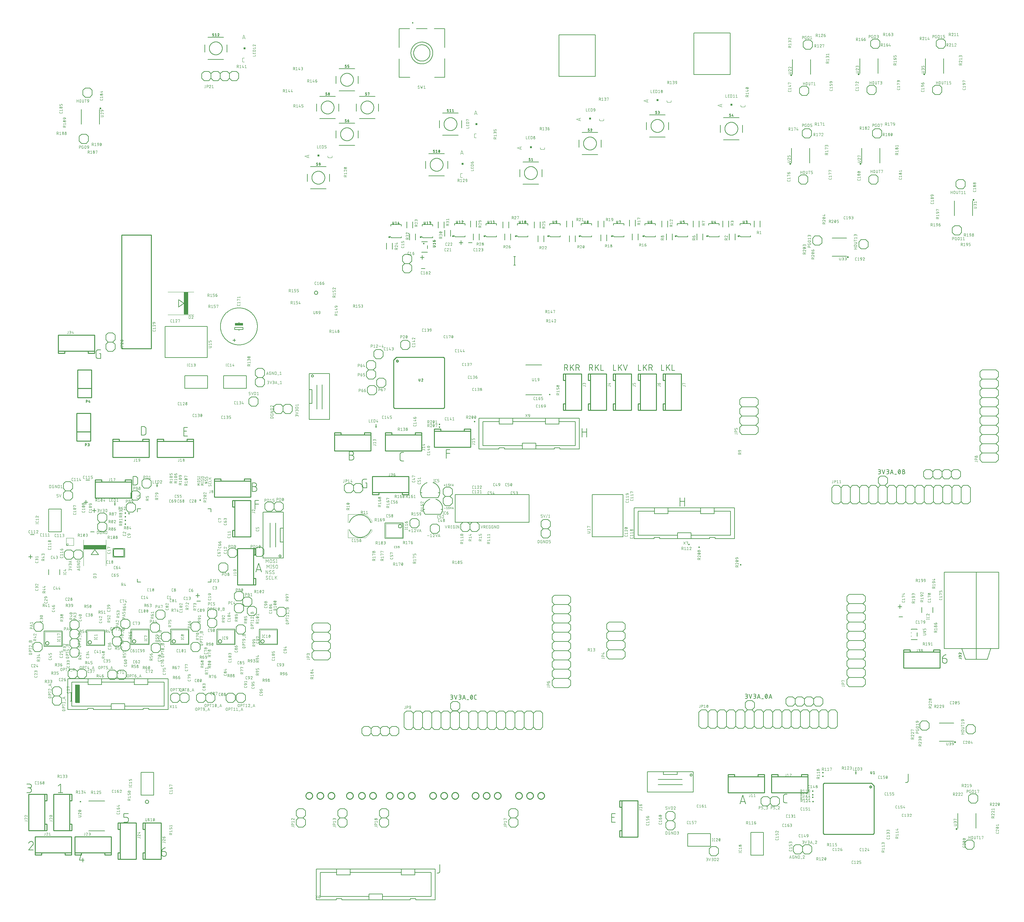
<source format=gbr>
G04 EAGLE Gerber RS-274X export*
G75*
%MOMM*%
%FSLAX34Y34*%
%LPD*%
%INSilkscreen Top*%
%IPPOS*%
%AMOC8*
5,1,8,0,0,1.08239X$1,22.5*%
G01*
%ADD10C,0.076200*%
%ADD11C,0.203200*%
%ADD12C,0.152400*%
%ADD13C,0.254000*%
%ADD14C,0.127000*%
%ADD15C,0.200000*%
%ADD16R,0.300000X0.150000*%
%ADD17R,0.300000X0.300000*%
%ADD18C,0.508000*%
%ADD19C,0.101600*%
%ADD20C,0.449000*%
%ADD21C,0.177800*%
%ADD22C,0.050800*%
%ADD23C,0.100000*%
%ADD24R,6.200000X1.250000*%
%ADD25R,0.500000X0.500000*%
%ADD26C,0.010159*%
%ADD27R,2.286000X0.635000*%
%ADD28R,1.250000X6.200000*%


D10*
X686181Y889381D02*
X686181Y898779D01*
X691402Y889381D01*
X691402Y898779D01*
X700546Y891469D02*
X700544Y891380D01*
X700538Y891292D01*
X700529Y891204D01*
X700516Y891116D01*
X700499Y891029D01*
X700479Y890943D01*
X700454Y890858D01*
X700427Y890773D01*
X700395Y890690D01*
X700361Y890609D01*
X700322Y890529D01*
X700281Y890451D01*
X700236Y890374D01*
X700188Y890300D01*
X700137Y890227D01*
X700083Y890157D01*
X700025Y890090D01*
X699965Y890024D01*
X699903Y889962D01*
X699837Y889902D01*
X699770Y889844D01*
X699700Y889790D01*
X699627Y889739D01*
X699553Y889691D01*
X699476Y889646D01*
X699398Y889605D01*
X699318Y889566D01*
X699237Y889532D01*
X699154Y889500D01*
X699069Y889473D01*
X698984Y889448D01*
X698898Y889428D01*
X698811Y889411D01*
X698723Y889398D01*
X698635Y889389D01*
X698547Y889383D01*
X698458Y889381D01*
X698329Y889383D01*
X698200Y889389D01*
X698071Y889398D01*
X697943Y889411D01*
X697815Y889428D01*
X697688Y889449D01*
X697561Y889473D01*
X697435Y889501D01*
X697310Y889533D01*
X697186Y889568D01*
X697063Y889607D01*
X696941Y889650D01*
X696821Y889696D01*
X696702Y889746D01*
X696584Y889799D01*
X696468Y889855D01*
X696354Y889915D01*
X696241Y889978D01*
X696131Y890045D01*
X696022Y890114D01*
X695916Y890187D01*
X695811Y890263D01*
X695709Y890342D01*
X695610Y890424D01*
X695512Y890508D01*
X695417Y890596D01*
X695325Y890686D01*
X695586Y896691D02*
X695588Y896780D01*
X695594Y896868D01*
X695603Y896956D01*
X695616Y897044D01*
X695633Y897131D01*
X695653Y897217D01*
X695678Y897302D01*
X695705Y897387D01*
X695737Y897470D01*
X695771Y897551D01*
X695810Y897631D01*
X695851Y897709D01*
X695896Y897786D01*
X695944Y897860D01*
X695995Y897933D01*
X696049Y898003D01*
X696107Y898070D01*
X696167Y898136D01*
X696229Y898198D01*
X696295Y898258D01*
X696362Y898316D01*
X696432Y898370D01*
X696505Y898421D01*
X696579Y898469D01*
X696656Y898514D01*
X696734Y898555D01*
X696814Y898594D01*
X696895Y898628D01*
X696978Y898660D01*
X697063Y898687D01*
X697148Y898712D01*
X697234Y898732D01*
X697321Y898749D01*
X697409Y898762D01*
X697497Y898771D01*
X697585Y898777D01*
X697674Y898779D01*
X697794Y898777D01*
X697914Y898772D01*
X698034Y898762D01*
X698153Y898750D01*
X698272Y898733D01*
X698390Y898713D01*
X698508Y898689D01*
X698624Y898662D01*
X698740Y898631D01*
X698855Y898597D01*
X698969Y898559D01*
X699082Y898517D01*
X699193Y898472D01*
X699303Y898424D01*
X699411Y898373D01*
X699518Y898318D01*
X699623Y898260D01*
X699726Y898198D01*
X699827Y898134D01*
X699927Y898066D01*
X700024Y897996D01*
X696630Y894864D02*
X696552Y894912D01*
X696476Y894964D01*
X696403Y895018D01*
X696332Y895076D01*
X696263Y895137D01*
X696197Y895201D01*
X696134Y895268D01*
X696074Y895337D01*
X696017Y895409D01*
X695963Y895483D01*
X695913Y895560D01*
X695865Y895639D01*
X695822Y895719D01*
X695781Y895802D01*
X695745Y895886D01*
X695712Y895971D01*
X695683Y896058D01*
X695657Y896147D01*
X695635Y896236D01*
X695618Y896326D01*
X695604Y896416D01*
X695594Y896508D01*
X695588Y896599D01*
X695586Y896691D01*
X699502Y893296D02*
X699580Y893248D01*
X699656Y893196D01*
X699729Y893142D01*
X699800Y893084D01*
X699869Y893023D01*
X699935Y892959D01*
X699998Y892892D01*
X700058Y892823D01*
X700115Y892751D01*
X700169Y892677D01*
X700219Y892600D01*
X700267Y892521D01*
X700310Y892441D01*
X700351Y892358D01*
X700387Y892274D01*
X700420Y892189D01*
X700449Y892102D01*
X700475Y892013D01*
X700497Y891924D01*
X700514Y891834D01*
X700528Y891744D01*
X700538Y891652D01*
X700544Y891561D01*
X700546Y891469D01*
X699502Y893297D02*
X696630Y894863D01*
X706992Y889381D02*
X707081Y889383D01*
X707169Y889389D01*
X707257Y889398D01*
X707345Y889411D01*
X707432Y889428D01*
X707518Y889448D01*
X707603Y889473D01*
X707688Y889500D01*
X707771Y889532D01*
X707852Y889566D01*
X707932Y889605D01*
X708010Y889646D01*
X708087Y889691D01*
X708161Y889739D01*
X708234Y889790D01*
X708304Y889844D01*
X708371Y889902D01*
X708437Y889962D01*
X708499Y890024D01*
X708559Y890090D01*
X708617Y890157D01*
X708671Y890227D01*
X708722Y890300D01*
X708770Y890374D01*
X708815Y890451D01*
X708856Y890529D01*
X708895Y890609D01*
X708929Y890690D01*
X708961Y890773D01*
X708988Y890858D01*
X709013Y890943D01*
X709033Y891029D01*
X709050Y891116D01*
X709063Y891204D01*
X709072Y891292D01*
X709078Y891380D01*
X709080Y891469D01*
X706992Y889381D02*
X706863Y889383D01*
X706734Y889389D01*
X706605Y889398D01*
X706477Y889411D01*
X706349Y889428D01*
X706222Y889449D01*
X706095Y889473D01*
X705969Y889501D01*
X705844Y889533D01*
X705720Y889568D01*
X705597Y889607D01*
X705475Y889650D01*
X705355Y889696D01*
X705236Y889746D01*
X705118Y889799D01*
X705002Y889855D01*
X704888Y889915D01*
X704775Y889978D01*
X704665Y890045D01*
X704556Y890114D01*
X704450Y890187D01*
X704345Y890263D01*
X704243Y890342D01*
X704144Y890424D01*
X704046Y890508D01*
X703951Y890596D01*
X703859Y890686D01*
X704121Y896691D02*
X704123Y896780D01*
X704129Y896868D01*
X704138Y896956D01*
X704151Y897044D01*
X704168Y897131D01*
X704188Y897217D01*
X704213Y897302D01*
X704240Y897387D01*
X704272Y897470D01*
X704306Y897551D01*
X704345Y897631D01*
X704386Y897709D01*
X704431Y897786D01*
X704479Y897860D01*
X704530Y897933D01*
X704584Y898003D01*
X704642Y898070D01*
X704702Y898136D01*
X704764Y898198D01*
X704830Y898258D01*
X704897Y898316D01*
X704967Y898370D01*
X705040Y898421D01*
X705114Y898469D01*
X705191Y898514D01*
X705269Y898555D01*
X705349Y898594D01*
X705430Y898628D01*
X705513Y898660D01*
X705598Y898687D01*
X705683Y898712D01*
X705769Y898732D01*
X705856Y898749D01*
X705944Y898762D01*
X706032Y898771D01*
X706120Y898777D01*
X706209Y898779D01*
X706329Y898777D01*
X706449Y898772D01*
X706569Y898762D01*
X706688Y898750D01*
X706807Y898733D01*
X706925Y898713D01*
X707043Y898689D01*
X707159Y898662D01*
X707275Y898631D01*
X707390Y898597D01*
X707504Y898559D01*
X707617Y898517D01*
X707728Y898472D01*
X707838Y898424D01*
X707946Y898373D01*
X708053Y898318D01*
X708158Y898260D01*
X708261Y898198D01*
X708362Y898134D01*
X708462Y898066D01*
X708559Y897996D01*
X705164Y894864D02*
X705086Y894912D01*
X705010Y894964D01*
X704937Y895018D01*
X704866Y895076D01*
X704797Y895137D01*
X704731Y895201D01*
X704668Y895268D01*
X704608Y895337D01*
X704551Y895409D01*
X704497Y895483D01*
X704447Y895560D01*
X704399Y895639D01*
X704356Y895719D01*
X704315Y895802D01*
X704279Y895886D01*
X704246Y895971D01*
X704217Y896058D01*
X704191Y896147D01*
X704169Y896236D01*
X704152Y896326D01*
X704138Y896416D01*
X704128Y896508D01*
X704122Y896599D01*
X704120Y896691D01*
X708036Y893296D02*
X708114Y893248D01*
X708190Y893196D01*
X708263Y893142D01*
X708334Y893084D01*
X708403Y893023D01*
X708469Y892959D01*
X708532Y892892D01*
X708592Y892823D01*
X708649Y892751D01*
X708703Y892677D01*
X708753Y892600D01*
X708801Y892521D01*
X708844Y892441D01*
X708885Y892358D01*
X708921Y892274D01*
X708954Y892189D01*
X708983Y892102D01*
X709009Y892013D01*
X709031Y891924D01*
X709048Y891834D01*
X709062Y891744D01*
X709072Y891652D01*
X709078Y891561D01*
X709080Y891469D01*
X708036Y893297D02*
X705165Y894863D01*
X691402Y876229D02*
X691400Y876140D01*
X691394Y876052D01*
X691385Y875964D01*
X691372Y875876D01*
X691355Y875789D01*
X691335Y875703D01*
X691310Y875618D01*
X691283Y875533D01*
X691251Y875450D01*
X691217Y875369D01*
X691178Y875289D01*
X691137Y875211D01*
X691092Y875134D01*
X691044Y875060D01*
X690993Y874987D01*
X690939Y874917D01*
X690881Y874850D01*
X690821Y874784D01*
X690759Y874722D01*
X690693Y874662D01*
X690626Y874604D01*
X690556Y874550D01*
X690483Y874499D01*
X690409Y874451D01*
X690332Y874406D01*
X690254Y874365D01*
X690174Y874326D01*
X690093Y874292D01*
X690010Y874260D01*
X689925Y874233D01*
X689840Y874208D01*
X689754Y874188D01*
X689667Y874171D01*
X689579Y874158D01*
X689491Y874149D01*
X689403Y874143D01*
X689314Y874141D01*
X689185Y874143D01*
X689056Y874149D01*
X688927Y874158D01*
X688799Y874171D01*
X688671Y874188D01*
X688544Y874209D01*
X688417Y874233D01*
X688291Y874261D01*
X688166Y874293D01*
X688042Y874328D01*
X687919Y874367D01*
X687797Y874410D01*
X687677Y874456D01*
X687558Y874506D01*
X687440Y874559D01*
X687324Y874615D01*
X687210Y874675D01*
X687097Y874738D01*
X686987Y874805D01*
X686878Y874874D01*
X686772Y874947D01*
X686667Y875023D01*
X686565Y875102D01*
X686466Y875184D01*
X686368Y875268D01*
X686273Y875356D01*
X686181Y875446D01*
X686442Y881451D02*
X686444Y881540D01*
X686450Y881628D01*
X686459Y881716D01*
X686472Y881804D01*
X686489Y881891D01*
X686509Y881977D01*
X686534Y882062D01*
X686561Y882147D01*
X686593Y882230D01*
X686627Y882311D01*
X686666Y882391D01*
X686707Y882469D01*
X686752Y882546D01*
X686800Y882620D01*
X686851Y882693D01*
X686905Y882763D01*
X686963Y882830D01*
X687023Y882896D01*
X687085Y882958D01*
X687151Y883018D01*
X687218Y883076D01*
X687288Y883130D01*
X687361Y883181D01*
X687435Y883229D01*
X687512Y883274D01*
X687590Y883315D01*
X687670Y883354D01*
X687751Y883388D01*
X687834Y883420D01*
X687919Y883447D01*
X688004Y883472D01*
X688090Y883492D01*
X688177Y883509D01*
X688265Y883522D01*
X688353Y883531D01*
X688441Y883537D01*
X688530Y883539D01*
X688650Y883537D01*
X688770Y883532D01*
X688890Y883522D01*
X689009Y883510D01*
X689128Y883493D01*
X689246Y883473D01*
X689364Y883449D01*
X689480Y883422D01*
X689596Y883391D01*
X689711Y883357D01*
X689825Y883319D01*
X689938Y883277D01*
X690049Y883232D01*
X690159Y883184D01*
X690267Y883133D01*
X690374Y883078D01*
X690479Y883020D01*
X690582Y882958D01*
X690683Y882894D01*
X690783Y882826D01*
X690880Y882756D01*
X687486Y879624D02*
X687408Y879672D01*
X687332Y879724D01*
X687259Y879778D01*
X687188Y879836D01*
X687119Y879897D01*
X687053Y879961D01*
X686990Y880028D01*
X686930Y880097D01*
X686873Y880169D01*
X686819Y880243D01*
X686769Y880320D01*
X686721Y880399D01*
X686678Y880479D01*
X686637Y880562D01*
X686601Y880646D01*
X686568Y880731D01*
X686539Y880818D01*
X686513Y880907D01*
X686491Y880996D01*
X686474Y881086D01*
X686460Y881176D01*
X686450Y881268D01*
X686444Y881359D01*
X686442Y881451D01*
X690358Y878056D02*
X690436Y878008D01*
X690512Y877956D01*
X690585Y877902D01*
X690656Y877844D01*
X690725Y877783D01*
X690791Y877719D01*
X690854Y877652D01*
X690914Y877583D01*
X690971Y877511D01*
X691025Y877437D01*
X691075Y877360D01*
X691123Y877281D01*
X691166Y877201D01*
X691207Y877118D01*
X691243Y877034D01*
X691276Y876949D01*
X691305Y876862D01*
X691331Y876773D01*
X691353Y876684D01*
X691370Y876594D01*
X691384Y876504D01*
X691394Y876412D01*
X691400Y876321D01*
X691402Y876229D01*
X690358Y878057D02*
X687486Y879623D01*
X697083Y874141D02*
X699171Y874141D01*
X697083Y874141D02*
X696994Y874143D01*
X696906Y874149D01*
X696818Y874158D01*
X696730Y874171D01*
X696643Y874188D01*
X696557Y874208D01*
X696472Y874233D01*
X696387Y874260D01*
X696304Y874292D01*
X696223Y874326D01*
X696143Y874365D01*
X696065Y874406D01*
X695988Y874451D01*
X695914Y874499D01*
X695841Y874550D01*
X695771Y874604D01*
X695704Y874662D01*
X695638Y874722D01*
X695576Y874784D01*
X695516Y874850D01*
X695458Y874917D01*
X695404Y874987D01*
X695353Y875060D01*
X695305Y875134D01*
X695260Y875211D01*
X695219Y875289D01*
X695180Y875369D01*
X695146Y875450D01*
X695114Y875533D01*
X695087Y875618D01*
X695062Y875703D01*
X695042Y875789D01*
X695025Y875876D01*
X695012Y875964D01*
X695003Y876052D01*
X694997Y876140D01*
X694995Y876229D01*
X694994Y876229D02*
X694994Y881451D01*
X694995Y881451D02*
X694997Y881542D01*
X695003Y881633D01*
X695013Y881724D01*
X695027Y881814D01*
X695044Y881903D01*
X695066Y881991D01*
X695092Y882079D01*
X695121Y882165D01*
X695154Y882250D01*
X695191Y882333D01*
X695231Y882415D01*
X695275Y882495D01*
X695322Y882573D01*
X695373Y882649D01*
X695426Y882722D01*
X695483Y882793D01*
X695544Y882862D01*
X695607Y882927D01*
X695672Y882990D01*
X695741Y883050D01*
X695812Y883108D01*
X695885Y883161D01*
X695961Y883212D01*
X696039Y883259D01*
X696119Y883303D01*
X696201Y883343D01*
X696284Y883380D01*
X696369Y883413D01*
X696455Y883442D01*
X696543Y883468D01*
X696631Y883490D01*
X696720Y883507D01*
X696810Y883521D01*
X696901Y883531D01*
X696992Y883537D01*
X697083Y883539D01*
X699171Y883539D01*
X702962Y883539D02*
X702962Y874141D01*
X707139Y874141D01*
X711001Y874141D02*
X711001Y883539D01*
X716222Y883539D02*
X711001Y877796D01*
X713089Y879884D02*
X716222Y874141D01*
X688721Y904621D02*
X688721Y914019D01*
X691854Y908798D01*
X694986Y914019D01*
X694986Y904621D01*
X700083Y904621D02*
X700083Y914019D01*
X699039Y904621D02*
X701127Y904621D01*
X701127Y914019D02*
X699039Y914019D01*
X707616Y904621D02*
X707705Y904623D01*
X707793Y904629D01*
X707881Y904638D01*
X707969Y904651D01*
X708056Y904668D01*
X708142Y904688D01*
X708227Y904713D01*
X708312Y904740D01*
X708395Y904772D01*
X708476Y904806D01*
X708556Y904845D01*
X708634Y904886D01*
X708711Y904931D01*
X708785Y904979D01*
X708858Y905030D01*
X708928Y905084D01*
X708995Y905142D01*
X709061Y905202D01*
X709123Y905264D01*
X709183Y905330D01*
X709241Y905397D01*
X709295Y905467D01*
X709346Y905540D01*
X709394Y905614D01*
X709439Y905691D01*
X709480Y905769D01*
X709519Y905849D01*
X709553Y905930D01*
X709585Y906013D01*
X709612Y906098D01*
X709637Y906183D01*
X709657Y906269D01*
X709674Y906356D01*
X709687Y906444D01*
X709696Y906532D01*
X709702Y906620D01*
X709704Y906709D01*
X707616Y904621D02*
X707487Y904623D01*
X707358Y904629D01*
X707229Y904638D01*
X707101Y904651D01*
X706973Y904668D01*
X706846Y904689D01*
X706719Y904713D01*
X706593Y904741D01*
X706468Y904773D01*
X706344Y904808D01*
X706221Y904847D01*
X706099Y904890D01*
X705979Y904936D01*
X705860Y904986D01*
X705742Y905039D01*
X705626Y905095D01*
X705512Y905155D01*
X705399Y905218D01*
X705289Y905285D01*
X705180Y905354D01*
X705074Y905427D01*
X704969Y905503D01*
X704867Y905582D01*
X704768Y905664D01*
X704670Y905748D01*
X704575Y905836D01*
X704483Y905926D01*
X704745Y911931D02*
X704747Y912020D01*
X704753Y912108D01*
X704762Y912196D01*
X704775Y912284D01*
X704792Y912371D01*
X704812Y912457D01*
X704837Y912542D01*
X704864Y912627D01*
X704896Y912710D01*
X704930Y912791D01*
X704969Y912871D01*
X705010Y912949D01*
X705055Y913026D01*
X705103Y913100D01*
X705154Y913173D01*
X705208Y913243D01*
X705266Y913310D01*
X705326Y913376D01*
X705388Y913438D01*
X705454Y913498D01*
X705521Y913556D01*
X705591Y913610D01*
X705664Y913661D01*
X705738Y913709D01*
X705815Y913754D01*
X705893Y913795D01*
X705973Y913834D01*
X706054Y913868D01*
X706137Y913900D01*
X706222Y913927D01*
X706307Y913952D01*
X706393Y913972D01*
X706480Y913989D01*
X706568Y914002D01*
X706656Y914011D01*
X706744Y914017D01*
X706833Y914019D01*
X706832Y914019D02*
X706952Y914017D01*
X707072Y914012D01*
X707192Y914002D01*
X707311Y913990D01*
X707430Y913973D01*
X707548Y913953D01*
X707666Y913929D01*
X707782Y913902D01*
X707898Y913871D01*
X708013Y913837D01*
X708127Y913799D01*
X708240Y913757D01*
X708351Y913712D01*
X708461Y913664D01*
X708569Y913613D01*
X708676Y913558D01*
X708781Y913500D01*
X708884Y913438D01*
X708985Y913374D01*
X709085Y913306D01*
X709182Y913236D01*
X705788Y910104D02*
X705710Y910152D01*
X705634Y910204D01*
X705561Y910258D01*
X705490Y910316D01*
X705421Y910377D01*
X705355Y910441D01*
X705292Y910508D01*
X705232Y910577D01*
X705175Y910649D01*
X705121Y910723D01*
X705071Y910800D01*
X705023Y910879D01*
X704980Y910959D01*
X704939Y911042D01*
X704903Y911126D01*
X704870Y911211D01*
X704841Y911298D01*
X704815Y911387D01*
X704793Y911476D01*
X704776Y911566D01*
X704762Y911656D01*
X704752Y911748D01*
X704746Y911839D01*
X704744Y911931D01*
X708660Y908536D02*
X708738Y908488D01*
X708814Y908436D01*
X708887Y908382D01*
X708958Y908324D01*
X709027Y908263D01*
X709093Y908199D01*
X709156Y908132D01*
X709216Y908063D01*
X709273Y907991D01*
X709327Y907917D01*
X709377Y907840D01*
X709425Y907761D01*
X709468Y907681D01*
X709509Y907598D01*
X709545Y907514D01*
X709578Y907429D01*
X709607Y907342D01*
X709633Y907253D01*
X709655Y907164D01*
X709672Y907074D01*
X709686Y906984D01*
X709696Y906892D01*
X709702Y906801D01*
X709704Y906709D01*
X708660Y908537D02*
X705788Y910103D01*
X713322Y911408D02*
X713322Y907232D01*
X713322Y911408D02*
X713324Y911509D01*
X713330Y911610D01*
X713340Y911711D01*
X713353Y911811D01*
X713371Y911911D01*
X713392Y912010D01*
X713418Y912108D01*
X713447Y912205D01*
X713479Y912301D01*
X713516Y912395D01*
X713556Y912488D01*
X713600Y912580D01*
X713647Y912669D01*
X713698Y912757D01*
X713752Y912843D01*
X713809Y912926D01*
X713869Y913008D01*
X713933Y913086D01*
X713999Y913163D01*
X714069Y913236D01*
X714141Y913307D01*
X714216Y913375D01*
X714294Y913440D01*
X714374Y913502D01*
X714456Y913561D01*
X714541Y913617D01*
X714628Y913669D01*
X714716Y913718D01*
X714807Y913764D01*
X714899Y913805D01*
X714993Y913844D01*
X715088Y913878D01*
X715184Y913909D01*
X715282Y913936D01*
X715380Y913960D01*
X715480Y913979D01*
X715580Y913995D01*
X715680Y914007D01*
X715781Y914015D01*
X715882Y914019D01*
X715984Y914019D01*
X716085Y914015D01*
X716186Y914007D01*
X716286Y913995D01*
X716386Y913979D01*
X716486Y913960D01*
X716584Y913936D01*
X716682Y913909D01*
X716778Y913878D01*
X716873Y913844D01*
X716967Y913805D01*
X717059Y913764D01*
X717150Y913718D01*
X717239Y913669D01*
X717325Y913617D01*
X717410Y913561D01*
X717492Y913502D01*
X717572Y913440D01*
X717650Y913375D01*
X717725Y913307D01*
X717797Y913236D01*
X717867Y913163D01*
X717933Y913086D01*
X717997Y913008D01*
X718057Y912926D01*
X718114Y912843D01*
X718168Y912757D01*
X718219Y912669D01*
X718266Y912580D01*
X718310Y912488D01*
X718350Y912395D01*
X718387Y912301D01*
X718419Y912205D01*
X718448Y912108D01*
X718474Y912010D01*
X718495Y911911D01*
X718513Y911811D01*
X718526Y911711D01*
X718536Y911610D01*
X718542Y911509D01*
X718544Y911408D01*
X718543Y911408D02*
X718543Y907232D01*
X718544Y907232D02*
X718542Y907131D01*
X718536Y907030D01*
X718526Y906929D01*
X718513Y906829D01*
X718495Y906729D01*
X718474Y906630D01*
X718448Y906532D01*
X718419Y906435D01*
X718387Y906339D01*
X718350Y906245D01*
X718310Y906152D01*
X718266Y906060D01*
X718219Y905971D01*
X718168Y905883D01*
X718114Y905797D01*
X718057Y905714D01*
X717997Y905632D01*
X717933Y905554D01*
X717867Y905477D01*
X717797Y905404D01*
X717725Y905333D01*
X717650Y905265D01*
X717572Y905200D01*
X717492Y905138D01*
X717410Y905079D01*
X717325Y905023D01*
X717239Y904971D01*
X717150Y904922D01*
X717059Y904876D01*
X716967Y904835D01*
X716873Y904796D01*
X716778Y904762D01*
X716682Y904731D01*
X716584Y904704D01*
X716486Y904680D01*
X716386Y904661D01*
X716286Y904645D01*
X716186Y904633D01*
X716085Y904625D01*
X715984Y904621D01*
X715882Y904621D01*
X715781Y904625D01*
X715680Y904633D01*
X715580Y904645D01*
X715480Y904661D01*
X715380Y904680D01*
X715282Y904704D01*
X715184Y904731D01*
X715088Y904762D01*
X714993Y904796D01*
X714899Y904835D01*
X714807Y904876D01*
X714716Y904922D01*
X714628Y904971D01*
X714541Y905023D01*
X714456Y905079D01*
X714374Y905138D01*
X714294Y905200D01*
X714216Y905265D01*
X714141Y905333D01*
X714069Y905404D01*
X713999Y905477D01*
X713933Y905554D01*
X713869Y905632D01*
X713809Y905714D01*
X713752Y905797D01*
X713698Y905883D01*
X713647Y905971D01*
X713600Y906060D01*
X713556Y906152D01*
X713516Y906245D01*
X713479Y906339D01*
X713447Y906435D01*
X713418Y906532D01*
X713392Y906630D01*
X713371Y906729D01*
X713353Y906829D01*
X713340Y906929D01*
X713330Y907030D01*
X713324Y907131D01*
X713322Y907232D01*
X686181Y919861D02*
X686181Y929259D01*
X689314Y924038D01*
X692446Y929259D01*
X692446Y919861D01*
X696761Y922472D02*
X696761Y926648D01*
X696763Y926749D01*
X696769Y926850D01*
X696779Y926951D01*
X696792Y927051D01*
X696810Y927151D01*
X696831Y927250D01*
X696857Y927348D01*
X696886Y927445D01*
X696918Y927541D01*
X696955Y927635D01*
X696995Y927728D01*
X697039Y927820D01*
X697086Y927909D01*
X697137Y927997D01*
X697191Y928083D01*
X697248Y928166D01*
X697308Y928248D01*
X697372Y928326D01*
X697438Y928403D01*
X697508Y928476D01*
X697580Y928547D01*
X697655Y928615D01*
X697733Y928680D01*
X697813Y928742D01*
X697895Y928801D01*
X697980Y928857D01*
X698067Y928909D01*
X698155Y928958D01*
X698246Y929004D01*
X698338Y929045D01*
X698432Y929084D01*
X698527Y929118D01*
X698623Y929149D01*
X698721Y929176D01*
X698819Y929200D01*
X698919Y929219D01*
X699019Y929235D01*
X699119Y929247D01*
X699220Y929255D01*
X699321Y929259D01*
X699423Y929259D01*
X699524Y929255D01*
X699625Y929247D01*
X699725Y929235D01*
X699825Y929219D01*
X699925Y929200D01*
X700023Y929176D01*
X700121Y929149D01*
X700217Y929118D01*
X700312Y929084D01*
X700406Y929045D01*
X700498Y929004D01*
X700589Y928958D01*
X700678Y928909D01*
X700764Y928857D01*
X700849Y928801D01*
X700931Y928742D01*
X701011Y928680D01*
X701089Y928615D01*
X701164Y928547D01*
X701236Y928476D01*
X701306Y928403D01*
X701372Y928326D01*
X701436Y928248D01*
X701496Y928166D01*
X701553Y928083D01*
X701607Y927997D01*
X701658Y927909D01*
X701705Y927820D01*
X701749Y927728D01*
X701789Y927635D01*
X701826Y927541D01*
X701858Y927445D01*
X701887Y927348D01*
X701913Y927250D01*
X701934Y927151D01*
X701952Y927051D01*
X701965Y926951D01*
X701975Y926850D01*
X701981Y926749D01*
X701983Y926648D01*
X701983Y922472D01*
X701981Y922371D01*
X701975Y922270D01*
X701965Y922169D01*
X701952Y922069D01*
X701934Y921969D01*
X701913Y921870D01*
X701887Y921772D01*
X701858Y921675D01*
X701826Y921579D01*
X701789Y921485D01*
X701749Y921392D01*
X701705Y921300D01*
X701658Y921211D01*
X701607Y921123D01*
X701553Y921037D01*
X701496Y920954D01*
X701436Y920872D01*
X701372Y920794D01*
X701306Y920717D01*
X701236Y920644D01*
X701164Y920573D01*
X701089Y920505D01*
X701011Y920440D01*
X700931Y920378D01*
X700849Y920319D01*
X700764Y920263D01*
X700678Y920211D01*
X700589Y920162D01*
X700498Y920116D01*
X700406Y920075D01*
X700312Y920036D01*
X700217Y920002D01*
X700121Y919971D01*
X700023Y919944D01*
X699925Y919920D01*
X699825Y919901D01*
X699725Y919885D01*
X699625Y919873D01*
X699524Y919865D01*
X699423Y919861D01*
X699321Y919861D01*
X699220Y919865D01*
X699119Y919873D01*
X699019Y919885D01*
X698919Y919901D01*
X698819Y919920D01*
X698721Y919944D01*
X698623Y919971D01*
X698527Y920002D01*
X698432Y920036D01*
X698338Y920075D01*
X698246Y920116D01*
X698155Y920162D01*
X698067Y920211D01*
X697980Y920263D01*
X697895Y920319D01*
X697813Y920378D01*
X697733Y920440D01*
X697655Y920505D01*
X697580Y920573D01*
X697508Y920644D01*
X697438Y920717D01*
X697372Y920794D01*
X697308Y920872D01*
X697248Y920954D01*
X697191Y921037D01*
X697137Y921123D01*
X697086Y921211D01*
X697039Y921300D01*
X696995Y921392D01*
X696955Y921485D01*
X696918Y921579D01*
X696886Y921675D01*
X696857Y921772D01*
X696831Y921870D01*
X696810Y921969D01*
X696792Y922069D01*
X696779Y922169D01*
X696769Y922270D01*
X696763Y922371D01*
X696761Y922472D01*
X708733Y919861D02*
X708822Y919863D01*
X708910Y919869D01*
X708998Y919878D01*
X709086Y919891D01*
X709173Y919908D01*
X709259Y919928D01*
X709344Y919953D01*
X709429Y919980D01*
X709512Y920012D01*
X709593Y920046D01*
X709673Y920085D01*
X709751Y920126D01*
X709828Y920171D01*
X709902Y920219D01*
X709975Y920270D01*
X710045Y920324D01*
X710112Y920382D01*
X710178Y920442D01*
X710240Y920504D01*
X710300Y920570D01*
X710358Y920637D01*
X710412Y920707D01*
X710463Y920780D01*
X710511Y920854D01*
X710556Y920931D01*
X710597Y921009D01*
X710636Y921089D01*
X710670Y921170D01*
X710702Y921253D01*
X710729Y921338D01*
X710754Y921423D01*
X710774Y921509D01*
X710791Y921596D01*
X710804Y921684D01*
X710813Y921772D01*
X710819Y921860D01*
X710821Y921949D01*
X708733Y919861D02*
X708604Y919863D01*
X708475Y919869D01*
X708346Y919878D01*
X708218Y919891D01*
X708090Y919908D01*
X707963Y919929D01*
X707836Y919953D01*
X707710Y919981D01*
X707585Y920013D01*
X707461Y920048D01*
X707338Y920087D01*
X707216Y920130D01*
X707096Y920176D01*
X706977Y920226D01*
X706859Y920279D01*
X706743Y920335D01*
X706629Y920395D01*
X706516Y920458D01*
X706406Y920525D01*
X706297Y920594D01*
X706191Y920667D01*
X706086Y920743D01*
X705984Y920822D01*
X705885Y920904D01*
X705787Y920988D01*
X705692Y921076D01*
X705600Y921166D01*
X705862Y927171D02*
X705864Y927260D01*
X705870Y927348D01*
X705879Y927436D01*
X705892Y927524D01*
X705909Y927611D01*
X705929Y927697D01*
X705954Y927782D01*
X705981Y927867D01*
X706013Y927950D01*
X706047Y928031D01*
X706086Y928111D01*
X706127Y928189D01*
X706172Y928266D01*
X706220Y928340D01*
X706271Y928413D01*
X706325Y928483D01*
X706383Y928550D01*
X706443Y928616D01*
X706505Y928678D01*
X706571Y928738D01*
X706638Y928796D01*
X706708Y928850D01*
X706781Y928901D01*
X706855Y928949D01*
X706932Y928994D01*
X707010Y929035D01*
X707090Y929074D01*
X707171Y929108D01*
X707254Y929140D01*
X707339Y929167D01*
X707424Y929192D01*
X707510Y929212D01*
X707597Y929229D01*
X707685Y929242D01*
X707773Y929251D01*
X707861Y929257D01*
X707950Y929259D01*
X708070Y929257D01*
X708190Y929252D01*
X708310Y929242D01*
X708429Y929230D01*
X708548Y929213D01*
X708666Y929193D01*
X708784Y929169D01*
X708900Y929142D01*
X709016Y929111D01*
X709131Y929077D01*
X709245Y929039D01*
X709358Y928997D01*
X709469Y928952D01*
X709579Y928904D01*
X709687Y928853D01*
X709794Y928798D01*
X709899Y928740D01*
X710002Y928678D01*
X710103Y928614D01*
X710203Y928546D01*
X710300Y928476D01*
X706906Y925344D02*
X706828Y925392D01*
X706752Y925444D01*
X706679Y925498D01*
X706608Y925556D01*
X706539Y925617D01*
X706473Y925681D01*
X706410Y925748D01*
X706350Y925817D01*
X706293Y925889D01*
X706239Y925963D01*
X706189Y926040D01*
X706141Y926119D01*
X706098Y926199D01*
X706057Y926282D01*
X706021Y926366D01*
X705988Y926451D01*
X705959Y926538D01*
X705933Y926627D01*
X705911Y926716D01*
X705894Y926806D01*
X705880Y926896D01*
X705870Y926988D01*
X705864Y927079D01*
X705862Y927171D01*
X709778Y923776D02*
X709856Y923728D01*
X709932Y923676D01*
X710005Y923622D01*
X710076Y923564D01*
X710145Y923503D01*
X710211Y923439D01*
X710274Y923372D01*
X710334Y923303D01*
X710391Y923231D01*
X710445Y923157D01*
X710495Y923080D01*
X710543Y923001D01*
X710586Y922921D01*
X710627Y922838D01*
X710663Y922754D01*
X710696Y922669D01*
X710725Y922582D01*
X710751Y922493D01*
X710773Y922404D01*
X710790Y922314D01*
X710804Y922224D01*
X710814Y922132D01*
X710820Y922041D01*
X710822Y921949D01*
X709778Y923777D02*
X706906Y925343D01*
X715222Y929259D02*
X715222Y919861D01*
X716266Y919861D02*
X714177Y919861D01*
X714177Y929259D02*
X716266Y929259D01*
X535559Y1133136D02*
X535557Y1133214D01*
X535552Y1133292D01*
X535542Y1133369D01*
X535529Y1133446D01*
X535513Y1133522D01*
X535493Y1133597D01*
X535469Y1133671D01*
X535442Y1133744D01*
X535411Y1133816D01*
X535377Y1133886D01*
X535340Y1133955D01*
X535299Y1134021D01*
X535255Y1134086D01*
X535209Y1134148D01*
X535159Y1134208D01*
X535107Y1134266D01*
X535052Y1134321D01*
X534994Y1134373D01*
X534934Y1134423D01*
X534872Y1134469D01*
X534807Y1134513D01*
X534741Y1134554D01*
X534672Y1134591D01*
X534602Y1134625D01*
X534530Y1134656D01*
X534457Y1134683D01*
X534383Y1134707D01*
X534308Y1134727D01*
X534232Y1134743D01*
X534155Y1134756D01*
X534078Y1134766D01*
X534000Y1134771D01*
X533922Y1134773D01*
X535559Y1133136D02*
X535557Y1133022D01*
X535552Y1132909D01*
X535542Y1132795D01*
X535529Y1132682D01*
X535512Y1132570D01*
X535492Y1132458D01*
X535468Y1132347D01*
X535440Y1132236D01*
X535409Y1132127D01*
X535374Y1132019D01*
X535335Y1131912D01*
X535293Y1131806D01*
X535248Y1131702D01*
X535199Y1131599D01*
X535146Y1131498D01*
X535091Y1131399D01*
X535032Y1131301D01*
X534970Y1131206D01*
X534905Y1131113D01*
X534837Y1131021D01*
X534766Y1130933D01*
X534692Y1130846D01*
X534615Y1130762D01*
X534536Y1130681D01*
X529830Y1130886D02*
X529752Y1130888D01*
X529674Y1130893D01*
X529597Y1130903D01*
X529520Y1130916D01*
X529444Y1130932D01*
X529369Y1130952D01*
X529295Y1130976D01*
X529222Y1131003D01*
X529150Y1131034D01*
X529080Y1131068D01*
X529012Y1131105D01*
X528945Y1131146D01*
X528880Y1131190D01*
X528818Y1131236D01*
X528758Y1131286D01*
X528700Y1131338D01*
X528645Y1131393D01*
X528593Y1131451D01*
X528543Y1131511D01*
X528497Y1131573D01*
X528453Y1131638D01*
X528412Y1131705D01*
X528375Y1131773D01*
X528341Y1131843D01*
X528310Y1131915D01*
X528283Y1131988D01*
X528259Y1132062D01*
X528239Y1132137D01*
X528223Y1132213D01*
X528210Y1132290D01*
X528200Y1132367D01*
X528195Y1132445D01*
X528193Y1132523D01*
X528195Y1132633D01*
X528201Y1132742D01*
X528211Y1132852D01*
X528224Y1132960D01*
X528242Y1133069D01*
X528263Y1133176D01*
X528289Y1133283D01*
X528318Y1133389D01*
X528350Y1133494D01*
X528387Y1133597D01*
X528427Y1133699D01*
X528471Y1133800D01*
X528519Y1133899D01*
X528569Y1133996D01*
X528624Y1134091D01*
X528682Y1134184D01*
X528743Y1134275D01*
X528807Y1134364D01*
X531262Y1131704D02*
X531220Y1131638D01*
X531176Y1131573D01*
X531128Y1131511D01*
X531078Y1131451D01*
X531025Y1131393D01*
X530969Y1131338D01*
X530911Y1131285D01*
X530850Y1131236D01*
X530787Y1131189D01*
X530722Y1131145D01*
X530655Y1131105D01*
X530586Y1131068D01*
X530515Y1131034D01*
X530443Y1131003D01*
X530369Y1130976D01*
X530294Y1130952D01*
X530219Y1130932D01*
X530142Y1130916D01*
X530065Y1130903D01*
X529987Y1130893D01*
X529908Y1130888D01*
X529830Y1130886D01*
X532489Y1133955D02*
X532531Y1134022D01*
X532575Y1134087D01*
X532623Y1134149D01*
X532673Y1134209D01*
X532726Y1134267D01*
X532782Y1134322D01*
X532841Y1134374D01*
X532901Y1134424D01*
X532965Y1134471D01*
X533030Y1134514D01*
X533097Y1134555D01*
X533166Y1134592D01*
X533237Y1134626D01*
X533309Y1134657D01*
X533383Y1134684D01*
X533457Y1134708D01*
X533533Y1134728D01*
X533610Y1134744D01*
X533687Y1134757D01*
X533765Y1134767D01*
X533844Y1134772D01*
X533922Y1134774D01*
X532490Y1133955D02*
X531262Y1131704D01*
X535559Y1139366D02*
X535559Y1141003D01*
X535559Y1139366D02*
X535557Y1139288D01*
X535552Y1139210D01*
X535542Y1139133D01*
X535529Y1139056D01*
X535513Y1138980D01*
X535493Y1138905D01*
X535469Y1138831D01*
X535442Y1138758D01*
X535411Y1138686D01*
X535377Y1138616D01*
X535340Y1138548D01*
X535299Y1138481D01*
X535255Y1138416D01*
X535209Y1138354D01*
X535159Y1138294D01*
X535107Y1138236D01*
X535052Y1138181D01*
X534994Y1138129D01*
X534934Y1138079D01*
X534872Y1138033D01*
X534807Y1137989D01*
X534741Y1137948D01*
X534672Y1137911D01*
X534602Y1137877D01*
X534530Y1137846D01*
X534457Y1137819D01*
X534383Y1137795D01*
X534308Y1137775D01*
X534232Y1137759D01*
X534155Y1137746D01*
X534078Y1137736D01*
X534000Y1137731D01*
X533922Y1137729D01*
X529830Y1137729D01*
X529750Y1137731D01*
X529670Y1137737D01*
X529590Y1137747D01*
X529511Y1137760D01*
X529432Y1137778D01*
X529355Y1137799D01*
X529279Y1137825D01*
X529204Y1137854D01*
X529130Y1137886D01*
X529058Y1137922D01*
X528988Y1137962D01*
X528921Y1138005D01*
X528855Y1138051D01*
X528792Y1138101D01*
X528731Y1138153D01*
X528672Y1138208D01*
X528617Y1138267D01*
X528565Y1138327D01*
X528515Y1138391D01*
X528469Y1138456D01*
X528426Y1138524D01*
X528386Y1138594D01*
X528350Y1138666D01*
X528318Y1138740D01*
X528289Y1138814D01*
X528264Y1138891D01*
X528242Y1138968D01*
X528224Y1139047D01*
X528211Y1139126D01*
X528201Y1139205D01*
X528195Y1139286D01*
X528193Y1139366D01*
X528193Y1141003D01*
X528193Y1144108D02*
X535559Y1144108D01*
X535559Y1147382D01*
X535559Y1150550D02*
X528193Y1150550D01*
X528193Y1154642D02*
X532694Y1150550D01*
X531058Y1152187D02*
X535559Y1154642D01*
X525399Y1138301D02*
X518033Y1138301D01*
X525399Y1142393D01*
X518033Y1142393D01*
X523762Y1149709D02*
X523840Y1149707D01*
X523918Y1149702D01*
X523995Y1149692D01*
X524072Y1149679D01*
X524148Y1149663D01*
X524223Y1149643D01*
X524297Y1149619D01*
X524370Y1149592D01*
X524442Y1149561D01*
X524512Y1149527D01*
X524581Y1149490D01*
X524647Y1149449D01*
X524712Y1149405D01*
X524774Y1149359D01*
X524834Y1149309D01*
X524892Y1149257D01*
X524947Y1149202D01*
X524999Y1149144D01*
X525049Y1149084D01*
X525095Y1149022D01*
X525139Y1148957D01*
X525180Y1148891D01*
X525217Y1148822D01*
X525251Y1148752D01*
X525282Y1148680D01*
X525309Y1148607D01*
X525333Y1148533D01*
X525353Y1148458D01*
X525369Y1148382D01*
X525382Y1148305D01*
X525392Y1148228D01*
X525397Y1148150D01*
X525399Y1148072D01*
X525397Y1147958D01*
X525392Y1147845D01*
X525382Y1147731D01*
X525369Y1147618D01*
X525352Y1147506D01*
X525332Y1147394D01*
X525308Y1147283D01*
X525280Y1147172D01*
X525249Y1147063D01*
X525214Y1146955D01*
X525175Y1146848D01*
X525133Y1146742D01*
X525088Y1146638D01*
X525039Y1146535D01*
X524986Y1146434D01*
X524931Y1146335D01*
X524872Y1146237D01*
X524810Y1146142D01*
X524745Y1146049D01*
X524677Y1145957D01*
X524606Y1145869D01*
X524532Y1145782D01*
X524455Y1145698D01*
X524376Y1145617D01*
X519670Y1145821D02*
X519592Y1145823D01*
X519514Y1145828D01*
X519437Y1145838D01*
X519360Y1145851D01*
X519284Y1145867D01*
X519209Y1145887D01*
X519135Y1145911D01*
X519062Y1145938D01*
X518990Y1145969D01*
X518920Y1146003D01*
X518852Y1146040D01*
X518785Y1146081D01*
X518720Y1146125D01*
X518658Y1146171D01*
X518598Y1146221D01*
X518540Y1146273D01*
X518485Y1146328D01*
X518433Y1146386D01*
X518383Y1146446D01*
X518337Y1146508D01*
X518293Y1146573D01*
X518252Y1146640D01*
X518215Y1146708D01*
X518181Y1146778D01*
X518150Y1146850D01*
X518123Y1146923D01*
X518099Y1146997D01*
X518079Y1147072D01*
X518063Y1147148D01*
X518050Y1147225D01*
X518040Y1147302D01*
X518035Y1147380D01*
X518033Y1147458D01*
X518035Y1147568D01*
X518041Y1147677D01*
X518051Y1147787D01*
X518064Y1147895D01*
X518082Y1148004D01*
X518103Y1148111D01*
X518129Y1148218D01*
X518158Y1148324D01*
X518190Y1148429D01*
X518227Y1148532D01*
X518267Y1148634D01*
X518311Y1148735D01*
X518359Y1148834D01*
X518409Y1148931D01*
X518464Y1149026D01*
X518522Y1149119D01*
X518583Y1149210D01*
X518647Y1149299D01*
X521102Y1146639D02*
X521060Y1146573D01*
X521016Y1146508D01*
X520968Y1146446D01*
X520918Y1146386D01*
X520865Y1146328D01*
X520809Y1146273D01*
X520751Y1146220D01*
X520690Y1146171D01*
X520627Y1146124D01*
X520562Y1146080D01*
X520495Y1146040D01*
X520426Y1146003D01*
X520355Y1145969D01*
X520283Y1145938D01*
X520209Y1145911D01*
X520134Y1145887D01*
X520059Y1145867D01*
X519982Y1145851D01*
X519905Y1145838D01*
X519827Y1145828D01*
X519748Y1145823D01*
X519670Y1145821D01*
X522329Y1148890D02*
X522371Y1148957D01*
X522415Y1149022D01*
X522463Y1149084D01*
X522513Y1149144D01*
X522566Y1149202D01*
X522622Y1149257D01*
X522681Y1149309D01*
X522741Y1149359D01*
X522805Y1149406D01*
X522870Y1149449D01*
X522937Y1149490D01*
X523006Y1149527D01*
X523077Y1149561D01*
X523149Y1149592D01*
X523223Y1149619D01*
X523297Y1149643D01*
X523373Y1149663D01*
X523450Y1149679D01*
X523527Y1149692D01*
X523605Y1149702D01*
X523684Y1149707D01*
X523762Y1149709D01*
X522330Y1148890D02*
X521102Y1146639D01*
X525399Y1154899D02*
X525397Y1154977D01*
X525392Y1155055D01*
X525382Y1155132D01*
X525369Y1155209D01*
X525353Y1155285D01*
X525333Y1155360D01*
X525309Y1155434D01*
X525282Y1155507D01*
X525251Y1155579D01*
X525217Y1155649D01*
X525180Y1155718D01*
X525139Y1155784D01*
X525095Y1155849D01*
X525049Y1155911D01*
X524999Y1155971D01*
X524947Y1156029D01*
X524892Y1156084D01*
X524834Y1156136D01*
X524774Y1156186D01*
X524712Y1156232D01*
X524647Y1156276D01*
X524581Y1156317D01*
X524512Y1156354D01*
X524442Y1156388D01*
X524370Y1156419D01*
X524297Y1156446D01*
X524223Y1156470D01*
X524148Y1156490D01*
X524072Y1156506D01*
X523995Y1156519D01*
X523918Y1156529D01*
X523840Y1156534D01*
X523762Y1156536D01*
X525399Y1154899D02*
X525397Y1154785D01*
X525392Y1154672D01*
X525382Y1154558D01*
X525369Y1154445D01*
X525352Y1154333D01*
X525332Y1154221D01*
X525308Y1154110D01*
X525280Y1153999D01*
X525249Y1153890D01*
X525214Y1153782D01*
X525175Y1153675D01*
X525133Y1153569D01*
X525088Y1153465D01*
X525039Y1153362D01*
X524986Y1153261D01*
X524931Y1153162D01*
X524872Y1153064D01*
X524810Y1152969D01*
X524745Y1152876D01*
X524677Y1152784D01*
X524606Y1152696D01*
X524532Y1152609D01*
X524455Y1152525D01*
X524376Y1152444D01*
X519670Y1152648D02*
X519592Y1152650D01*
X519514Y1152655D01*
X519437Y1152665D01*
X519360Y1152678D01*
X519284Y1152694D01*
X519209Y1152714D01*
X519135Y1152738D01*
X519062Y1152765D01*
X518990Y1152796D01*
X518920Y1152830D01*
X518852Y1152867D01*
X518785Y1152908D01*
X518720Y1152952D01*
X518658Y1152998D01*
X518598Y1153048D01*
X518540Y1153100D01*
X518485Y1153155D01*
X518433Y1153213D01*
X518383Y1153273D01*
X518337Y1153335D01*
X518293Y1153400D01*
X518252Y1153467D01*
X518215Y1153535D01*
X518181Y1153605D01*
X518150Y1153677D01*
X518123Y1153750D01*
X518099Y1153824D01*
X518079Y1153899D01*
X518063Y1153975D01*
X518050Y1154052D01*
X518040Y1154129D01*
X518035Y1154207D01*
X518033Y1154285D01*
X518035Y1154395D01*
X518041Y1154504D01*
X518051Y1154614D01*
X518064Y1154722D01*
X518082Y1154831D01*
X518103Y1154938D01*
X518129Y1155045D01*
X518158Y1155151D01*
X518190Y1155256D01*
X518227Y1155359D01*
X518267Y1155461D01*
X518311Y1155562D01*
X518359Y1155661D01*
X518409Y1155758D01*
X518464Y1155853D01*
X518522Y1155946D01*
X518583Y1156037D01*
X518647Y1156126D01*
X521102Y1153467D02*
X521060Y1153401D01*
X521016Y1153336D01*
X520968Y1153274D01*
X520918Y1153214D01*
X520865Y1153156D01*
X520809Y1153101D01*
X520751Y1153048D01*
X520690Y1152999D01*
X520627Y1152952D01*
X520562Y1152908D01*
X520495Y1152868D01*
X520426Y1152831D01*
X520355Y1152797D01*
X520283Y1152766D01*
X520209Y1152739D01*
X520134Y1152715D01*
X520059Y1152695D01*
X519982Y1152679D01*
X519905Y1152666D01*
X519827Y1152656D01*
X519748Y1152651D01*
X519670Y1152649D01*
X522329Y1155717D02*
X522371Y1155784D01*
X522415Y1155849D01*
X522463Y1155911D01*
X522513Y1155971D01*
X522566Y1156029D01*
X522622Y1156084D01*
X522681Y1156136D01*
X522741Y1156186D01*
X522805Y1156233D01*
X522870Y1156276D01*
X522937Y1156317D01*
X523006Y1156354D01*
X523077Y1156388D01*
X523149Y1156419D01*
X523223Y1156446D01*
X523297Y1156470D01*
X523373Y1156490D01*
X523450Y1156506D01*
X523527Y1156519D01*
X523605Y1156529D01*
X523684Y1156534D01*
X523762Y1156536D01*
X522330Y1155717D02*
X521102Y1153467D01*
X515239Y1133221D02*
X507873Y1133221D01*
X511965Y1135676D01*
X507873Y1138132D01*
X515239Y1138132D01*
X515239Y1142260D02*
X507873Y1142260D01*
X515239Y1141442D02*
X515239Y1143078D01*
X507873Y1143078D02*
X507873Y1141442D01*
X515239Y1148278D02*
X515237Y1148356D01*
X515232Y1148434D01*
X515222Y1148511D01*
X515209Y1148588D01*
X515193Y1148664D01*
X515173Y1148739D01*
X515149Y1148813D01*
X515122Y1148886D01*
X515091Y1148958D01*
X515057Y1149028D01*
X515020Y1149097D01*
X514979Y1149163D01*
X514935Y1149228D01*
X514889Y1149290D01*
X514839Y1149350D01*
X514787Y1149408D01*
X514732Y1149463D01*
X514674Y1149515D01*
X514614Y1149565D01*
X514552Y1149611D01*
X514487Y1149655D01*
X514421Y1149696D01*
X514352Y1149733D01*
X514282Y1149767D01*
X514210Y1149798D01*
X514137Y1149825D01*
X514063Y1149849D01*
X513988Y1149869D01*
X513912Y1149885D01*
X513835Y1149898D01*
X513758Y1149908D01*
X513680Y1149913D01*
X513602Y1149915D01*
X515239Y1148278D02*
X515237Y1148164D01*
X515232Y1148051D01*
X515222Y1147937D01*
X515209Y1147824D01*
X515192Y1147712D01*
X515172Y1147600D01*
X515148Y1147489D01*
X515120Y1147378D01*
X515089Y1147269D01*
X515054Y1147161D01*
X515015Y1147054D01*
X514973Y1146948D01*
X514928Y1146844D01*
X514879Y1146741D01*
X514826Y1146640D01*
X514771Y1146541D01*
X514712Y1146443D01*
X514650Y1146348D01*
X514585Y1146255D01*
X514517Y1146163D01*
X514446Y1146075D01*
X514372Y1145988D01*
X514295Y1145904D01*
X514216Y1145823D01*
X509510Y1146027D02*
X509432Y1146029D01*
X509354Y1146034D01*
X509277Y1146044D01*
X509200Y1146057D01*
X509124Y1146073D01*
X509049Y1146093D01*
X508975Y1146117D01*
X508902Y1146144D01*
X508830Y1146175D01*
X508760Y1146209D01*
X508692Y1146246D01*
X508625Y1146287D01*
X508560Y1146331D01*
X508498Y1146377D01*
X508438Y1146427D01*
X508380Y1146479D01*
X508325Y1146534D01*
X508273Y1146592D01*
X508223Y1146652D01*
X508177Y1146714D01*
X508133Y1146779D01*
X508092Y1146846D01*
X508055Y1146914D01*
X508021Y1146984D01*
X507990Y1147056D01*
X507963Y1147129D01*
X507939Y1147203D01*
X507919Y1147278D01*
X507903Y1147354D01*
X507890Y1147431D01*
X507880Y1147508D01*
X507875Y1147586D01*
X507873Y1147664D01*
X507875Y1147774D01*
X507881Y1147883D01*
X507891Y1147993D01*
X507904Y1148101D01*
X507922Y1148210D01*
X507943Y1148317D01*
X507969Y1148424D01*
X507998Y1148530D01*
X508030Y1148635D01*
X508067Y1148738D01*
X508107Y1148840D01*
X508151Y1148941D01*
X508199Y1149040D01*
X508249Y1149137D01*
X508304Y1149232D01*
X508362Y1149325D01*
X508423Y1149416D01*
X508487Y1149505D01*
X510942Y1146845D02*
X510900Y1146779D01*
X510856Y1146714D01*
X510808Y1146652D01*
X510758Y1146592D01*
X510705Y1146534D01*
X510649Y1146479D01*
X510591Y1146426D01*
X510530Y1146377D01*
X510467Y1146330D01*
X510402Y1146286D01*
X510335Y1146246D01*
X510266Y1146209D01*
X510195Y1146175D01*
X510123Y1146144D01*
X510049Y1146117D01*
X509974Y1146093D01*
X509899Y1146073D01*
X509822Y1146057D01*
X509745Y1146044D01*
X509667Y1146034D01*
X509588Y1146029D01*
X509510Y1146027D01*
X512169Y1149096D02*
X512211Y1149163D01*
X512255Y1149228D01*
X512303Y1149290D01*
X512353Y1149350D01*
X512406Y1149408D01*
X512462Y1149463D01*
X512521Y1149515D01*
X512581Y1149565D01*
X512645Y1149612D01*
X512710Y1149655D01*
X512777Y1149696D01*
X512846Y1149733D01*
X512917Y1149767D01*
X512989Y1149798D01*
X513063Y1149825D01*
X513137Y1149849D01*
X513213Y1149869D01*
X513290Y1149885D01*
X513367Y1149898D01*
X513445Y1149908D01*
X513524Y1149913D01*
X513602Y1149915D01*
X512170Y1149096D02*
X510942Y1146845D01*
X509919Y1152894D02*
X513193Y1152894D01*
X509919Y1152894D02*
X509830Y1152896D01*
X509741Y1152902D01*
X509652Y1152912D01*
X509564Y1152925D01*
X509476Y1152942D01*
X509389Y1152964D01*
X509304Y1152989D01*
X509219Y1153017D01*
X509136Y1153050D01*
X509054Y1153086D01*
X508974Y1153125D01*
X508896Y1153168D01*
X508820Y1153214D01*
X508745Y1153264D01*
X508673Y1153317D01*
X508604Y1153373D01*
X508537Y1153432D01*
X508472Y1153493D01*
X508411Y1153558D01*
X508352Y1153625D01*
X508296Y1153694D01*
X508243Y1153766D01*
X508193Y1153841D01*
X508147Y1153917D01*
X508104Y1153995D01*
X508065Y1154075D01*
X508029Y1154157D01*
X507996Y1154240D01*
X507968Y1154325D01*
X507943Y1154410D01*
X507921Y1154497D01*
X507904Y1154585D01*
X507891Y1154673D01*
X507881Y1154762D01*
X507875Y1154851D01*
X507873Y1154940D01*
X507875Y1155029D01*
X507881Y1155118D01*
X507891Y1155207D01*
X507904Y1155295D01*
X507921Y1155383D01*
X507943Y1155470D01*
X507968Y1155555D01*
X507996Y1155640D01*
X508029Y1155723D01*
X508065Y1155805D01*
X508104Y1155885D01*
X508147Y1155963D01*
X508193Y1156039D01*
X508243Y1156114D01*
X508296Y1156186D01*
X508352Y1156255D01*
X508411Y1156322D01*
X508472Y1156387D01*
X508537Y1156448D01*
X508604Y1156507D01*
X508673Y1156563D01*
X508745Y1156616D01*
X508820Y1156666D01*
X508896Y1156712D01*
X508974Y1156755D01*
X509054Y1156794D01*
X509136Y1156830D01*
X509219Y1156863D01*
X509304Y1156891D01*
X509389Y1156916D01*
X509476Y1156938D01*
X509564Y1156955D01*
X509652Y1156968D01*
X509741Y1156978D01*
X509830Y1156984D01*
X509919Y1156986D01*
X513193Y1156986D01*
X513282Y1156984D01*
X513371Y1156978D01*
X513460Y1156968D01*
X513548Y1156955D01*
X513636Y1156938D01*
X513723Y1156916D01*
X513808Y1156891D01*
X513893Y1156863D01*
X513976Y1156830D01*
X514058Y1156794D01*
X514138Y1156755D01*
X514216Y1156712D01*
X514292Y1156666D01*
X514367Y1156616D01*
X514439Y1156563D01*
X514508Y1156507D01*
X514575Y1156448D01*
X514640Y1156387D01*
X514701Y1156322D01*
X514760Y1156255D01*
X514816Y1156186D01*
X514869Y1156114D01*
X514919Y1156039D01*
X514965Y1155963D01*
X515008Y1155885D01*
X515047Y1155805D01*
X515083Y1155723D01*
X515116Y1155640D01*
X515144Y1155555D01*
X515169Y1155470D01*
X515191Y1155383D01*
X515208Y1155295D01*
X515221Y1155207D01*
X515231Y1155118D01*
X515237Y1155029D01*
X515239Y1154940D01*
X515237Y1154851D01*
X515231Y1154762D01*
X515221Y1154673D01*
X515208Y1154585D01*
X515191Y1154497D01*
X515169Y1154410D01*
X515144Y1154325D01*
X515116Y1154240D01*
X515083Y1154157D01*
X515047Y1154075D01*
X515008Y1153995D01*
X514965Y1153917D01*
X514919Y1153841D01*
X514869Y1153766D01*
X514816Y1153694D01*
X514760Y1153625D01*
X514701Y1153558D01*
X514640Y1153493D01*
X514575Y1153432D01*
X514508Y1153373D01*
X514439Y1153317D01*
X514367Y1153264D01*
X514292Y1153214D01*
X514216Y1153168D01*
X514138Y1153125D01*
X514058Y1153086D01*
X513976Y1153050D01*
X513893Y1153017D01*
X513808Y1152989D01*
X513723Y1152964D01*
X513636Y1152942D01*
X513548Y1152925D01*
X513460Y1152912D01*
X513371Y1152902D01*
X513282Y1152896D01*
X513193Y1152894D01*
X505079Y1133221D02*
X497713Y1133221D01*
X501805Y1135676D01*
X497713Y1138132D01*
X505079Y1138132D01*
X503033Y1141677D02*
X499759Y1141677D01*
X499670Y1141679D01*
X499581Y1141685D01*
X499492Y1141695D01*
X499404Y1141708D01*
X499316Y1141725D01*
X499229Y1141747D01*
X499144Y1141772D01*
X499059Y1141800D01*
X498976Y1141833D01*
X498894Y1141869D01*
X498814Y1141908D01*
X498736Y1141951D01*
X498660Y1141997D01*
X498585Y1142047D01*
X498513Y1142100D01*
X498444Y1142156D01*
X498377Y1142215D01*
X498312Y1142276D01*
X498251Y1142341D01*
X498192Y1142408D01*
X498136Y1142477D01*
X498083Y1142549D01*
X498033Y1142624D01*
X497987Y1142700D01*
X497944Y1142778D01*
X497905Y1142858D01*
X497869Y1142940D01*
X497836Y1143023D01*
X497808Y1143108D01*
X497783Y1143193D01*
X497761Y1143280D01*
X497744Y1143368D01*
X497731Y1143456D01*
X497721Y1143545D01*
X497715Y1143634D01*
X497713Y1143723D01*
X497715Y1143812D01*
X497721Y1143901D01*
X497731Y1143990D01*
X497744Y1144078D01*
X497761Y1144166D01*
X497783Y1144253D01*
X497808Y1144338D01*
X497836Y1144423D01*
X497869Y1144506D01*
X497905Y1144588D01*
X497944Y1144668D01*
X497987Y1144746D01*
X498033Y1144822D01*
X498083Y1144897D01*
X498136Y1144969D01*
X498192Y1145038D01*
X498251Y1145105D01*
X498312Y1145170D01*
X498377Y1145231D01*
X498444Y1145290D01*
X498513Y1145346D01*
X498585Y1145399D01*
X498660Y1145449D01*
X498736Y1145495D01*
X498814Y1145538D01*
X498894Y1145577D01*
X498976Y1145613D01*
X499059Y1145646D01*
X499144Y1145674D01*
X499229Y1145699D01*
X499316Y1145721D01*
X499404Y1145738D01*
X499492Y1145751D01*
X499581Y1145761D01*
X499670Y1145767D01*
X499759Y1145769D01*
X503033Y1145769D01*
X503122Y1145767D01*
X503211Y1145761D01*
X503300Y1145751D01*
X503388Y1145738D01*
X503476Y1145721D01*
X503563Y1145699D01*
X503648Y1145674D01*
X503733Y1145646D01*
X503816Y1145613D01*
X503898Y1145577D01*
X503978Y1145538D01*
X504056Y1145495D01*
X504132Y1145449D01*
X504207Y1145399D01*
X504279Y1145346D01*
X504348Y1145290D01*
X504415Y1145231D01*
X504480Y1145170D01*
X504541Y1145105D01*
X504600Y1145038D01*
X504656Y1144969D01*
X504709Y1144897D01*
X504759Y1144822D01*
X504805Y1144746D01*
X504848Y1144668D01*
X504887Y1144588D01*
X504923Y1144506D01*
X504956Y1144423D01*
X504984Y1144338D01*
X505009Y1144253D01*
X505031Y1144166D01*
X505048Y1144078D01*
X505061Y1143990D01*
X505071Y1143901D01*
X505077Y1143812D01*
X505079Y1143723D01*
X505077Y1143634D01*
X505071Y1143545D01*
X505061Y1143456D01*
X505048Y1143368D01*
X505031Y1143280D01*
X505009Y1143193D01*
X504984Y1143108D01*
X504956Y1143023D01*
X504923Y1142940D01*
X504887Y1142858D01*
X504848Y1142778D01*
X504805Y1142700D01*
X504759Y1142624D01*
X504709Y1142549D01*
X504656Y1142477D01*
X504600Y1142408D01*
X504541Y1142341D01*
X504480Y1142276D01*
X504415Y1142215D01*
X504348Y1142156D01*
X504279Y1142100D01*
X504207Y1142047D01*
X504132Y1141997D01*
X504056Y1141951D01*
X503978Y1141908D01*
X503898Y1141869D01*
X503816Y1141833D01*
X503733Y1141800D01*
X503648Y1141772D01*
X503563Y1141747D01*
X503476Y1141725D01*
X503388Y1141708D01*
X503300Y1141695D01*
X503211Y1141685D01*
X503122Y1141679D01*
X503033Y1141677D01*
X505079Y1151204D02*
X505077Y1151282D01*
X505072Y1151360D01*
X505062Y1151437D01*
X505049Y1151514D01*
X505033Y1151590D01*
X505013Y1151665D01*
X504989Y1151739D01*
X504962Y1151812D01*
X504931Y1151884D01*
X504897Y1151954D01*
X504860Y1152023D01*
X504819Y1152089D01*
X504775Y1152154D01*
X504729Y1152216D01*
X504679Y1152276D01*
X504627Y1152334D01*
X504572Y1152389D01*
X504514Y1152441D01*
X504454Y1152491D01*
X504392Y1152537D01*
X504327Y1152581D01*
X504261Y1152622D01*
X504192Y1152659D01*
X504122Y1152693D01*
X504050Y1152724D01*
X503977Y1152751D01*
X503903Y1152775D01*
X503828Y1152795D01*
X503752Y1152811D01*
X503675Y1152824D01*
X503598Y1152834D01*
X503520Y1152839D01*
X503442Y1152841D01*
X505079Y1151204D02*
X505077Y1151090D01*
X505072Y1150977D01*
X505062Y1150863D01*
X505049Y1150750D01*
X505032Y1150638D01*
X505012Y1150526D01*
X504988Y1150415D01*
X504960Y1150304D01*
X504929Y1150195D01*
X504894Y1150087D01*
X504855Y1149980D01*
X504813Y1149874D01*
X504768Y1149770D01*
X504719Y1149667D01*
X504666Y1149566D01*
X504611Y1149467D01*
X504552Y1149369D01*
X504490Y1149274D01*
X504425Y1149181D01*
X504357Y1149089D01*
X504286Y1149001D01*
X504212Y1148914D01*
X504135Y1148830D01*
X504056Y1148749D01*
X499350Y1148953D02*
X499272Y1148955D01*
X499194Y1148960D01*
X499117Y1148970D01*
X499040Y1148983D01*
X498964Y1148999D01*
X498889Y1149019D01*
X498815Y1149043D01*
X498742Y1149070D01*
X498670Y1149101D01*
X498600Y1149135D01*
X498532Y1149172D01*
X498465Y1149213D01*
X498400Y1149257D01*
X498338Y1149303D01*
X498278Y1149353D01*
X498220Y1149405D01*
X498165Y1149460D01*
X498113Y1149518D01*
X498063Y1149578D01*
X498017Y1149640D01*
X497973Y1149705D01*
X497932Y1149772D01*
X497895Y1149840D01*
X497861Y1149910D01*
X497830Y1149982D01*
X497803Y1150055D01*
X497779Y1150129D01*
X497759Y1150204D01*
X497743Y1150280D01*
X497730Y1150357D01*
X497720Y1150434D01*
X497715Y1150512D01*
X497713Y1150590D01*
X497715Y1150700D01*
X497721Y1150809D01*
X497731Y1150919D01*
X497744Y1151027D01*
X497762Y1151136D01*
X497783Y1151243D01*
X497809Y1151350D01*
X497838Y1151456D01*
X497870Y1151561D01*
X497907Y1151664D01*
X497947Y1151766D01*
X497991Y1151867D01*
X498039Y1151966D01*
X498089Y1152063D01*
X498144Y1152158D01*
X498202Y1152251D01*
X498263Y1152342D01*
X498327Y1152431D01*
X500782Y1149771D02*
X500740Y1149705D01*
X500696Y1149640D01*
X500648Y1149578D01*
X500598Y1149518D01*
X500545Y1149460D01*
X500489Y1149405D01*
X500431Y1149352D01*
X500370Y1149303D01*
X500307Y1149256D01*
X500242Y1149212D01*
X500175Y1149172D01*
X500106Y1149135D01*
X500035Y1149101D01*
X499963Y1149070D01*
X499889Y1149043D01*
X499814Y1149019D01*
X499739Y1148999D01*
X499662Y1148983D01*
X499585Y1148970D01*
X499507Y1148960D01*
X499428Y1148955D01*
X499350Y1148953D01*
X502009Y1152022D02*
X502051Y1152089D01*
X502095Y1152154D01*
X502143Y1152216D01*
X502193Y1152276D01*
X502246Y1152334D01*
X502302Y1152389D01*
X502361Y1152441D01*
X502421Y1152491D01*
X502485Y1152538D01*
X502550Y1152581D01*
X502617Y1152622D01*
X502686Y1152659D01*
X502757Y1152693D01*
X502829Y1152724D01*
X502903Y1152751D01*
X502977Y1152775D01*
X503053Y1152795D01*
X503130Y1152811D01*
X503207Y1152824D01*
X503285Y1152834D01*
X503364Y1152839D01*
X503442Y1152841D01*
X502010Y1152022D02*
X500782Y1149771D01*
X497713Y1156403D02*
X505079Y1156403D01*
X505079Y1157221D02*
X505079Y1155584D01*
X497713Y1155584D02*
X497713Y1157221D01*
D11*
X1997625Y280924D02*
X1989836Y257556D01*
X2005415Y257556D02*
X1997625Y280924D01*
X2003467Y263398D02*
X1991783Y263398D01*
X658876Y895096D02*
X666665Y918464D01*
X674455Y895096D01*
X672507Y900938D02*
X660823Y900938D01*
X655207Y1129058D02*
X648716Y1129058D01*
X655207Y1129058D02*
X655366Y1129056D01*
X655525Y1129050D01*
X655685Y1129040D01*
X655843Y1129027D01*
X656002Y1129009D01*
X656159Y1128988D01*
X656317Y1128962D01*
X656473Y1128933D01*
X656629Y1128900D01*
X656784Y1128863D01*
X656938Y1128823D01*
X657091Y1128778D01*
X657243Y1128730D01*
X657394Y1128679D01*
X657543Y1128623D01*
X657691Y1128564D01*
X657837Y1128501D01*
X657982Y1128435D01*
X658125Y1128365D01*
X658267Y1128292D01*
X658406Y1128215D01*
X658544Y1128135D01*
X658680Y1128051D01*
X658813Y1127964D01*
X658945Y1127874D01*
X659074Y1127781D01*
X659200Y1127684D01*
X659325Y1127585D01*
X659447Y1127482D01*
X659566Y1127377D01*
X659683Y1127268D01*
X659797Y1127157D01*
X659908Y1127043D01*
X660017Y1126926D01*
X660122Y1126807D01*
X660225Y1126685D01*
X660324Y1126560D01*
X660421Y1126434D01*
X660514Y1126305D01*
X660604Y1126173D01*
X660691Y1126040D01*
X660775Y1125904D01*
X660855Y1125766D01*
X660932Y1125627D01*
X661005Y1125485D01*
X661075Y1125342D01*
X661141Y1125197D01*
X661204Y1125051D01*
X661263Y1124903D01*
X661319Y1124754D01*
X661370Y1124603D01*
X661418Y1124451D01*
X661463Y1124298D01*
X661503Y1124144D01*
X661540Y1123989D01*
X661573Y1123833D01*
X661602Y1123677D01*
X661628Y1123519D01*
X661649Y1123362D01*
X661667Y1123203D01*
X661680Y1123045D01*
X661690Y1122885D01*
X661696Y1122726D01*
X661698Y1122567D01*
X661696Y1122408D01*
X661690Y1122249D01*
X661680Y1122089D01*
X661667Y1121931D01*
X661649Y1121772D01*
X661628Y1121615D01*
X661602Y1121457D01*
X661573Y1121301D01*
X661540Y1121145D01*
X661503Y1120990D01*
X661463Y1120836D01*
X661418Y1120683D01*
X661370Y1120531D01*
X661319Y1120380D01*
X661263Y1120231D01*
X661204Y1120083D01*
X661141Y1119937D01*
X661075Y1119792D01*
X661005Y1119649D01*
X660932Y1119507D01*
X660855Y1119368D01*
X660775Y1119230D01*
X660691Y1119094D01*
X660604Y1118961D01*
X660514Y1118829D01*
X660421Y1118700D01*
X660324Y1118574D01*
X660225Y1118449D01*
X660122Y1118327D01*
X660017Y1118208D01*
X659908Y1118091D01*
X659797Y1117977D01*
X659683Y1117866D01*
X659566Y1117757D01*
X659447Y1117652D01*
X659325Y1117549D01*
X659200Y1117450D01*
X659074Y1117353D01*
X658945Y1117260D01*
X658813Y1117170D01*
X658680Y1117083D01*
X658544Y1116999D01*
X658406Y1116919D01*
X658267Y1116842D01*
X658125Y1116769D01*
X657982Y1116699D01*
X657837Y1116633D01*
X657691Y1116570D01*
X657543Y1116511D01*
X657394Y1116455D01*
X657243Y1116404D01*
X657091Y1116356D01*
X656938Y1116311D01*
X656784Y1116271D01*
X656629Y1116234D01*
X656473Y1116201D01*
X656317Y1116172D01*
X656159Y1116146D01*
X656002Y1116125D01*
X655843Y1116107D01*
X655685Y1116094D01*
X655525Y1116084D01*
X655366Y1116078D01*
X655207Y1116076D01*
X648716Y1116076D01*
X648716Y1139444D01*
X655207Y1139444D01*
X655350Y1139442D01*
X655493Y1139436D01*
X655636Y1139426D01*
X655778Y1139412D01*
X655920Y1139395D01*
X656062Y1139373D01*
X656203Y1139348D01*
X656343Y1139318D01*
X656482Y1139285D01*
X656620Y1139248D01*
X656757Y1139207D01*
X656893Y1139163D01*
X657028Y1139114D01*
X657161Y1139062D01*
X657293Y1139007D01*
X657423Y1138947D01*
X657552Y1138884D01*
X657679Y1138818D01*
X657804Y1138748D01*
X657926Y1138675D01*
X658047Y1138598D01*
X658166Y1138518D01*
X658282Y1138435D01*
X658397Y1138349D01*
X658508Y1138260D01*
X658618Y1138167D01*
X658724Y1138072D01*
X658828Y1137973D01*
X658929Y1137872D01*
X659028Y1137768D01*
X659123Y1137662D01*
X659216Y1137552D01*
X659305Y1137441D01*
X659391Y1137326D01*
X659474Y1137210D01*
X659554Y1137091D01*
X659631Y1136970D01*
X659704Y1136848D01*
X659774Y1136723D01*
X659840Y1136596D01*
X659903Y1136467D01*
X659963Y1136337D01*
X660018Y1136205D01*
X660070Y1136072D01*
X660119Y1135937D01*
X660163Y1135801D01*
X660204Y1135664D01*
X660241Y1135526D01*
X660274Y1135387D01*
X660304Y1135247D01*
X660329Y1135106D01*
X660351Y1134964D01*
X660368Y1134822D01*
X660382Y1134680D01*
X660392Y1134537D01*
X660398Y1134394D01*
X660400Y1134251D01*
X660398Y1134108D01*
X660392Y1133965D01*
X660382Y1133822D01*
X660368Y1133680D01*
X660351Y1133538D01*
X660329Y1133396D01*
X660304Y1133255D01*
X660274Y1133115D01*
X660241Y1132976D01*
X660204Y1132838D01*
X660163Y1132701D01*
X660119Y1132565D01*
X660070Y1132430D01*
X660018Y1132297D01*
X659963Y1132165D01*
X659903Y1132035D01*
X659840Y1131906D01*
X659774Y1131779D01*
X659704Y1131655D01*
X659631Y1131532D01*
X659554Y1131411D01*
X659474Y1131292D01*
X659391Y1131176D01*
X659305Y1131061D01*
X659216Y1130950D01*
X659123Y1130840D01*
X659028Y1130734D01*
X658929Y1130630D01*
X658828Y1130529D01*
X658724Y1130430D01*
X658618Y1130335D01*
X658508Y1130242D01*
X658397Y1130153D01*
X658282Y1130067D01*
X658166Y1129984D01*
X658047Y1129904D01*
X657926Y1129827D01*
X657804Y1129754D01*
X657679Y1129684D01*
X657552Y1129618D01*
X657423Y1129555D01*
X657293Y1129495D01*
X657161Y1129440D01*
X657028Y1129388D01*
X656893Y1129339D01*
X656757Y1129295D01*
X656620Y1129254D01*
X656482Y1129217D01*
X656343Y1129184D01*
X656203Y1129154D01*
X656062Y1129129D01*
X655920Y1129107D01*
X655778Y1129090D01*
X655636Y1129076D01*
X655493Y1129066D01*
X655350Y1129060D01*
X655207Y1129058D01*
X915416Y1215418D02*
X921907Y1215418D01*
X922066Y1215416D01*
X922225Y1215410D01*
X922385Y1215400D01*
X922543Y1215387D01*
X922702Y1215369D01*
X922859Y1215348D01*
X923017Y1215322D01*
X923173Y1215293D01*
X923329Y1215260D01*
X923484Y1215223D01*
X923638Y1215183D01*
X923791Y1215138D01*
X923943Y1215090D01*
X924094Y1215039D01*
X924243Y1214983D01*
X924391Y1214924D01*
X924537Y1214861D01*
X924682Y1214795D01*
X924825Y1214725D01*
X924967Y1214652D01*
X925106Y1214575D01*
X925244Y1214495D01*
X925380Y1214411D01*
X925513Y1214324D01*
X925645Y1214234D01*
X925774Y1214141D01*
X925900Y1214044D01*
X926025Y1213945D01*
X926147Y1213842D01*
X926266Y1213737D01*
X926383Y1213628D01*
X926497Y1213517D01*
X926608Y1213403D01*
X926717Y1213286D01*
X926822Y1213167D01*
X926925Y1213045D01*
X927024Y1212920D01*
X927121Y1212794D01*
X927214Y1212665D01*
X927304Y1212533D01*
X927391Y1212400D01*
X927475Y1212264D01*
X927555Y1212126D01*
X927632Y1211987D01*
X927705Y1211845D01*
X927775Y1211702D01*
X927841Y1211557D01*
X927904Y1211411D01*
X927963Y1211263D01*
X928019Y1211114D01*
X928070Y1210963D01*
X928118Y1210811D01*
X928163Y1210658D01*
X928203Y1210504D01*
X928240Y1210349D01*
X928273Y1210193D01*
X928302Y1210037D01*
X928328Y1209879D01*
X928349Y1209722D01*
X928367Y1209563D01*
X928380Y1209405D01*
X928390Y1209245D01*
X928396Y1209086D01*
X928398Y1208927D01*
X928396Y1208768D01*
X928390Y1208609D01*
X928380Y1208449D01*
X928367Y1208291D01*
X928349Y1208132D01*
X928328Y1207975D01*
X928302Y1207817D01*
X928273Y1207661D01*
X928240Y1207505D01*
X928203Y1207350D01*
X928163Y1207196D01*
X928118Y1207043D01*
X928070Y1206891D01*
X928019Y1206740D01*
X927963Y1206591D01*
X927904Y1206443D01*
X927841Y1206297D01*
X927775Y1206152D01*
X927705Y1206009D01*
X927632Y1205867D01*
X927555Y1205728D01*
X927475Y1205590D01*
X927391Y1205454D01*
X927304Y1205321D01*
X927214Y1205189D01*
X927121Y1205060D01*
X927024Y1204934D01*
X926925Y1204809D01*
X926822Y1204687D01*
X926717Y1204568D01*
X926608Y1204451D01*
X926497Y1204337D01*
X926383Y1204226D01*
X926266Y1204117D01*
X926147Y1204012D01*
X926025Y1203909D01*
X925900Y1203810D01*
X925774Y1203713D01*
X925645Y1203620D01*
X925513Y1203530D01*
X925380Y1203443D01*
X925244Y1203359D01*
X925106Y1203279D01*
X924967Y1203202D01*
X924825Y1203129D01*
X924682Y1203059D01*
X924537Y1202993D01*
X924391Y1202930D01*
X924243Y1202871D01*
X924094Y1202815D01*
X923943Y1202764D01*
X923791Y1202716D01*
X923638Y1202671D01*
X923484Y1202631D01*
X923329Y1202594D01*
X923173Y1202561D01*
X923017Y1202532D01*
X922859Y1202506D01*
X922702Y1202485D01*
X922543Y1202467D01*
X922385Y1202454D01*
X922225Y1202444D01*
X922066Y1202438D01*
X921907Y1202436D01*
X915416Y1202436D01*
X915416Y1225804D01*
X921907Y1225804D01*
X922050Y1225802D01*
X922193Y1225796D01*
X922336Y1225786D01*
X922478Y1225772D01*
X922620Y1225755D01*
X922762Y1225733D01*
X922903Y1225708D01*
X923043Y1225678D01*
X923182Y1225645D01*
X923320Y1225608D01*
X923457Y1225567D01*
X923593Y1225523D01*
X923728Y1225474D01*
X923861Y1225422D01*
X923993Y1225367D01*
X924123Y1225307D01*
X924252Y1225244D01*
X924379Y1225178D01*
X924504Y1225108D01*
X924626Y1225035D01*
X924747Y1224958D01*
X924866Y1224878D01*
X924982Y1224795D01*
X925097Y1224709D01*
X925208Y1224620D01*
X925318Y1224527D01*
X925424Y1224432D01*
X925528Y1224333D01*
X925629Y1224232D01*
X925728Y1224128D01*
X925823Y1224022D01*
X925916Y1223912D01*
X926005Y1223801D01*
X926091Y1223686D01*
X926174Y1223570D01*
X926254Y1223451D01*
X926331Y1223330D01*
X926404Y1223208D01*
X926474Y1223083D01*
X926540Y1222956D01*
X926603Y1222827D01*
X926663Y1222697D01*
X926718Y1222565D01*
X926770Y1222432D01*
X926819Y1222297D01*
X926863Y1222161D01*
X926904Y1222024D01*
X926941Y1221886D01*
X926974Y1221747D01*
X927004Y1221607D01*
X927029Y1221466D01*
X927051Y1221324D01*
X927068Y1221182D01*
X927082Y1221040D01*
X927092Y1220897D01*
X927098Y1220754D01*
X927100Y1220611D01*
X927098Y1220468D01*
X927092Y1220325D01*
X927082Y1220182D01*
X927068Y1220040D01*
X927051Y1219898D01*
X927029Y1219756D01*
X927004Y1219615D01*
X926974Y1219475D01*
X926941Y1219336D01*
X926904Y1219198D01*
X926863Y1219061D01*
X926819Y1218925D01*
X926770Y1218790D01*
X926718Y1218657D01*
X926663Y1218525D01*
X926603Y1218395D01*
X926540Y1218266D01*
X926474Y1218139D01*
X926404Y1218015D01*
X926331Y1217892D01*
X926254Y1217771D01*
X926174Y1217652D01*
X926091Y1217536D01*
X926005Y1217421D01*
X925916Y1217310D01*
X925823Y1217200D01*
X925728Y1217094D01*
X925629Y1216990D01*
X925528Y1216889D01*
X925424Y1216790D01*
X925318Y1216695D01*
X925208Y1216602D01*
X925097Y1216513D01*
X924982Y1216427D01*
X924866Y1216344D01*
X924747Y1216264D01*
X924626Y1216187D01*
X924504Y1216114D01*
X924379Y1216044D01*
X924252Y1215978D01*
X924123Y1215915D01*
X923993Y1215855D01*
X923861Y1215800D01*
X923728Y1215748D01*
X923593Y1215699D01*
X923457Y1215655D01*
X923320Y1215614D01*
X923182Y1215577D01*
X923043Y1215544D01*
X922903Y1215514D01*
X922762Y1215489D01*
X922620Y1215467D01*
X922478Y1215450D01*
X922336Y1215436D01*
X922193Y1215426D01*
X922050Y1215420D01*
X921907Y1215418D01*
X1060309Y1199896D02*
X1065502Y1199896D01*
X1060309Y1199896D02*
X1060166Y1199898D01*
X1060023Y1199904D01*
X1059880Y1199914D01*
X1059738Y1199928D01*
X1059596Y1199945D01*
X1059454Y1199967D01*
X1059313Y1199992D01*
X1059173Y1200022D01*
X1059034Y1200055D01*
X1058896Y1200092D01*
X1058759Y1200133D01*
X1058623Y1200177D01*
X1058488Y1200226D01*
X1058355Y1200278D01*
X1058223Y1200333D01*
X1058093Y1200393D01*
X1057964Y1200456D01*
X1057837Y1200522D01*
X1057713Y1200592D01*
X1057590Y1200665D01*
X1057469Y1200742D01*
X1057350Y1200822D01*
X1057234Y1200905D01*
X1057119Y1200991D01*
X1057008Y1201080D01*
X1056898Y1201173D01*
X1056792Y1201268D01*
X1056688Y1201367D01*
X1056587Y1201468D01*
X1056488Y1201572D01*
X1056393Y1201678D01*
X1056300Y1201788D01*
X1056211Y1201899D01*
X1056125Y1202014D01*
X1056042Y1202130D01*
X1055962Y1202249D01*
X1055885Y1202370D01*
X1055812Y1202493D01*
X1055742Y1202617D01*
X1055676Y1202744D01*
X1055613Y1202873D01*
X1055553Y1203003D01*
X1055498Y1203135D01*
X1055446Y1203268D01*
X1055397Y1203403D01*
X1055353Y1203539D01*
X1055312Y1203676D01*
X1055275Y1203814D01*
X1055242Y1203953D01*
X1055212Y1204093D01*
X1055187Y1204234D01*
X1055165Y1204376D01*
X1055148Y1204518D01*
X1055134Y1204660D01*
X1055124Y1204803D01*
X1055118Y1204946D01*
X1055116Y1205089D01*
X1055116Y1218071D01*
X1055118Y1218214D01*
X1055124Y1218357D01*
X1055134Y1218500D01*
X1055148Y1218642D01*
X1055165Y1218784D01*
X1055187Y1218926D01*
X1055212Y1219067D01*
X1055242Y1219207D01*
X1055275Y1219346D01*
X1055312Y1219484D01*
X1055353Y1219621D01*
X1055397Y1219757D01*
X1055446Y1219892D01*
X1055498Y1220025D01*
X1055553Y1220157D01*
X1055613Y1220287D01*
X1055676Y1220416D01*
X1055742Y1220543D01*
X1055812Y1220667D01*
X1055885Y1220790D01*
X1055962Y1220911D01*
X1056042Y1221030D01*
X1056125Y1221146D01*
X1056211Y1221261D01*
X1056300Y1221372D01*
X1056393Y1221482D01*
X1056488Y1221588D01*
X1056587Y1221692D01*
X1056688Y1221793D01*
X1056792Y1221892D01*
X1056898Y1221987D01*
X1057008Y1222080D01*
X1057119Y1222169D01*
X1057234Y1222255D01*
X1057350Y1222338D01*
X1057469Y1222418D01*
X1057590Y1222495D01*
X1057712Y1222568D01*
X1057837Y1222638D01*
X1057964Y1222704D01*
X1058093Y1222767D01*
X1058223Y1222827D01*
X1058355Y1222882D01*
X1058488Y1222934D01*
X1058623Y1222983D01*
X1058759Y1223027D01*
X1058896Y1223068D01*
X1059034Y1223105D01*
X1059173Y1223138D01*
X1059313Y1223168D01*
X1059454Y1223193D01*
X1059596Y1223215D01*
X1059738Y1223232D01*
X1059880Y1223246D01*
X1060023Y1223256D01*
X1060166Y1223262D01*
X1060309Y1223264D01*
X1065502Y1223264D01*
X2114409Y260096D02*
X2119602Y260096D01*
X2114409Y260096D02*
X2114266Y260098D01*
X2114123Y260104D01*
X2113980Y260114D01*
X2113838Y260128D01*
X2113696Y260145D01*
X2113554Y260167D01*
X2113413Y260192D01*
X2113273Y260222D01*
X2113134Y260255D01*
X2112996Y260292D01*
X2112859Y260333D01*
X2112723Y260377D01*
X2112588Y260426D01*
X2112455Y260478D01*
X2112323Y260533D01*
X2112193Y260593D01*
X2112064Y260656D01*
X2111937Y260722D01*
X2111813Y260792D01*
X2111690Y260865D01*
X2111569Y260942D01*
X2111450Y261022D01*
X2111334Y261105D01*
X2111219Y261191D01*
X2111108Y261280D01*
X2110998Y261373D01*
X2110892Y261468D01*
X2110788Y261567D01*
X2110687Y261668D01*
X2110588Y261772D01*
X2110493Y261878D01*
X2110400Y261988D01*
X2110311Y262099D01*
X2110225Y262214D01*
X2110142Y262330D01*
X2110062Y262449D01*
X2109985Y262570D01*
X2109912Y262693D01*
X2109842Y262817D01*
X2109776Y262944D01*
X2109713Y263073D01*
X2109653Y263203D01*
X2109598Y263335D01*
X2109546Y263468D01*
X2109497Y263603D01*
X2109453Y263739D01*
X2109412Y263876D01*
X2109375Y264014D01*
X2109342Y264153D01*
X2109312Y264293D01*
X2109287Y264434D01*
X2109265Y264576D01*
X2109248Y264718D01*
X2109234Y264860D01*
X2109224Y265003D01*
X2109218Y265146D01*
X2109216Y265289D01*
X2109216Y278271D01*
X2109218Y278414D01*
X2109224Y278557D01*
X2109234Y278700D01*
X2109248Y278842D01*
X2109265Y278984D01*
X2109287Y279126D01*
X2109312Y279267D01*
X2109342Y279407D01*
X2109375Y279546D01*
X2109412Y279684D01*
X2109453Y279821D01*
X2109497Y279957D01*
X2109546Y280092D01*
X2109598Y280225D01*
X2109653Y280357D01*
X2109713Y280487D01*
X2109776Y280616D01*
X2109842Y280743D01*
X2109912Y280867D01*
X2109985Y280990D01*
X2110062Y281111D01*
X2110142Y281230D01*
X2110225Y281346D01*
X2110311Y281461D01*
X2110400Y281572D01*
X2110493Y281682D01*
X2110588Y281788D01*
X2110687Y281892D01*
X2110788Y281993D01*
X2110892Y282092D01*
X2110998Y282187D01*
X2111108Y282280D01*
X2111219Y282369D01*
X2111334Y282455D01*
X2111450Y282538D01*
X2111569Y282618D01*
X2111690Y282695D01*
X2111812Y282768D01*
X2111937Y282838D01*
X2112064Y282904D01*
X2112193Y282967D01*
X2112323Y283027D01*
X2112455Y283082D01*
X2112588Y283134D01*
X2112723Y283183D01*
X2112859Y283227D01*
X2112996Y283268D01*
X2113134Y283305D01*
X2113273Y283338D01*
X2113413Y283368D01*
X2113554Y283393D01*
X2113696Y283415D01*
X2113838Y283432D01*
X2113980Y283446D01*
X2114123Y283456D01*
X2114266Y283462D01*
X2114409Y283464D01*
X2119602Y283464D01*
X321056Y1133856D02*
X321056Y1157224D01*
X327547Y1157224D01*
X327706Y1157222D01*
X327865Y1157216D01*
X328025Y1157206D01*
X328183Y1157193D01*
X328342Y1157175D01*
X328499Y1157154D01*
X328657Y1157128D01*
X328813Y1157099D01*
X328969Y1157066D01*
X329124Y1157029D01*
X329278Y1156989D01*
X329431Y1156944D01*
X329583Y1156896D01*
X329734Y1156845D01*
X329883Y1156789D01*
X330031Y1156730D01*
X330177Y1156667D01*
X330322Y1156601D01*
X330465Y1156531D01*
X330607Y1156458D01*
X330746Y1156381D01*
X330884Y1156301D01*
X331020Y1156217D01*
X331153Y1156130D01*
X331285Y1156040D01*
X331414Y1155947D01*
X331540Y1155850D01*
X331665Y1155751D01*
X331787Y1155648D01*
X331906Y1155543D01*
X332023Y1155434D01*
X332137Y1155323D01*
X332248Y1155209D01*
X332357Y1155092D01*
X332462Y1154973D01*
X332565Y1154851D01*
X332664Y1154726D01*
X332761Y1154600D01*
X332854Y1154471D01*
X332944Y1154339D01*
X333031Y1154206D01*
X333115Y1154070D01*
X333195Y1153932D01*
X333272Y1153793D01*
X333345Y1153651D01*
X333415Y1153508D01*
X333481Y1153363D01*
X333544Y1153217D01*
X333603Y1153069D01*
X333659Y1152920D01*
X333710Y1152769D01*
X333758Y1152617D01*
X333803Y1152464D01*
X333843Y1152310D01*
X333880Y1152155D01*
X333913Y1151999D01*
X333942Y1151843D01*
X333968Y1151685D01*
X333989Y1151528D01*
X334007Y1151369D01*
X334020Y1151211D01*
X334030Y1151051D01*
X334036Y1150892D01*
X334038Y1150733D01*
X334038Y1140347D01*
X334036Y1140188D01*
X334030Y1140029D01*
X334020Y1139869D01*
X334007Y1139711D01*
X333989Y1139552D01*
X333968Y1139395D01*
X333942Y1139237D01*
X333913Y1139081D01*
X333880Y1138925D01*
X333843Y1138770D01*
X333803Y1138616D01*
X333758Y1138463D01*
X333710Y1138311D01*
X333659Y1138160D01*
X333603Y1138011D01*
X333544Y1137863D01*
X333481Y1137717D01*
X333415Y1137572D01*
X333345Y1137429D01*
X333272Y1137287D01*
X333195Y1137148D01*
X333115Y1137010D01*
X333031Y1136874D01*
X332944Y1136741D01*
X332854Y1136609D01*
X332761Y1136480D01*
X332664Y1136354D01*
X332565Y1136229D01*
X332462Y1136107D01*
X332357Y1135988D01*
X332248Y1135871D01*
X332137Y1135757D01*
X332023Y1135646D01*
X331906Y1135537D01*
X331787Y1135432D01*
X331665Y1135329D01*
X331540Y1135230D01*
X331414Y1135133D01*
X331285Y1135040D01*
X331153Y1134950D01*
X331020Y1134863D01*
X330884Y1134779D01*
X330746Y1134699D01*
X330607Y1134622D01*
X330465Y1134549D01*
X330322Y1134479D01*
X330177Y1134413D01*
X330031Y1134350D01*
X329883Y1134291D01*
X329734Y1134235D01*
X329583Y1134184D01*
X329431Y1134135D01*
X329278Y1134091D01*
X329124Y1134051D01*
X328969Y1134014D01*
X328813Y1133981D01*
X328657Y1133952D01*
X328499Y1133926D01*
X328342Y1133905D01*
X328183Y1133887D01*
X328024Y1133874D01*
X327865Y1133864D01*
X327706Y1133858D01*
X327547Y1133856D01*
X321056Y1133856D01*
X343916Y1271016D02*
X343916Y1294384D01*
X350407Y1294384D01*
X350566Y1294382D01*
X350725Y1294376D01*
X350885Y1294366D01*
X351043Y1294353D01*
X351202Y1294335D01*
X351359Y1294314D01*
X351517Y1294288D01*
X351673Y1294259D01*
X351829Y1294226D01*
X351984Y1294189D01*
X352138Y1294149D01*
X352291Y1294104D01*
X352443Y1294056D01*
X352594Y1294005D01*
X352743Y1293949D01*
X352891Y1293890D01*
X353037Y1293827D01*
X353182Y1293761D01*
X353325Y1293691D01*
X353467Y1293618D01*
X353606Y1293541D01*
X353744Y1293461D01*
X353880Y1293377D01*
X354013Y1293290D01*
X354145Y1293200D01*
X354274Y1293107D01*
X354400Y1293010D01*
X354525Y1292911D01*
X354647Y1292808D01*
X354766Y1292703D01*
X354883Y1292594D01*
X354997Y1292483D01*
X355108Y1292369D01*
X355217Y1292252D01*
X355322Y1292133D01*
X355425Y1292011D01*
X355524Y1291886D01*
X355621Y1291760D01*
X355714Y1291631D01*
X355804Y1291499D01*
X355891Y1291366D01*
X355975Y1291230D01*
X356055Y1291092D01*
X356132Y1290953D01*
X356205Y1290811D01*
X356275Y1290668D01*
X356341Y1290523D01*
X356404Y1290377D01*
X356463Y1290229D01*
X356519Y1290080D01*
X356570Y1289929D01*
X356618Y1289777D01*
X356663Y1289624D01*
X356703Y1289470D01*
X356740Y1289315D01*
X356773Y1289159D01*
X356802Y1289003D01*
X356828Y1288845D01*
X356849Y1288688D01*
X356867Y1288529D01*
X356880Y1288371D01*
X356890Y1288211D01*
X356896Y1288052D01*
X356898Y1287893D01*
X356898Y1277507D01*
X356896Y1277348D01*
X356890Y1277189D01*
X356880Y1277029D01*
X356867Y1276871D01*
X356849Y1276712D01*
X356828Y1276555D01*
X356802Y1276397D01*
X356773Y1276241D01*
X356740Y1276085D01*
X356703Y1275930D01*
X356663Y1275776D01*
X356618Y1275623D01*
X356570Y1275471D01*
X356519Y1275320D01*
X356463Y1275171D01*
X356404Y1275023D01*
X356341Y1274877D01*
X356275Y1274732D01*
X356205Y1274589D01*
X356132Y1274447D01*
X356055Y1274308D01*
X355975Y1274170D01*
X355891Y1274034D01*
X355804Y1273901D01*
X355714Y1273769D01*
X355621Y1273640D01*
X355524Y1273514D01*
X355425Y1273389D01*
X355322Y1273267D01*
X355217Y1273148D01*
X355108Y1273031D01*
X354997Y1272917D01*
X354883Y1272806D01*
X354766Y1272697D01*
X354647Y1272592D01*
X354525Y1272489D01*
X354400Y1272390D01*
X354274Y1272293D01*
X354145Y1272200D01*
X354013Y1272110D01*
X353880Y1272023D01*
X353744Y1271939D01*
X353606Y1271859D01*
X353467Y1271782D01*
X353325Y1271709D01*
X353182Y1271639D01*
X353037Y1271573D01*
X352891Y1271510D01*
X352743Y1271451D01*
X352594Y1271395D01*
X352443Y1271344D01*
X352291Y1271295D01*
X352138Y1271251D01*
X351984Y1271211D01*
X351829Y1271174D01*
X351673Y1271141D01*
X351517Y1271112D01*
X351359Y1271086D01*
X351202Y1271065D01*
X351043Y1271047D01*
X350884Y1271034D01*
X350725Y1271024D01*
X350566Y1271018D01*
X350407Y1271016D01*
X343916Y1271016D01*
X460756Y1268476D02*
X471142Y1268476D01*
X460756Y1268476D02*
X460756Y1291844D01*
X471142Y1291844D01*
X468545Y1281458D02*
X460756Y1281458D01*
X1636776Y206756D02*
X1647162Y206756D01*
X1636776Y206756D02*
X1636776Y230124D01*
X1647162Y230124D01*
X1644565Y219738D02*
X1636776Y219738D01*
D12*
X1773682Y1448562D02*
X1773682Y1464818D01*
X1773682Y1448562D02*
X1780907Y1448562D01*
X1787410Y1448562D02*
X1787410Y1464818D01*
X1796441Y1464818D02*
X1787410Y1454884D01*
X1791023Y1458496D02*
X1796441Y1448562D01*
X1802860Y1448562D02*
X1802860Y1464818D01*
X1802860Y1448562D02*
X1810085Y1448562D01*
X1710182Y1448562D02*
X1710182Y1464818D01*
X1710182Y1448562D02*
X1717407Y1448562D01*
X1723910Y1448562D02*
X1723910Y1464818D01*
X1732941Y1464818D02*
X1723910Y1454884D01*
X1727523Y1458496D02*
X1732941Y1448562D01*
X1739422Y1448562D02*
X1739422Y1464818D01*
X1743938Y1464818D01*
X1744071Y1464816D01*
X1744203Y1464810D01*
X1744335Y1464800D01*
X1744467Y1464787D01*
X1744599Y1464769D01*
X1744729Y1464748D01*
X1744860Y1464723D01*
X1744989Y1464694D01*
X1745117Y1464661D01*
X1745245Y1464625D01*
X1745371Y1464585D01*
X1745496Y1464541D01*
X1745620Y1464493D01*
X1745742Y1464442D01*
X1745863Y1464387D01*
X1745982Y1464329D01*
X1746100Y1464267D01*
X1746215Y1464202D01*
X1746329Y1464133D01*
X1746440Y1464062D01*
X1746549Y1463986D01*
X1746656Y1463908D01*
X1746761Y1463827D01*
X1746863Y1463742D01*
X1746963Y1463655D01*
X1747060Y1463565D01*
X1747155Y1463472D01*
X1747246Y1463376D01*
X1747335Y1463278D01*
X1747421Y1463177D01*
X1747504Y1463073D01*
X1747584Y1462967D01*
X1747660Y1462859D01*
X1747734Y1462749D01*
X1747804Y1462636D01*
X1747871Y1462522D01*
X1747934Y1462405D01*
X1747994Y1462287D01*
X1748051Y1462167D01*
X1748104Y1462045D01*
X1748153Y1461922D01*
X1748199Y1461798D01*
X1748241Y1461672D01*
X1748279Y1461545D01*
X1748314Y1461417D01*
X1748345Y1461288D01*
X1748372Y1461159D01*
X1748395Y1461028D01*
X1748415Y1460897D01*
X1748430Y1460765D01*
X1748442Y1460633D01*
X1748450Y1460501D01*
X1748454Y1460368D01*
X1748454Y1460236D01*
X1748450Y1460103D01*
X1748442Y1459971D01*
X1748430Y1459839D01*
X1748415Y1459707D01*
X1748395Y1459576D01*
X1748372Y1459445D01*
X1748345Y1459316D01*
X1748314Y1459187D01*
X1748279Y1459059D01*
X1748241Y1458932D01*
X1748199Y1458806D01*
X1748153Y1458682D01*
X1748104Y1458559D01*
X1748051Y1458437D01*
X1747994Y1458317D01*
X1747934Y1458199D01*
X1747871Y1458082D01*
X1747804Y1457968D01*
X1747734Y1457855D01*
X1747660Y1457745D01*
X1747584Y1457637D01*
X1747504Y1457531D01*
X1747421Y1457427D01*
X1747335Y1457326D01*
X1747246Y1457228D01*
X1747155Y1457132D01*
X1747060Y1457039D01*
X1746963Y1456949D01*
X1746863Y1456862D01*
X1746761Y1456777D01*
X1746656Y1456696D01*
X1746549Y1456618D01*
X1746440Y1456542D01*
X1746329Y1456471D01*
X1746215Y1456402D01*
X1746100Y1456337D01*
X1745982Y1456275D01*
X1745863Y1456217D01*
X1745742Y1456162D01*
X1745620Y1456111D01*
X1745496Y1456063D01*
X1745371Y1456019D01*
X1745245Y1455979D01*
X1745117Y1455943D01*
X1744989Y1455910D01*
X1744860Y1455881D01*
X1744729Y1455856D01*
X1744599Y1455835D01*
X1744467Y1455817D01*
X1744335Y1455804D01*
X1744203Y1455794D01*
X1744071Y1455788D01*
X1743938Y1455786D01*
X1743938Y1455787D02*
X1739422Y1455787D01*
X1744841Y1455787D02*
X1748453Y1448562D01*
X1641602Y1448562D02*
X1641602Y1464818D01*
X1641602Y1448562D02*
X1648827Y1448562D01*
X1655330Y1448562D02*
X1655330Y1464818D01*
X1664361Y1464818D02*
X1655330Y1454884D01*
X1658943Y1458496D02*
X1664361Y1448562D01*
X1674745Y1448562D02*
X1669326Y1464818D01*
X1680164Y1464818D02*
X1674745Y1448562D01*
X1575562Y1448562D02*
X1575562Y1464818D01*
X1580078Y1464818D01*
X1580211Y1464816D01*
X1580343Y1464810D01*
X1580475Y1464800D01*
X1580607Y1464787D01*
X1580739Y1464769D01*
X1580869Y1464748D01*
X1581000Y1464723D01*
X1581129Y1464694D01*
X1581257Y1464661D01*
X1581385Y1464625D01*
X1581511Y1464585D01*
X1581636Y1464541D01*
X1581760Y1464493D01*
X1581882Y1464442D01*
X1582003Y1464387D01*
X1582122Y1464329D01*
X1582240Y1464267D01*
X1582355Y1464202D01*
X1582469Y1464133D01*
X1582580Y1464062D01*
X1582689Y1463986D01*
X1582796Y1463908D01*
X1582901Y1463827D01*
X1583003Y1463742D01*
X1583103Y1463655D01*
X1583200Y1463565D01*
X1583295Y1463472D01*
X1583386Y1463376D01*
X1583475Y1463278D01*
X1583561Y1463177D01*
X1583644Y1463073D01*
X1583724Y1462967D01*
X1583800Y1462859D01*
X1583874Y1462749D01*
X1583944Y1462636D01*
X1584011Y1462522D01*
X1584074Y1462405D01*
X1584134Y1462287D01*
X1584191Y1462167D01*
X1584244Y1462045D01*
X1584293Y1461922D01*
X1584339Y1461798D01*
X1584381Y1461672D01*
X1584419Y1461545D01*
X1584454Y1461417D01*
X1584485Y1461288D01*
X1584512Y1461159D01*
X1584535Y1461028D01*
X1584555Y1460897D01*
X1584570Y1460765D01*
X1584582Y1460633D01*
X1584590Y1460501D01*
X1584594Y1460368D01*
X1584594Y1460236D01*
X1584590Y1460103D01*
X1584582Y1459971D01*
X1584570Y1459839D01*
X1584555Y1459707D01*
X1584535Y1459576D01*
X1584512Y1459445D01*
X1584485Y1459316D01*
X1584454Y1459187D01*
X1584419Y1459059D01*
X1584381Y1458932D01*
X1584339Y1458806D01*
X1584293Y1458682D01*
X1584244Y1458559D01*
X1584191Y1458437D01*
X1584134Y1458317D01*
X1584074Y1458199D01*
X1584011Y1458082D01*
X1583944Y1457968D01*
X1583874Y1457855D01*
X1583800Y1457745D01*
X1583724Y1457637D01*
X1583644Y1457531D01*
X1583561Y1457427D01*
X1583475Y1457326D01*
X1583386Y1457228D01*
X1583295Y1457132D01*
X1583200Y1457039D01*
X1583103Y1456949D01*
X1583003Y1456862D01*
X1582901Y1456777D01*
X1582796Y1456696D01*
X1582689Y1456618D01*
X1582580Y1456542D01*
X1582469Y1456471D01*
X1582355Y1456402D01*
X1582240Y1456337D01*
X1582122Y1456275D01*
X1582003Y1456217D01*
X1581882Y1456162D01*
X1581760Y1456111D01*
X1581636Y1456063D01*
X1581511Y1456019D01*
X1581385Y1455979D01*
X1581257Y1455943D01*
X1581129Y1455910D01*
X1581000Y1455881D01*
X1580869Y1455856D01*
X1580739Y1455835D01*
X1580607Y1455817D01*
X1580475Y1455804D01*
X1580343Y1455794D01*
X1580211Y1455788D01*
X1580078Y1455786D01*
X1580078Y1455787D02*
X1575562Y1455787D01*
X1580981Y1455787D02*
X1584593Y1448562D01*
X1591834Y1448562D02*
X1591834Y1464818D01*
X1600865Y1464818D02*
X1591834Y1454884D01*
X1595446Y1458496D02*
X1600865Y1448562D01*
X1607284Y1448562D02*
X1607284Y1464818D01*
X1607284Y1448562D02*
X1614509Y1448562D01*
X1506982Y1448562D02*
X1506982Y1464818D01*
X1511498Y1464818D01*
X1511631Y1464816D01*
X1511763Y1464810D01*
X1511895Y1464800D01*
X1512027Y1464787D01*
X1512159Y1464769D01*
X1512289Y1464748D01*
X1512420Y1464723D01*
X1512549Y1464694D01*
X1512677Y1464661D01*
X1512805Y1464625D01*
X1512931Y1464585D01*
X1513056Y1464541D01*
X1513180Y1464493D01*
X1513302Y1464442D01*
X1513423Y1464387D01*
X1513542Y1464329D01*
X1513660Y1464267D01*
X1513775Y1464202D01*
X1513889Y1464133D01*
X1514000Y1464062D01*
X1514109Y1463986D01*
X1514216Y1463908D01*
X1514321Y1463827D01*
X1514423Y1463742D01*
X1514523Y1463655D01*
X1514620Y1463565D01*
X1514715Y1463472D01*
X1514806Y1463376D01*
X1514895Y1463278D01*
X1514981Y1463177D01*
X1515064Y1463073D01*
X1515144Y1462967D01*
X1515220Y1462859D01*
X1515294Y1462749D01*
X1515364Y1462636D01*
X1515431Y1462522D01*
X1515494Y1462405D01*
X1515554Y1462287D01*
X1515611Y1462167D01*
X1515664Y1462045D01*
X1515713Y1461922D01*
X1515759Y1461798D01*
X1515801Y1461672D01*
X1515839Y1461545D01*
X1515874Y1461417D01*
X1515905Y1461288D01*
X1515932Y1461159D01*
X1515955Y1461028D01*
X1515975Y1460897D01*
X1515990Y1460765D01*
X1516002Y1460633D01*
X1516010Y1460501D01*
X1516014Y1460368D01*
X1516014Y1460236D01*
X1516010Y1460103D01*
X1516002Y1459971D01*
X1515990Y1459839D01*
X1515975Y1459707D01*
X1515955Y1459576D01*
X1515932Y1459445D01*
X1515905Y1459316D01*
X1515874Y1459187D01*
X1515839Y1459059D01*
X1515801Y1458932D01*
X1515759Y1458806D01*
X1515713Y1458682D01*
X1515664Y1458559D01*
X1515611Y1458437D01*
X1515554Y1458317D01*
X1515494Y1458199D01*
X1515431Y1458082D01*
X1515364Y1457968D01*
X1515294Y1457855D01*
X1515220Y1457745D01*
X1515144Y1457637D01*
X1515064Y1457531D01*
X1514981Y1457427D01*
X1514895Y1457326D01*
X1514806Y1457228D01*
X1514715Y1457132D01*
X1514620Y1457039D01*
X1514523Y1456949D01*
X1514423Y1456862D01*
X1514321Y1456777D01*
X1514216Y1456696D01*
X1514109Y1456618D01*
X1514000Y1456542D01*
X1513889Y1456471D01*
X1513775Y1456402D01*
X1513660Y1456337D01*
X1513542Y1456275D01*
X1513423Y1456217D01*
X1513302Y1456162D01*
X1513180Y1456111D01*
X1513056Y1456063D01*
X1512931Y1456019D01*
X1512805Y1455979D01*
X1512677Y1455943D01*
X1512549Y1455910D01*
X1512420Y1455881D01*
X1512289Y1455856D01*
X1512159Y1455835D01*
X1512027Y1455817D01*
X1511895Y1455804D01*
X1511763Y1455794D01*
X1511631Y1455788D01*
X1511498Y1455786D01*
X1511498Y1455787D02*
X1506982Y1455787D01*
X1512401Y1455787D02*
X1516013Y1448562D01*
X1523254Y1448562D02*
X1523254Y1464818D01*
X1532285Y1464818D02*
X1523254Y1454884D01*
X1526866Y1458496D02*
X1532285Y1448562D01*
X1538766Y1448562D02*
X1538766Y1464818D01*
X1543281Y1464818D01*
X1543414Y1464816D01*
X1543546Y1464810D01*
X1543678Y1464800D01*
X1543810Y1464787D01*
X1543942Y1464769D01*
X1544072Y1464748D01*
X1544203Y1464723D01*
X1544332Y1464694D01*
X1544460Y1464661D01*
X1544588Y1464625D01*
X1544714Y1464585D01*
X1544839Y1464541D01*
X1544963Y1464493D01*
X1545085Y1464442D01*
X1545206Y1464387D01*
X1545325Y1464329D01*
X1545443Y1464267D01*
X1545558Y1464202D01*
X1545672Y1464133D01*
X1545783Y1464062D01*
X1545892Y1463986D01*
X1545999Y1463908D01*
X1546104Y1463827D01*
X1546206Y1463742D01*
X1546306Y1463655D01*
X1546403Y1463565D01*
X1546498Y1463472D01*
X1546589Y1463376D01*
X1546678Y1463278D01*
X1546764Y1463177D01*
X1546847Y1463073D01*
X1546927Y1462967D01*
X1547003Y1462859D01*
X1547077Y1462749D01*
X1547147Y1462636D01*
X1547214Y1462522D01*
X1547277Y1462405D01*
X1547337Y1462287D01*
X1547394Y1462167D01*
X1547447Y1462045D01*
X1547496Y1461922D01*
X1547542Y1461798D01*
X1547584Y1461672D01*
X1547622Y1461545D01*
X1547657Y1461417D01*
X1547688Y1461288D01*
X1547715Y1461159D01*
X1547738Y1461028D01*
X1547758Y1460897D01*
X1547773Y1460765D01*
X1547785Y1460633D01*
X1547793Y1460501D01*
X1547797Y1460368D01*
X1547797Y1460236D01*
X1547793Y1460103D01*
X1547785Y1459971D01*
X1547773Y1459839D01*
X1547758Y1459707D01*
X1547738Y1459576D01*
X1547715Y1459445D01*
X1547688Y1459316D01*
X1547657Y1459187D01*
X1547622Y1459059D01*
X1547584Y1458932D01*
X1547542Y1458806D01*
X1547496Y1458682D01*
X1547447Y1458559D01*
X1547394Y1458437D01*
X1547337Y1458317D01*
X1547277Y1458199D01*
X1547214Y1458082D01*
X1547147Y1457968D01*
X1547077Y1457855D01*
X1547003Y1457745D01*
X1546927Y1457637D01*
X1546847Y1457531D01*
X1546764Y1457427D01*
X1546678Y1457326D01*
X1546589Y1457228D01*
X1546498Y1457132D01*
X1546403Y1457039D01*
X1546306Y1456949D01*
X1546206Y1456862D01*
X1546104Y1456777D01*
X1545999Y1456696D01*
X1545892Y1456618D01*
X1545783Y1456542D01*
X1545672Y1456471D01*
X1545558Y1456402D01*
X1545443Y1456337D01*
X1545325Y1456275D01*
X1545206Y1456217D01*
X1545085Y1456162D01*
X1544963Y1456111D01*
X1544839Y1456063D01*
X1544714Y1456019D01*
X1544588Y1455979D01*
X1544460Y1455943D01*
X1544332Y1455910D01*
X1544203Y1455881D01*
X1544072Y1455856D01*
X1543942Y1455835D01*
X1543810Y1455817D01*
X1543678Y1455804D01*
X1543546Y1455794D01*
X1543414Y1455788D01*
X1543281Y1455786D01*
X1543281Y1455787D02*
X1538766Y1455787D01*
X1544184Y1455787D02*
X1547797Y1448562D01*
D11*
X656336Y1091184D02*
X656336Y1067816D01*
X656336Y1091184D02*
X666722Y1091184D01*
X666722Y1080798D02*
X656336Y1080798D01*
X1182116Y1207516D02*
X1182116Y1230884D01*
X1192502Y1230884D01*
X1192502Y1220498D02*
X1182116Y1220498D01*
D13*
X796022Y279400D02*
X796025Y279625D01*
X796033Y279849D01*
X796047Y280074D01*
X796066Y280298D01*
X796091Y280521D01*
X796121Y280744D01*
X796157Y280966D01*
X796198Y281187D01*
X796245Y281407D01*
X796296Y281625D01*
X796354Y281843D01*
X796416Y282058D01*
X796484Y282273D01*
X796557Y282485D01*
X796636Y282696D01*
X796719Y282905D01*
X796808Y283111D01*
X796901Y283316D01*
X797000Y283518D01*
X797103Y283717D01*
X797212Y283914D01*
X797325Y284108D01*
X797443Y284300D01*
X797565Y284488D01*
X797693Y284673D01*
X797824Y284855D01*
X797960Y285034D01*
X798101Y285210D01*
X798245Y285382D01*
X798394Y285550D01*
X798547Y285715D01*
X798704Y285876D01*
X798865Y286033D01*
X799030Y286186D01*
X799198Y286335D01*
X799370Y286479D01*
X799546Y286620D01*
X799725Y286756D01*
X799907Y286887D01*
X800092Y287015D01*
X800280Y287137D01*
X800472Y287255D01*
X800666Y287368D01*
X800863Y287477D01*
X801062Y287580D01*
X801264Y287679D01*
X801469Y287772D01*
X801675Y287861D01*
X801884Y287944D01*
X802095Y288023D01*
X802307Y288096D01*
X802522Y288164D01*
X802737Y288226D01*
X802955Y288284D01*
X803173Y288335D01*
X803393Y288382D01*
X803614Y288423D01*
X803836Y288459D01*
X804059Y288489D01*
X804282Y288514D01*
X804506Y288533D01*
X804731Y288547D01*
X804955Y288555D01*
X805180Y288558D01*
X805405Y288555D01*
X805629Y288547D01*
X805854Y288533D01*
X806078Y288514D01*
X806301Y288489D01*
X806524Y288459D01*
X806746Y288423D01*
X806967Y288382D01*
X807187Y288335D01*
X807405Y288284D01*
X807623Y288226D01*
X807838Y288164D01*
X808053Y288096D01*
X808265Y288023D01*
X808476Y287944D01*
X808685Y287861D01*
X808891Y287772D01*
X809096Y287679D01*
X809298Y287580D01*
X809497Y287477D01*
X809694Y287368D01*
X809888Y287255D01*
X810080Y287137D01*
X810268Y287015D01*
X810453Y286887D01*
X810635Y286756D01*
X810814Y286620D01*
X810990Y286479D01*
X811162Y286335D01*
X811330Y286186D01*
X811495Y286033D01*
X811656Y285876D01*
X811813Y285715D01*
X811966Y285550D01*
X812115Y285382D01*
X812259Y285210D01*
X812400Y285034D01*
X812536Y284855D01*
X812667Y284673D01*
X812795Y284488D01*
X812917Y284300D01*
X813035Y284108D01*
X813148Y283914D01*
X813257Y283717D01*
X813360Y283518D01*
X813459Y283316D01*
X813552Y283111D01*
X813641Y282905D01*
X813724Y282696D01*
X813803Y282485D01*
X813876Y282273D01*
X813944Y282058D01*
X814006Y281843D01*
X814064Y281625D01*
X814115Y281407D01*
X814162Y281187D01*
X814203Y280966D01*
X814239Y280744D01*
X814269Y280521D01*
X814294Y280298D01*
X814313Y280074D01*
X814327Y279849D01*
X814335Y279625D01*
X814338Y279400D01*
X814335Y279175D01*
X814327Y278951D01*
X814313Y278726D01*
X814294Y278502D01*
X814269Y278279D01*
X814239Y278056D01*
X814203Y277834D01*
X814162Y277613D01*
X814115Y277393D01*
X814064Y277175D01*
X814006Y276957D01*
X813944Y276742D01*
X813876Y276527D01*
X813803Y276315D01*
X813724Y276104D01*
X813641Y275895D01*
X813552Y275689D01*
X813459Y275484D01*
X813360Y275282D01*
X813257Y275083D01*
X813148Y274886D01*
X813035Y274692D01*
X812917Y274500D01*
X812795Y274312D01*
X812667Y274127D01*
X812536Y273945D01*
X812400Y273766D01*
X812259Y273590D01*
X812115Y273418D01*
X811966Y273250D01*
X811813Y273085D01*
X811656Y272924D01*
X811495Y272767D01*
X811330Y272614D01*
X811162Y272465D01*
X810990Y272321D01*
X810814Y272180D01*
X810635Y272044D01*
X810453Y271913D01*
X810268Y271785D01*
X810080Y271663D01*
X809888Y271545D01*
X809694Y271432D01*
X809497Y271323D01*
X809298Y271220D01*
X809096Y271121D01*
X808891Y271028D01*
X808685Y270939D01*
X808476Y270856D01*
X808265Y270777D01*
X808053Y270704D01*
X807838Y270636D01*
X807623Y270574D01*
X807405Y270516D01*
X807187Y270465D01*
X806967Y270418D01*
X806746Y270377D01*
X806524Y270341D01*
X806301Y270311D01*
X806078Y270286D01*
X805854Y270267D01*
X805629Y270253D01*
X805405Y270245D01*
X805180Y270242D01*
X804955Y270245D01*
X804731Y270253D01*
X804506Y270267D01*
X804282Y270286D01*
X804059Y270311D01*
X803836Y270341D01*
X803614Y270377D01*
X803393Y270418D01*
X803173Y270465D01*
X802955Y270516D01*
X802737Y270574D01*
X802522Y270636D01*
X802307Y270704D01*
X802095Y270777D01*
X801884Y270856D01*
X801675Y270939D01*
X801469Y271028D01*
X801264Y271121D01*
X801062Y271220D01*
X800863Y271323D01*
X800666Y271432D01*
X800472Y271545D01*
X800280Y271663D01*
X800092Y271785D01*
X799907Y271913D01*
X799725Y272044D01*
X799546Y272180D01*
X799370Y272321D01*
X799198Y272465D01*
X799030Y272614D01*
X798865Y272767D01*
X798704Y272924D01*
X798547Y273085D01*
X798394Y273250D01*
X798245Y273418D01*
X798101Y273590D01*
X797960Y273766D01*
X797824Y273945D01*
X797693Y274127D01*
X797565Y274312D01*
X797443Y274500D01*
X797325Y274692D01*
X797212Y274886D01*
X797103Y275083D01*
X797000Y275282D01*
X796901Y275484D01*
X796808Y275689D01*
X796719Y275895D01*
X796636Y276104D01*
X796557Y276315D01*
X796484Y276527D01*
X796416Y276742D01*
X796354Y276957D01*
X796296Y277175D01*
X796245Y277393D01*
X796198Y277613D01*
X796157Y277834D01*
X796121Y278056D01*
X796091Y278279D01*
X796066Y278502D01*
X796047Y278726D01*
X796033Y278951D01*
X796025Y279175D01*
X796022Y279400D01*
X826502Y279400D02*
X826505Y279625D01*
X826513Y279849D01*
X826527Y280074D01*
X826546Y280298D01*
X826571Y280521D01*
X826601Y280744D01*
X826637Y280966D01*
X826678Y281187D01*
X826725Y281407D01*
X826776Y281625D01*
X826834Y281843D01*
X826896Y282058D01*
X826964Y282273D01*
X827037Y282485D01*
X827116Y282696D01*
X827199Y282905D01*
X827288Y283111D01*
X827381Y283316D01*
X827480Y283518D01*
X827583Y283717D01*
X827692Y283914D01*
X827805Y284108D01*
X827923Y284300D01*
X828045Y284488D01*
X828173Y284673D01*
X828304Y284855D01*
X828440Y285034D01*
X828581Y285210D01*
X828725Y285382D01*
X828874Y285550D01*
X829027Y285715D01*
X829184Y285876D01*
X829345Y286033D01*
X829510Y286186D01*
X829678Y286335D01*
X829850Y286479D01*
X830026Y286620D01*
X830205Y286756D01*
X830387Y286887D01*
X830572Y287015D01*
X830760Y287137D01*
X830952Y287255D01*
X831146Y287368D01*
X831343Y287477D01*
X831542Y287580D01*
X831744Y287679D01*
X831949Y287772D01*
X832155Y287861D01*
X832364Y287944D01*
X832575Y288023D01*
X832787Y288096D01*
X833002Y288164D01*
X833217Y288226D01*
X833435Y288284D01*
X833653Y288335D01*
X833873Y288382D01*
X834094Y288423D01*
X834316Y288459D01*
X834539Y288489D01*
X834762Y288514D01*
X834986Y288533D01*
X835211Y288547D01*
X835435Y288555D01*
X835660Y288558D01*
X835885Y288555D01*
X836109Y288547D01*
X836334Y288533D01*
X836558Y288514D01*
X836781Y288489D01*
X837004Y288459D01*
X837226Y288423D01*
X837447Y288382D01*
X837667Y288335D01*
X837885Y288284D01*
X838103Y288226D01*
X838318Y288164D01*
X838533Y288096D01*
X838745Y288023D01*
X838956Y287944D01*
X839165Y287861D01*
X839371Y287772D01*
X839576Y287679D01*
X839778Y287580D01*
X839977Y287477D01*
X840174Y287368D01*
X840368Y287255D01*
X840560Y287137D01*
X840748Y287015D01*
X840933Y286887D01*
X841115Y286756D01*
X841294Y286620D01*
X841470Y286479D01*
X841642Y286335D01*
X841810Y286186D01*
X841975Y286033D01*
X842136Y285876D01*
X842293Y285715D01*
X842446Y285550D01*
X842595Y285382D01*
X842739Y285210D01*
X842880Y285034D01*
X843016Y284855D01*
X843147Y284673D01*
X843275Y284488D01*
X843397Y284300D01*
X843515Y284108D01*
X843628Y283914D01*
X843737Y283717D01*
X843840Y283518D01*
X843939Y283316D01*
X844032Y283111D01*
X844121Y282905D01*
X844204Y282696D01*
X844283Y282485D01*
X844356Y282273D01*
X844424Y282058D01*
X844486Y281843D01*
X844544Y281625D01*
X844595Y281407D01*
X844642Y281187D01*
X844683Y280966D01*
X844719Y280744D01*
X844749Y280521D01*
X844774Y280298D01*
X844793Y280074D01*
X844807Y279849D01*
X844815Y279625D01*
X844818Y279400D01*
X844815Y279175D01*
X844807Y278951D01*
X844793Y278726D01*
X844774Y278502D01*
X844749Y278279D01*
X844719Y278056D01*
X844683Y277834D01*
X844642Y277613D01*
X844595Y277393D01*
X844544Y277175D01*
X844486Y276957D01*
X844424Y276742D01*
X844356Y276527D01*
X844283Y276315D01*
X844204Y276104D01*
X844121Y275895D01*
X844032Y275689D01*
X843939Y275484D01*
X843840Y275282D01*
X843737Y275083D01*
X843628Y274886D01*
X843515Y274692D01*
X843397Y274500D01*
X843275Y274312D01*
X843147Y274127D01*
X843016Y273945D01*
X842880Y273766D01*
X842739Y273590D01*
X842595Y273418D01*
X842446Y273250D01*
X842293Y273085D01*
X842136Y272924D01*
X841975Y272767D01*
X841810Y272614D01*
X841642Y272465D01*
X841470Y272321D01*
X841294Y272180D01*
X841115Y272044D01*
X840933Y271913D01*
X840748Y271785D01*
X840560Y271663D01*
X840368Y271545D01*
X840174Y271432D01*
X839977Y271323D01*
X839778Y271220D01*
X839576Y271121D01*
X839371Y271028D01*
X839165Y270939D01*
X838956Y270856D01*
X838745Y270777D01*
X838533Y270704D01*
X838318Y270636D01*
X838103Y270574D01*
X837885Y270516D01*
X837667Y270465D01*
X837447Y270418D01*
X837226Y270377D01*
X837004Y270341D01*
X836781Y270311D01*
X836558Y270286D01*
X836334Y270267D01*
X836109Y270253D01*
X835885Y270245D01*
X835660Y270242D01*
X835435Y270245D01*
X835211Y270253D01*
X834986Y270267D01*
X834762Y270286D01*
X834539Y270311D01*
X834316Y270341D01*
X834094Y270377D01*
X833873Y270418D01*
X833653Y270465D01*
X833435Y270516D01*
X833217Y270574D01*
X833002Y270636D01*
X832787Y270704D01*
X832575Y270777D01*
X832364Y270856D01*
X832155Y270939D01*
X831949Y271028D01*
X831744Y271121D01*
X831542Y271220D01*
X831343Y271323D01*
X831146Y271432D01*
X830952Y271545D01*
X830760Y271663D01*
X830572Y271785D01*
X830387Y271913D01*
X830205Y272044D01*
X830026Y272180D01*
X829850Y272321D01*
X829678Y272465D01*
X829510Y272614D01*
X829345Y272767D01*
X829184Y272924D01*
X829027Y273085D01*
X828874Y273250D01*
X828725Y273418D01*
X828581Y273590D01*
X828440Y273766D01*
X828304Y273945D01*
X828173Y274127D01*
X828045Y274312D01*
X827923Y274500D01*
X827805Y274692D01*
X827692Y274886D01*
X827583Y275083D01*
X827480Y275282D01*
X827381Y275484D01*
X827288Y275689D01*
X827199Y275895D01*
X827116Y276104D01*
X827037Y276315D01*
X826964Y276527D01*
X826896Y276742D01*
X826834Y276957D01*
X826776Y277175D01*
X826725Y277393D01*
X826678Y277613D01*
X826637Y277834D01*
X826601Y278056D01*
X826571Y278279D01*
X826546Y278502D01*
X826527Y278726D01*
X826513Y278951D01*
X826505Y279175D01*
X826502Y279400D01*
X856982Y279400D02*
X856985Y279625D01*
X856993Y279849D01*
X857007Y280074D01*
X857026Y280298D01*
X857051Y280521D01*
X857081Y280744D01*
X857117Y280966D01*
X857158Y281187D01*
X857205Y281407D01*
X857256Y281625D01*
X857314Y281843D01*
X857376Y282058D01*
X857444Y282273D01*
X857517Y282485D01*
X857596Y282696D01*
X857679Y282905D01*
X857768Y283111D01*
X857861Y283316D01*
X857960Y283518D01*
X858063Y283717D01*
X858172Y283914D01*
X858285Y284108D01*
X858403Y284300D01*
X858525Y284488D01*
X858653Y284673D01*
X858784Y284855D01*
X858920Y285034D01*
X859061Y285210D01*
X859205Y285382D01*
X859354Y285550D01*
X859507Y285715D01*
X859664Y285876D01*
X859825Y286033D01*
X859990Y286186D01*
X860158Y286335D01*
X860330Y286479D01*
X860506Y286620D01*
X860685Y286756D01*
X860867Y286887D01*
X861052Y287015D01*
X861240Y287137D01*
X861432Y287255D01*
X861626Y287368D01*
X861823Y287477D01*
X862022Y287580D01*
X862224Y287679D01*
X862429Y287772D01*
X862635Y287861D01*
X862844Y287944D01*
X863055Y288023D01*
X863267Y288096D01*
X863482Y288164D01*
X863697Y288226D01*
X863915Y288284D01*
X864133Y288335D01*
X864353Y288382D01*
X864574Y288423D01*
X864796Y288459D01*
X865019Y288489D01*
X865242Y288514D01*
X865466Y288533D01*
X865691Y288547D01*
X865915Y288555D01*
X866140Y288558D01*
X866365Y288555D01*
X866589Y288547D01*
X866814Y288533D01*
X867038Y288514D01*
X867261Y288489D01*
X867484Y288459D01*
X867706Y288423D01*
X867927Y288382D01*
X868147Y288335D01*
X868365Y288284D01*
X868583Y288226D01*
X868798Y288164D01*
X869013Y288096D01*
X869225Y288023D01*
X869436Y287944D01*
X869645Y287861D01*
X869851Y287772D01*
X870056Y287679D01*
X870258Y287580D01*
X870457Y287477D01*
X870654Y287368D01*
X870848Y287255D01*
X871040Y287137D01*
X871228Y287015D01*
X871413Y286887D01*
X871595Y286756D01*
X871774Y286620D01*
X871950Y286479D01*
X872122Y286335D01*
X872290Y286186D01*
X872455Y286033D01*
X872616Y285876D01*
X872773Y285715D01*
X872926Y285550D01*
X873075Y285382D01*
X873219Y285210D01*
X873360Y285034D01*
X873496Y284855D01*
X873627Y284673D01*
X873755Y284488D01*
X873877Y284300D01*
X873995Y284108D01*
X874108Y283914D01*
X874217Y283717D01*
X874320Y283518D01*
X874419Y283316D01*
X874512Y283111D01*
X874601Y282905D01*
X874684Y282696D01*
X874763Y282485D01*
X874836Y282273D01*
X874904Y282058D01*
X874966Y281843D01*
X875024Y281625D01*
X875075Y281407D01*
X875122Y281187D01*
X875163Y280966D01*
X875199Y280744D01*
X875229Y280521D01*
X875254Y280298D01*
X875273Y280074D01*
X875287Y279849D01*
X875295Y279625D01*
X875298Y279400D01*
X875295Y279175D01*
X875287Y278951D01*
X875273Y278726D01*
X875254Y278502D01*
X875229Y278279D01*
X875199Y278056D01*
X875163Y277834D01*
X875122Y277613D01*
X875075Y277393D01*
X875024Y277175D01*
X874966Y276957D01*
X874904Y276742D01*
X874836Y276527D01*
X874763Y276315D01*
X874684Y276104D01*
X874601Y275895D01*
X874512Y275689D01*
X874419Y275484D01*
X874320Y275282D01*
X874217Y275083D01*
X874108Y274886D01*
X873995Y274692D01*
X873877Y274500D01*
X873755Y274312D01*
X873627Y274127D01*
X873496Y273945D01*
X873360Y273766D01*
X873219Y273590D01*
X873075Y273418D01*
X872926Y273250D01*
X872773Y273085D01*
X872616Y272924D01*
X872455Y272767D01*
X872290Y272614D01*
X872122Y272465D01*
X871950Y272321D01*
X871774Y272180D01*
X871595Y272044D01*
X871413Y271913D01*
X871228Y271785D01*
X871040Y271663D01*
X870848Y271545D01*
X870654Y271432D01*
X870457Y271323D01*
X870258Y271220D01*
X870056Y271121D01*
X869851Y271028D01*
X869645Y270939D01*
X869436Y270856D01*
X869225Y270777D01*
X869013Y270704D01*
X868798Y270636D01*
X868583Y270574D01*
X868365Y270516D01*
X868147Y270465D01*
X867927Y270418D01*
X867706Y270377D01*
X867484Y270341D01*
X867261Y270311D01*
X867038Y270286D01*
X866814Y270267D01*
X866589Y270253D01*
X866365Y270245D01*
X866140Y270242D01*
X865915Y270245D01*
X865691Y270253D01*
X865466Y270267D01*
X865242Y270286D01*
X865019Y270311D01*
X864796Y270341D01*
X864574Y270377D01*
X864353Y270418D01*
X864133Y270465D01*
X863915Y270516D01*
X863697Y270574D01*
X863482Y270636D01*
X863267Y270704D01*
X863055Y270777D01*
X862844Y270856D01*
X862635Y270939D01*
X862429Y271028D01*
X862224Y271121D01*
X862022Y271220D01*
X861823Y271323D01*
X861626Y271432D01*
X861432Y271545D01*
X861240Y271663D01*
X861052Y271785D01*
X860867Y271913D01*
X860685Y272044D01*
X860506Y272180D01*
X860330Y272321D01*
X860158Y272465D01*
X859990Y272614D01*
X859825Y272767D01*
X859664Y272924D01*
X859507Y273085D01*
X859354Y273250D01*
X859205Y273418D01*
X859061Y273590D01*
X858920Y273766D01*
X858784Y273945D01*
X858653Y274127D01*
X858525Y274312D01*
X858403Y274500D01*
X858285Y274692D01*
X858172Y274886D01*
X858063Y275083D01*
X857960Y275282D01*
X857861Y275484D01*
X857768Y275689D01*
X857679Y275895D01*
X857596Y276104D01*
X857517Y276315D01*
X857444Y276527D01*
X857376Y276742D01*
X857314Y276957D01*
X857256Y277175D01*
X857205Y277393D01*
X857158Y277613D01*
X857117Y277834D01*
X857081Y278056D01*
X857051Y278279D01*
X857026Y278502D01*
X857007Y278726D01*
X856993Y278951D01*
X856985Y279175D01*
X856982Y279400D01*
X940802Y279400D02*
X940805Y279625D01*
X940813Y279849D01*
X940827Y280074D01*
X940846Y280298D01*
X940871Y280521D01*
X940901Y280744D01*
X940937Y280966D01*
X940978Y281187D01*
X941025Y281407D01*
X941076Y281625D01*
X941134Y281843D01*
X941196Y282058D01*
X941264Y282273D01*
X941337Y282485D01*
X941416Y282696D01*
X941499Y282905D01*
X941588Y283111D01*
X941681Y283316D01*
X941780Y283518D01*
X941883Y283717D01*
X941992Y283914D01*
X942105Y284108D01*
X942223Y284300D01*
X942345Y284488D01*
X942473Y284673D01*
X942604Y284855D01*
X942740Y285034D01*
X942881Y285210D01*
X943025Y285382D01*
X943174Y285550D01*
X943327Y285715D01*
X943484Y285876D01*
X943645Y286033D01*
X943810Y286186D01*
X943978Y286335D01*
X944150Y286479D01*
X944326Y286620D01*
X944505Y286756D01*
X944687Y286887D01*
X944872Y287015D01*
X945060Y287137D01*
X945252Y287255D01*
X945446Y287368D01*
X945643Y287477D01*
X945842Y287580D01*
X946044Y287679D01*
X946249Y287772D01*
X946455Y287861D01*
X946664Y287944D01*
X946875Y288023D01*
X947087Y288096D01*
X947302Y288164D01*
X947517Y288226D01*
X947735Y288284D01*
X947953Y288335D01*
X948173Y288382D01*
X948394Y288423D01*
X948616Y288459D01*
X948839Y288489D01*
X949062Y288514D01*
X949286Y288533D01*
X949511Y288547D01*
X949735Y288555D01*
X949960Y288558D01*
X950185Y288555D01*
X950409Y288547D01*
X950634Y288533D01*
X950858Y288514D01*
X951081Y288489D01*
X951304Y288459D01*
X951526Y288423D01*
X951747Y288382D01*
X951967Y288335D01*
X952185Y288284D01*
X952403Y288226D01*
X952618Y288164D01*
X952833Y288096D01*
X953045Y288023D01*
X953256Y287944D01*
X953465Y287861D01*
X953671Y287772D01*
X953876Y287679D01*
X954078Y287580D01*
X954277Y287477D01*
X954474Y287368D01*
X954668Y287255D01*
X954860Y287137D01*
X955048Y287015D01*
X955233Y286887D01*
X955415Y286756D01*
X955594Y286620D01*
X955770Y286479D01*
X955942Y286335D01*
X956110Y286186D01*
X956275Y286033D01*
X956436Y285876D01*
X956593Y285715D01*
X956746Y285550D01*
X956895Y285382D01*
X957039Y285210D01*
X957180Y285034D01*
X957316Y284855D01*
X957447Y284673D01*
X957575Y284488D01*
X957697Y284300D01*
X957815Y284108D01*
X957928Y283914D01*
X958037Y283717D01*
X958140Y283518D01*
X958239Y283316D01*
X958332Y283111D01*
X958421Y282905D01*
X958504Y282696D01*
X958583Y282485D01*
X958656Y282273D01*
X958724Y282058D01*
X958786Y281843D01*
X958844Y281625D01*
X958895Y281407D01*
X958942Y281187D01*
X958983Y280966D01*
X959019Y280744D01*
X959049Y280521D01*
X959074Y280298D01*
X959093Y280074D01*
X959107Y279849D01*
X959115Y279625D01*
X959118Y279400D01*
X959115Y279175D01*
X959107Y278951D01*
X959093Y278726D01*
X959074Y278502D01*
X959049Y278279D01*
X959019Y278056D01*
X958983Y277834D01*
X958942Y277613D01*
X958895Y277393D01*
X958844Y277175D01*
X958786Y276957D01*
X958724Y276742D01*
X958656Y276527D01*
X958583Y276315D01*
X958504Y276104D01*
X958421Y275895D01*
X958332Y275689D01*
X958239Y275484D01*
X958140Y275282D01*
X958037Y275083D01*
X957928Y274886D01*
X957815Y274692D01*
X957697Y274500D01*
X957575Y274312D01*
X957447Y274127D01*
X957316Y273945D01*
X957180Y273766D01*
X957039Y273590D01*
X956895Y273418D01*
X956746Y273250D01*
X956593Y273085D01*
X956436Y272924D01*
X956275Y272767D01*
X956110Y272614D01*
X955942Y272465D01*
X955770Y272321D01*
X955594Y272180D01*
X955415Y272044D01*
X955233Y271913D01*
X955048Y271785D01*
X954860Y271663D01*
X954668Y271545D01*
X954474Y271432D01*
X954277Y271323D01*
X954078Y271220D01*
X953876Y271121D01*
X953671Y271028D01*
X953465Y270939D01*
X953256Y270856D01*
X953045Y270777D01*
X952833Y270704D01*
X952618Y270636D01*
X952403Y270574D01*
X952185Y270516D01*
X951967Y270465D01*
X951747Y270418D01*
X951526Y270377D01*
X951304Y270341D01*
X951081Y270311D01*
X950858Y270286D01*
X950634Y270267D01*
X950409Y270253D01*
X950185Y270245D01*
X949960Y270242D01*
X949735Y270245D01*
X949511Y270253D01*
X949286Y270267D01*
X949062Y270286D01*
X948839Y270311D01*
X948616Y270341D01*
X948394Y270377D01*
X948173Y270418D01*
X947953Y270465D01*
X947735Y270516D01*
X947517Y270574D01*
X947302Y270636D01*
X947087Y270704D01*
X946875Y270777D01*
X946664Y270856D01*
X946455Y270939D01*
X946249Y271028D01*
X946044Y271121D01*
X945842Y271220D01*
X945643Y271323D01*
X945446Y271432D01*
X945252Y271545D01*
X945060Y271663D01*
X944872Y271785D01*
X944687Y271913D01*
X944505Y272044D01*
X944326Y272180D01*
X944150Y272321D01*
X943978Y272465D01*
X943810Y272614D01*
X943645Y272767D01*
X943484Y272924D01*
X943327Y273085D01*
X943174Y273250D01*
X943025Y273418D01*
X942881Y273590D01*
X942740Y273766D01*
X942604Y273945D01*
X942473Y274127D01*
X942345Y274312D01*
X942223Y274500D01*
X942105Y274692D01*
X941992Y274886D01*
X941883Y275083D01*
X941780Y275282D01*
X941681Y275484D01*
X941588Y275689D01*
X941499Y275895D01*
X941416Y276104D01*
X941337Y276315D01*
X941264Y276527D01*
X941196Y276742D01*
X941134Y276957D01*
X941076Y277175D01*
X941025Y277393D01*
X940978Y277613D01*
X940937Y277834D01*
X940901Y278056D01*
X940871Y278279D01*
X940846Y278502D01*
X940827Y278726D01*
X940813Y278951D01*
X940805Y279175D01*
X940802Y279400D01*
X971282Y279400D02*
X971285Y279625D01*
X971293Y279849D01*
X971307Y280074D01*
X971326Y280298D01*
X971351Y280521D01*
X971381Y280744D01*
X971417Y280966D01*
X971458Y281187D01*
X971505Y281407D01*
X971556Y281625D01*
X971614Y281843D01*
X971676Y282058D01*
X971744Y282273D01*
X971817Y282485D01*
X971896Y282696D01*
X971979Y282905D01*
X972068Y283111D01*
X972161Y283316D01*
X972260Y283518D01*
X972363Y283717D01*
X972472Y283914D01*
X972585Y284108D01*
X972703Y284300D01*
X972825Y284488D01*
X972953Y284673D01*
X973084Y284855D01*
X973220Y285034D01*
X973361Y285210D01*
X973505Y285382D01*
X973654Y285550D01*
X973807Y285715D01*
X973964Y285876D01*
X974125Y286033D01*
X974290Y286186D01*
X974458Y286335D01*
X974630Y286479D01*
X974806Y286620D01*
X974985Y286756D01*
X975167Y286887D01*
X975352Y287015D01*
X975540Y287137D01*
X975732Y287255D01*
X975926Y287368D01*
X976123Y287477D01*
X976322Y287580D01*
X976524Y287679D01*
X976729Y287772D01*
X976935Y287861D01*
X977144Y287944D01*
X977355Y288023D01*
X977567Y288096D01*
X977782Y288164D01*
X977997Y288226D01*
X978215Y288284D01*
X978433Y288335D01*
X978653Y288382D01*
X978874Y288423D01*
X979096Y288459D01*
X979319Y288489D01*
X979542Y288514D01*
X979766Y288533D01*
X979991Y288547D01*
X980215Y288555D01*
X980440Y288558D01*
X980665Y288555D01*
X980889Y288547D01*
X981114Y288533D01*
X981338Y288514D01*
X981561Y288489D01*
X981784Y288459D01*
X982006Y288423D01*
X982227Y288382D01*
X982447Y288335D01*
X982665Y288284D01*
X982883Y288226D01*
X983098Y288164D01*
X983313Y288096D01*
X983525Y288023D01*
X983736Y287944D01*
X983945Y287861D01*
X984151Y287772D01*
X984356Y287679D01*
X984558Y287580D01*
X984757Y287477D01*
X984954Y287368D01*
X985148Y287255D01*
X985340Y287137D01*
X985528Y287015D01*
X985713Y286887D01*
X985895Y286756D01*
X986074Y286620D01*
X986250Y286479D01*
X986422Y286335D01*
X986590Y286186D01*
X986755Y286033D01*
X986916Y285876D01*
X987073Y285715D01*
X987226Y285550D01*
X987375Y285382D01*
X987519Y285210D01*
X987660Y285034D01*
X987796Y284855D01*
X987927Y284673D01*
X988055Y284488D01*
X988177Y284300D01*
X988295Y284108D01*
X988408Y283914D01*
X988517Y283717D01*
X988620Y283518D01*
X988719Y283316D01*
X988812Y283111D01*
X988901Y282905D01*
X988984Y282696D01*
X989063Y282485D01*
X989136Y282273D01*
X989204Y282058D01*
X989266Y281843D01*
X989324Y281625D01*
X989375Y281407D01*
X989422Y281187D01*
X989463Y280966D01*
X989499Y280744D01*
X989529Y280521D01*
X989554Y280298D01*
X989573Y280074D01*
X989587Y279849D01*
X989595Y279625D01*
X989598Y279400D01*
X989595Y279175D01*
X989587Y278951D01*
X989573Y278726D01*
X989554Y278502D01*
X989529Y278279D01*
X989499Y278056D01*
X989463Y277834D01*
X989422Y277613D01*
X989375Y277393D01*
X989324Y277175D01*
X989266Y276957D01*
X989204Y276742D01*
X989136Y276527D01*
X989063Y276315D01*
X988984Y276104D01*
X988901Y275895D01*
X988812Y275689D01*
X988719Y275484D01*
X988620Y275282D01*
X988517Y275083D01*
X988408Y274886D01*
X988295Y274692D01*
X988177Y274500D01*
X988055Y274312D01*
X987927Y274127D01*
X987796Y273945D01*
X987660Y273766D01*
X987519Y273590D01*
X987375Y273418D01*
X987226Y273250D01*
X987073Y273085D01*
X986916Y272924D01*
X986755Y272767D01*
X986590Y272614D01*
X986422Y272465D01*
X986250Y272321D01*
X986074Y272180D01*
X985895Y272044D01*
X985713Y271913D01*
X985528Y271785D01*
X985340Y271663D01*
X985148Y271545D01*
X984954Y271432D01*
X984757Y271323D01*
X984558Y271220D01*
X984356Y271121D01*
X984151Y271028D01*
X983945Y270939D01*
X983736Y270856D01*
X983525Y270777D01*
X983313Y270704D01*
X983098Y270636D01*
X982883Y270574D01*
X982665Y270516D01*
X982447Y270465D01*
X982227Y270418D01*
X982006Y270377D01*
X981784Y270341D01*
X981561Y270311D01*
X981338Y270286D01*
X981114Y270267D01*
X980889Y270253D01*
X980665Y270245D01*
X980440Y270242D01*
X980215Y270245D01*
X979991Y270253D01*
X979766Y270267D01*
X979542Y270286D01*
X979319Y270311D01*
X979096Y270341D01*
X978874Y270377D01*
X978653Y270418D01*
X978433Y270465D01*
X978215Y270516D01*
X977997Y270574D01*
X977782Y270636D01*
X977567Y270704D01*
X977355Y270777D01*
X977144Y270856D01*
X976935Y270939D01*
X976729Y271028D01*
X976524Y271121D01*
X976322Y271220D01*
X976123Y271323D01*
X975926Y271432D01*
X975732Y271545D01*
X975540Y271663D01*
X975352Y271785D01*
X975167Y271913D01*
X974985Y272044D01*
X974806Y272180D01*
X974630Y272321D01*
X974458Y272465D01*
X974290Y272614D01*
X974125Y272767D01*
X973964Y272924D01*
X973807Y273085D01*
X973654Y273250D01*
X973505Y273418D01*
X973361Y273590D01*
X973220Y273766D01*
X973084Y273945D01*
X972953Y274127D01*
X972825Y274312D01*
X972703Y274500D01*
X972585Y274692D01*
X972472Y274886D01*
X972363Y275083D01*
X972260Y275282D01*
X972161Y275484D01*
X972068Y275689D01*
X971979Y275895D01*
X971896Y276104D01*
X971817Y276315D01*
X971744Y276527D01*
X971676Y276742D01*
X971614Y276957D01*
X971556Y277175D01*
X971505Y277393D01*
X971458Y277613D01*
X971417Y277834D01*
X971381Y278056D01*
X971351Y278279D01*
X971326Y278502D01*
X971307Y278726D01*
X971293Y278951D01*
X971285Y279175D01*
X971282Y279400D01*
X907782Y279400D02*
X907785Y279625D01*
X907793Y279849D01*
X907807Y280074D01*
X907826Y280298D01*
X907851Y280521D01*
X907881Y280744D01*
X907917Y280966D01*
X907958Y281187D01*
X908005Y281407D01*
X908056Y281625D01*
X908114Y281843D01*
X908176Y282058D01*
X908244Y282273D01*
X908317Y282485D01*
X908396Y282696D01*
X908479Y282905D01*
X908568Y283111D01*
X908661Y283316D01*
X908760Y283518D01*
X908863Y283717D01*
X908972Y283914D01*
X909085Y284108D01*
X909203Y284300D01*
X909325Y284488D01*
X909453Y284673D01*
X909584Y284855D01*
X909720Y285034D01*
X909861Y285210D01*
X910005Y285382D01*
X910154Y285550D01*
X910307Y285715D01*
X910464Y285876D01*
X910625Y286033D01*
X910790Y286186D01*
X910958Y286335D01*
X911130Y286479D01*
X911306Y286620D01*
X911485Y286756D01*
X911667Y286887D01*
X911852Y287015D01*
X912040Y287137D01*
X912232Y287255D01*
X912426Y287368D01*
X912623Y287477D01*
X912822Y287580D01*
X913024Y287679D01*
X913229Y287772D01*
X913435Y287861D01*
X913644Y287944D01*
X913855Y288023D01*
X914067Y288096D01*
X914282Y288164D01*
X914497Y288226D01*
X914715Y288284D01*
X914933Y288335D01*
X915153Y288382D01*
X915374Y288423D01*
X915596Y288459D01*
X915819Y288489D01*
X916042Y288514D01*
X916266Y288533D01*
X916491Y288547D01*
X916715Y288555D01*
X916940Y288558D01*
X917165Y288555D01*
X917389Y288547D01*
X917614Y288533D01*
X917838Y288514D01*
X918061Y288489D01*
X918284Y288459D01*
X918506Y288423D01*
X918727Y288382D01*
X918947Y288335D01*
X919165Y288284D01*
X919383Y288226D01*
X919598Y288164D01*
X919813Y288096D01*
X920025Y288023D01*
X920236Y287944D01*
X920445Y287861D01*
X920651Y287772D01*
X920856Y287679D01*
X921058Y287580D01*
X921257Y287477D01*
X921454Y287368D01*
X921648Y287255D01*
X921840Y287137D01*
X922028Y287015D01*
X922213Y286887D01*
X922395Y286756D01*
X922574Y286620D01*
X922750Y286479D01*
X922922Y286335D01*
X923090Y286186D01*
X923255Y286033D01*
X923416Y285876D01*
X923573Y285715D01*
X923726Y285550D01*
X923875Y285382D01*
X924019Y285210D01*
X924160Y285034D01*
X924296Y284855D01*
X924427Y284673D01*
X924555Y284488D01*
X924677Y284300D01*
X924795Y284108D01*
X924908Y283914D01*
X925017Y283717D01*
X925120Y283518D01*
X925219Y283316D01*
X925312Y283111D01*
X925401Y282905D01*
X925484Y282696D01*
X925563Y282485D01*
X925636Y282273D01*
X925704Y282058D01*
X925766Y281843D01*
X925824Y281625D01*
X925875Y281407D01*
X925922Y281187D01*
X925963Y280966D01*
X925999Y280744D01*
X926029Y280521D01*
X926054Y280298D01*
X926073Y280074D01*
X926087Y279849D01*
X926095Y279625D01*
X926098Y279400D01*
X926095Y279175D01*
X926087Y278951D01*
X926073Y278726D01*
X926054Y278502D01*
X926029Y278279D01*
X925999Y278056D01*
X925963Y277834D01*
X925922Y277613D01*
X925875Y277393D01*
X925824Y277175D01*
X925766Y276957D01*
X925704Y276742D01*
X925636Y276527D01*
X925563Y276315D01*
X925484Y276104D01*
X925401Y275895D01*
X925312Y275689D01*
X925219Y275484D01*
X925120Y275282D01*
X925017Y275083D01*
X924908Y274886D01*
X924795Y274692D01*
X924677Y274500D01*
X924555Y274312D01*
X924427Y274127D01*
X924296Y273945D01*
X924160Y273766D01*
X924019Y273590D01*
X923875Y273418D01*
X923726Y273250D01*
X923573Y273085D01*
X923416Y272924D01*
X923255Y272767D01*
X923090Y272614D01*
X922922Y272465D01*
X922750Y272321D01*
X922574Y272180D01*
X922395Y272044D01*
X922213Y271913D01*
X922028Y271785D01*
X921840Y271663D01*
X921648Y271545D01*
X921454Y271432D01*
X921257Y271323D01*
X921058Y271220D01*
X920856Y271121D01*
X920651Y271028D01*
X920445Y270939D01*
X920236Y270856D01*
X920025Y270777D01*
X919813Y270704D01*
X919598Y270636D01*
X919383Y270574D01*
X919165Y270516D01*
X918947Y270465D01*
X918727Y270418D01*
X918506Y270377D01*
X918284Y270341D01*
X918061Y270311D01*
X917838Y270286D01*
X917614Y270267D01*
X917389Y270253D01*
X917165Y270245D01*
X916940Y270242D01*
X916715Y270245D01*
X916491Y270253D01*
X916266Y270267D01*
X916042Y270286D01*
X915819Y270311D01*
X915596Y270341D01*
X915374Y270377D01*
X915153Y270418D01*
X914933Y270465D01*
X914715Y270516D01*
X914497Y270574D01*
X914282Y270636D01*
X914067Y270704D01*
X913855Y270777D01*
X913644Y270856D01*
X913435Y270939D01*
X913229Y271028D01*
X913024Y271121D01*
X912822Y271220D01*
X912623Y271323D01*
X912426Y271432D01*
X912232Y271545D01*
X912040Y271663D01*
X911852Y271785D01*
X911667Y271913D01*
X911485Y272044D01*
X911306Y272180D01*
X911130Y272321D01*
X910958Y272465D01*
X910790Y272614D01*
X910625Y272767D01*
X910464Y272924D01*
X910307Y273085D01*
X910154Y273250D01*
X910005Y273418D01*
X909861Y273590D01*
X909720Y273766D01*
X909584Y273945D01*
X909453Y274127D01*
X909325Y274312D01*
X909203Y274500D01*
X909085Y274692D01*
X908972Y274886D01*
X908863Y275083D01*
X908760Y275282D01*
X908661Y275484D01*
X908568Y275689D01*
X908479Y275895D01*
X908396Y276104D01*
X908317Y276315D01*
X908244Y276527D01*
X908176Y276742D01*
X908114Y276957D01*
X908056Y277175D01*
X908005Y277393D01*
X907958Y277613D01*
X907917Y277834D01*
X907881Y278056D01*
X907851Y278279D01*
X907826Y278502D01*
X907807Y278726D01*
X907793Y278951D01*
X907785Y279175D01*
X907782Y279400D01*
X1017002Y279400D02*
X1017005Y279625D01*
X1017013Y279849D01*
X1017027Y280074D01*
X1017046Y280298D01*
X1017071Y280521D01*
X1017101Y280744D01*
X1017137Y280966D01*
X1017178Y281187D01*
X1017225Y281407D01*
X1017276Y281625D01*
X1017334Y281843D01*
X1017396Y282058D01*
X1017464Y282273D01*
X1017537Y282485D01*
X1017616Y282696D01*
X1017699Y282905D01*
X1017788Y283111D01*
X1017881Y283316D01*
X1017980Y283518D01*
X1018083Y283717D01*
X1018192Y283914D01*
X1018305Y284108D01*
X1018423Y284300D01*
X1018545Y284488D01*
X1018673Y284673D01*
X1018804Y284855D01*
X1018940Y285034D01*
X1019081Y285210D01*
X1019225Y285382D01*
X1019374Y285550D01*
X1019527Y285715D01*
X1019684Y285876D01*
X1019845Y286033D01*
X1020010Y286186D01*
X1020178Y286335D01*
X1020350Y286479D01*
X1020526Y286620D01*
X1020705Y286756D01*
X1020887Y286887D01*
X1021072Y287015D01*
X1021260Y287137D01*
X1021452Y287255D01*
X1021646Y287368D01*
X1021843Y287477D01*
X1022042Y287580D01*
X1022244Y287679D01*
X1022449Y287772D01*
X1022655Y287861D01*
X1022864Y287944D01*
X1023075Y288023D01*
X1023287Y288096D01*
X1023502Y288164D01*
X1023717Y288226D01*
X1023935Y288284D01*
X1024153Y288335D01*
X1024373Y288382D01*
X1024594Y288423D01*
X1024816Y288459D01*
X1025039Y288489D01*
X1025262Y288514D01*
X1025486Y288533D01*
X1025711Y288547D01*
X1025935Y288555D01*
X1026160Y288558D01*
X1026385Y288555D01*
X1026609Y288547D01*
X1026834Y288533D01*
X1027058Y288514D01*
X1027281Y288489D01*
X1027504Y288459D01*
X1027726Y288423D01*
X1027947Y288382D01*
X1028167Y288335D01*
X1028385Y288284D01*
X1028603Y288226D01*
X1028818Y288164D01*
X1029033Y288096D01*
X1029245Y288023D01*
X1029456Y287944D01*
X1029665Y287861D01*
X1029871Y287772D01*
X1030076Y287679D01*
X1030278Y287580D01*
X1030477Y287477D01*
X1030674Y287368D01*
X1030868Y287255D01*
X1031060Y287137D01*
X1031248Y287015D01*
X1031433Y286887D01*
X1031615Y286756D01*
X1031794Y286620D01*
X1031970Y286479D01*
X1032142Y286335D01*
X1032310Y286186D01*
X1032475Y286033D01*
X1032636Y285876D01*
X1032793Y285715D01*
X1032946Y285550D01*
X1033095Y285382D01*
X1033239Y285210D01*
X1033380Y285034D01*
X1033516Y284855D01*
X1033647Y284673D01*
X1033775Y284488D01*
X1033897Y284300D01*
X1034015Y284108D01*
X1034128Y283914D01*
X1034237Y283717D01*
X1034340Y283518D01*
X1034439Y283316D01*
X1034532Y283111D01*
X1034621Y282905D01*
X1034704Y282696D01*
X1034783Y282485D01*
X1034856Y282273D01*
X1034924Y282058D01*
X1034986Y281843D01*
X1035044Y281625D01*
X1035095Y281407D01*
X1035142Y281187D01*
X1035183Y280966D01*
X1035219Y280744D01*
X1035249Y280521D01*
X1035274Y280298D01*
X1035293Y280074D01*
X1035307Y279849D01*
X1035315Y279625D01*
X1035318Y279400D01*
X1035315Y279175D01*
X1035307Y278951D01*
X1035293Y278726D01*
X1035274Y278502D01*
X1035249Y278279D01*
X1035219Y278056D01*
X1035183Y277834D01*
X1035142Y277613D01*
X1035095Y277393D01*
X1035044Y277175D01*
X1034986Y276957D01*
X1034924Y276742D01*
X1034856Y276527D01*
X1034783Y276315D01*
X1034704Y276104D01*
X1034621Y275895D01*
X1034532Y275689D01*
X1034439Y275484D01*
X1034340Y275282D01*
X1034237Y275083D01*
X1034128Y274886D01*
X1034015Y274692D01*
X1033897Y274500D01*
X1033775Y274312D01*
X1033647Y274127D01*
X1033516Y273945D01*
X1033380Y273766D01*
X1033239Y273590D01*
X1033095Y273418D01*
X1032946Y273250D01*
X1032793Y273085D01*
X1032636Y272924D01*
X1032475Y272767D01*
X1032310Y272614D01*
X1032142Y272465D01*
X1031970Y272321D01*
X1031794Y272180D01*
X1031615Y272044D01*
X1031433Y271913D01*
X1031248Y271785D01*
X1031060Y271663D01*
X1030868Y271545D01*
X1030674Y271432D01*
X1030477Y271323D01*
X1030278Y271220D01*
X1030076Y271121D01*
X1029871Y271028D01*
X1029665Y270939D01*
X1029456Y270856D01*
X1029245Y270777D01*
X1029033Y270704D01*
X1028818Y270636D01*
X1028603Y270574D01*
X1028385Y270516D01*
X1028167Y270465D01*
X1027947Y270418D01*
X1027726Y270377D01*
X1027504Y270341D01*
X1027281Y270311D01*
X1027058Y270286D01*
X1026834Y270267D01*
X1026609Y270253D01*
X1026385Y270245D01*
X1026160Y270242D01*
X1025935Y270245D01*
X1025711Y270253D01*
X1025486Y270267D01*
X1025262Y270286D01*
X1025039Y270311D01*
X1024816Y270341D01*
X1024594Y270377D01*
X1024373Y270418D01*
X1024153Y270465D01*
X1023935Y270516D01*
X1023717Y270574D01*
X1023502Y270636D01*
X1023287Y270704D01*
X1023075Y270777D01*
X1022864Y270856D01*
X1022655Y270939D01*
X1022449Y271028D01*
X1022244Y271121D01*
X1022042Y271220D01*
X1021843Y271323D01*
X1021646Y271432D01*
X1021452Y271545D01*
X1021260Y271663D01*
X1021072Y271785D01*
X1020887Y271913D01*
X1020705Y272044D01*
X1020526Y272180D01*
X1020350Y272321D01*
X1020178Y272465D01*
X1020010Y272614D01*
X1019845Y272767D01*
X1019684Y272924D01*
X1019527Y273085D01*
X1019374Y273250D01*
X1019225Y273418D01*
X1019081Y273590D01*
X1018940Y273766D01*
X1018804Y273945D01*
X1018673Y274127D01*
X1018545Y274312D01*
X1018423Y274500D01*
X1018305Y274692D01*
X1018192Y274886D01*
X1018083Y275083D01*
X1017980Y275282D01*
X1017881Y275484D01*
X1017788Y275689D01*
X1017699Y275895D01*
X1017616Y276104D01*
X1017537Y276315D01*
X1017464Y276527D01*
X1017396Y276742D01*
X1017334Y276957D01*
X1017276Y277175D01*
X1017225Y277393D01*
X1017178Y277613D01*
X1017137Y277834D01*
X1017101Y278056D01*
X1017071Y278279D01*
X1017046Y278502D01*
X1017027Y278726D01*
X1017013Y278951D01*
X1017005Y279175D01*
X1017002Y279400D01*
X1047482Y279400D02*
X1047485Y279625D01*
X1047493Y279849D01*
X1047507Y280074D01*
X1047526Y280298D01*
X1047551Y280521D01*
X1047581Y280744D01*
X1047617Y280966D01*
X1047658Y281187D01*
X1047705Y281407D01*
X1047756Y281625D01*
X1047814Y281843D01*
X1047876Y282058D01*
X1047944Y282273D01*
X1048017Y282485D01*
X1048096Y282696D01*
X1048179Y282905D01*
X1048268Y283111D01*
X1048361Y283316D01*
X1048460Y283518D01*
X1048563Y283717D01*
X1048672Y283914D01*
X1048785Y284108D01*
X1048903Y284300D01*
X1049025Y284488D01*
X1049153Y284673D01*
X1049284Y284855D01*
X1049420Y285034D01*
X1049561Y285210D01*
X1049705Y285382D01*
X1049854Y285550D01*
X1050007Y285715D01*
X1050164Y285876D01*
X1050325Y286033D01*
X1050490Y286186D01*
X1050658Y286335D01*
X1050830Y286479D01*
X1051006Y286620D01*
X1051185Y286756D01*
X1051367Y286887D01*
X1051552Y287015D01*
X1051740Y287137D01*
X1051932Y287255D01*
X1052126Y287368D01*
X1052323Y287477D01*
X1052522Y287580D01*
X1052724Y287679D01*
X1052929Y287772D01*
X1053135Y287861D01*
X1053344Y287944D01*
X1053555Y288023D01*
X1053767Y288096D01*
X1053982Y288164D01*
X1054197Y288226D01*
X1054415Y288284D01*
X1054633Y288335D01*
X1054853Y288382D01*
X1055074Y288423D01*
X1055296Y288459D01*
X1055519Y288489D01*
X1055742Y288514D01*
X1055966Y288533D01*
X1056191Y288547D01*
X1056415Y288555D01*
X1056640Y288558D01*
X1056865Y288555D01*
X1057089Y288547D01*
X1057314Y288533D01*
X1057538Y288514D01*
X1057761Y288489D01*
X1057984Y288459D01*
X1058206Y288423D01*
X1058427Y288382D01*
X1058647Y288335D01*
X1058865Y288284D01*
X1059083Y288226D01*
X1059298Y288164D01*
X1059513Y288096D01*
X1059725Y288023D01*
X1059936Y287944D01*
X1060145Y287861D01*
X1060351Y287772D01*
X1060556Y287679D01*
X1060758Y287580D01*
X1060957Y287477D01*
X1061154Y287368D01*
X1061348Y287255D01*
X1061540Y287137D01*
X1061728Y287015D01*
X1061913Y286887D01*
X1062095Y286756D01*
X1062274Y286620D01*
X1062450Y286479D01*
X1062622Y286335D01*
X1062790Y286186D01*
X1062955Y286033D01*
X1063116Y285876D01*
X1063273Y285715D01*
X1063426Y285550D01*
X1063575Y285382D01*
X1063719Y285210D01*
X1063860Y285034D01*
X1063996Y284855D01*
X1064127Y284673D01*
X1064255Y284488D01*
X1064377Y284300D01*
X1064495Y284108D01*
X1064608Y283914D01*
X1064717Y283717D01*
X1064820Y283518D01*
X1064919Y283316D01*
X1065012Y283111D01*
X1065101Y282905D01*
X1065184Y282696D01*
X1065263Y282485D01*
X1065336Y282273D01*
X1065404Y282058D01*
X1065466Y281843D01*
X1065524Y281625D01*
X1065575Y281407D01*
X1065622Y281187D01*
X1065663Y280966D01*
X1065699Y280744D01*
X1065729Y280521D01*
X1065754Y280298D01*
X1065773Y280074D01*
X1065787Y279849D01*
X1065795Y279625D01*
X1065798Y279400D01*
X1065795Y279175D01*
X1065787Y278951D01*
X1065773Y278726D01*
X1065754Y278502D01*
X1065729Y278279D01*
X1065699Y278056D01*
X1065663Y277834D01*
X1065622Y277613D01*
X1065575Y277393D01*
X1065524Y277175D01*
X1065466Y276957D01*
X1065404Y276742D01*
X1065336Y276527D01*
X1065263Y276315D01*
X1065184Y276104D01*
X1065101Y275895D01*
X1065012Y275689D01*
X1064919Y275484D01*
X1064820Y275282D01*
X1064717Y275083D01*
X1064608Y274886D01*
X1064495Y274692D01*
X1064377Y274500D01*
X1064255Y274312D01*
X1064127Y274127D01*
X1063996Y273945D01*
X1063860Y273766D01*
X1063719Y273590D01*
X1063575Y273418D01*
X1063426Y273250D01*
X1063273Y273085D01*
X1063116Y272924D01*
X1062955Y272767D01*
X1062790Y272614D01*
X1062622Y272465D01*
X1062450Y272321D01*
X1062274Y272180D01*
X1062095Y272044D01*
X1061913Y271913D01*
X1061728Y271785D01*
X1061540Y271663D01*
X1061348Y271545D01*
X1061154Y271432D01*
X1060957Y271323D01*
X1060758Y271220D01*
X1060556Y271121D01*
X1060351Y271028D01*
X1060145Y270939D01*
X1059936Y270856D01*
X1059725Y270777D01*
X1059513Y270704D01*
X1059298Y270636D01*
X1059083Y270574D01*
X1058865Y270516D01*
X1058647Y270465D01*
X1058427Y270418D01*
X1058206Y270377D01*
X1057984Y270341D01*
X1057761Y270311D01*
X1057538Y270286D01*
X1057314Y270267D01*
X1057089Y270253D01*
X1056865Y270245D01*
X1056640Y270242D01*
X1056415Y270245D01*
X1056191Y270253D01*
X1055966Y270267D01*
X1055742Y270286D01*
X1055519Y270311D01*
X1055296Y270341D01*
X1055074Y270377D01*
X1054853Y270418D01*
X1054633Y270465D01*
X1054415Y270516D01*
X1054197Y270574D01*
X1053982Y270636D01*
X1053767Y270704D01*
X1053555Y270777D01*
X1053344Y270856D01*
X1053135Y270939D01*
X1052929Y271028D01*
X1052724Y271121D01*
X1052522Y271220D01*
X1052323Y271323D01*
X1052126Y271432D01*
X1051932Y271545D01*
X1051740Y271663D01*
X1051552Y271785D01*
X1051367Y271913D01*
X1051185Y272044D01*
X1051006Y272180D01*
X1050830Y272321D01*
X1050658Y272465D01*
X1050490Y272614D01*
X1050325Y272767D01*
X1050164Y272924D01*
X1050007Y273085D01*
X1049854Y273250D01*
X1049705Y273418D01*
X1049561Y273590D01*
X1049420Y273766D01*
X1049284Y273945D01*
X1049153Y274127D01*
X1049025Y274312D01*
X1048903Y274500D01*
X1048785Y274692D01*
X1048672Y274886D01*
X1048563Y275083D01*
X1048460Y275282D01*
X1048361Y275484D01*
X1048268Y275689D01*
X1048179Y275895D01*
X1048096Y276104D01*
X1048017Y276315D01*
X1047944Y276527D01*
X1047876Y276742D01*
X1047814Y276957D01*
X1047756Y277175D01*
X1047705Y277393D01*
X1047658Y277613D01*
X1047617Y277834D01*
X1047581Y278056D01*
X1047551Y278279D01*
X1047526Y278502D01*
X1047507Y278726D01*
X1047493Y278951D01*
X1047485Y279175D01*
X1047482Y279400D01*
X1077962Y279400D02*
X1077965Y279625D01*
X1077973Y279849D01*
X1077987Y280074D01*
X1078006Y280298D01*
X1078031Y280521D01*
X1078061Y280744D01*
X1078097Y280966D01*
X1078138Y281187D01*
X1078185Y281407D01*
X1078236Y281625D01*
X1078294Y281843D01*
X1078356Y282058D01*
X1078424Y282273D01*
X1078497Y282485D01*
X1078576Y282696D01*
X1078659Y282905D01*
X1078748Y283111D01*
X1078841Y283316D01*
X1078940Y283518D01*
X1079043Y283717D01*
X1079152Y283914D01*
X1079265Y284108D01*
X1079383Y284300D01*
X1079505Y284488D01*
X1079633Y284673D01*
X1079764Y284855D01*
X1079900Y285034D01*
X1080041Y285210D01*
X1080185Y285382D01*
X1080334Y285550D01*
X1080487Y285715D01*
X1080644Y285876D01*
X1080805Y286033D01*
X1080970Y286186D01*
X1081138Y286335D01*
X1081310Y286479D01*
X1081486Y286620D01*
X1081665Y286756D01*
X1081847Y286887D01*
X1082032Y287015D01*
X1082220Y287137D01*
X1082412Y287255D01*
X1082606Y287368D01*
X1082803Y287477D01*
X1083002Y287580D01*
X1083204Y287679D01*
X1083409Y287772D01*
X1083615Y287861D01*
X1083824Y287944D01*
X1084035Y288023D01*
X1084247Y288096D01*
X1084462Y288164D01*
X1084677Y288226D01*
X1084895Y288284D01*
X1085113Y288335D01*
X1085333Y288382D01*
X1085554Y288423D01*
X1085776Y288459D01*
X1085999Y288489D01*
X1086222Y288514D01*
X1086446Y288533D01*
X1086671Y288547D01*
X1086895Y288555D01*
X1087120Y288558D01*
X1087345Y288555D01*
X1087569Y288547D01*
X1087794Y288533D01*
X1088018Y288514D01*
X1088241Y288489D01*
X1088464Y288459D01*
X1088686Y288423D01*
X1088907Y288382D01*
X1089127Y288335D01*
X1089345Y288284D01*
X1089563Y288226D01*
X1089778Y288164D01*
X1089993Y288096D01*
X1090205Y288023D01*
X1090416Y287944D01*
X1090625Y287861D01*
X1090831Y287772D01*
X1091036Y287679D01*
X1091238Y287580D01*
X1091437Y287477D01*
X1091634Y287368D01*
X1091828Y287255D01*
X1092020Y287137D01*
X1092208Y287015D01*
X1092393Y286887D01*
X1092575Y286756D01*
X1092754Y286620D01*
X1092930Y286479D01*
X1093102Y286335D01*
X1093270Y286186D01*
X1093435Y286033D01*
X1093596Y285876D01*
X1093753Y285715D01*
X1093906Y285550D01*
X1094055Y285382D01*
X1094199Y285210D01*
X1094340Y285034D01*
X1094476Y284855D01*
X1094607Y284673D01*
X1094735Y284488D01*
X1094857Y284300D01*
X1094975Y284108D01*
X1095088Y283914D01*
X1095197Y283717D01*
X1095300Y283518D01*
X1095399Y283316D01*
X1095492Y283111D01*
X1095581Y282905D01*
X1095664Y282696D01*
X1095743Y282485D01*
X1095816Y282273D01*
X1095884Y282058D01*
X1095946Y281843D01*
X1096004Y281625D01*
X1096055Y281407D01*
X1096102Y281187D01*
X1096143Y280966D01*
X1096179Y280744D01*
X1096209Y280521D01*
X1096234Y280298D01*
X1096253Y280074D01*
X1096267Y279849D01*
X1096275Y279625D01*
X1096278Y279400D01*
X1096275Y279175D01*
X1096267Y278951D01*
X1096253Y278726D01*
X1096234Y278502D01*
X1096209Y278279D01*
X1096179Y278056D01*
X1096143Y277834D01*
X1096102Y277613D01*
X1096055Y277393D01*
X1096004Y277175D01*
X1095946Y276957D01*
X1095884Y276742D01*
X1095816Y276527D01*
X1095743Y276315D01*
X1095664Y276104D01*
X1095581Y275895D01*
X1095492Y275689D01*
X1095399Y275484D01*
X1095300Y275282D01*
X1095197Y275083D01*
X1095088Y274886D01*
X1094975Y274692D01*
X1094857Y274500D01*
X1094735Y274312D01*
X1094607Y274127D01*
X1094476Y273945D01*
X1094340Y273766D01*
X1094199Y273590D01*
X1094055Y273418D01*
X1093906Y273250D01*
X1093753Y273085D01*
X1093596Y272924D01*
X1093435Y272767D01*
X1093270Y272614D01*
X1093102Y272465D01*
X1092930Y272321D01*
X1092754Y272180D01*
X1092575Y272044D01*
X1092393Y271913D01*
X1092208Y271785D01*
X1092020Y271663D01*
X1091828Y271545D01*
X1091634Y271432D01*
X1091437Y271323D01*
X1091238Y271220D01*
X1091036Y271121D01*
X1090831Y271028D01*
X1090625Y270939D01*
X1090416Y270856D01*
X1090205Y270777D01*
X1089993Y270704D01*
X1089778Y270636D01*
X1089563Y270574D01*
X1089345Y270516D01*
X1089127Y270465D01*
X1088907Y270418D01*
X1088686Y270377D01*
X1088464Y270341D01*
X1088241Y270311D01*
X1088018Y270286D01*
X1087794Y270267D01*
X1087569Y270253D01*
X1087345Y270245D01*
X1087120Y270242D01*
X1086895Y270245D01*
X1086671Y270253D01*
X1086446Y270267D01*
X1086222Y270286D01*
X1085999Y270311D01*
X1085776Y270341D01*
X1085554Y270377D01*
X1085333Y270418D01*
X1085113Y270465D01*
X1084895Y270516D01*
X1084677Y270574D01*
X1084462Y270636D01*
X1084247Y270704D01*
X1084035Y270777D01*
X1083824Y270856D01*
X1083615Y270939D01*
X1083409Y271028D01*
X1083204Y271121D01*
X1083002Y271220D01*
X1082803Y271323D01*
X1082606Y271432D01*
X1082412Y271545D01*
X1082220Y271663D01*
X1082032Y271785D01*
X1081847Y271913D01*
X1081665Y272044D01*
X1081486Y272180D01*
X1081310Y272321D01*
X1081138Y272465D01*
X1080970Y272614D01*
X1080805Y272767D01*
X1080644Y272924D01*
X1080487Y273085D01*
X1080334Y273250D01*
X1080185Y273418D01*
X1080041Y273590D01*
X1079900Y273766D01*
X1079764Y273945D01*
X1079633Y274127D01*
X1079505Y274312D01*
X1079383Y274500D01*
X1079265Y274692D01*
X1079152Y274886D01*
X1079043Y275083D01*
X1078940Y275282D01*
X1078841Y275484D01*
X1078748Y275689D01*
X1078659Y275895D01*
X1078576Y276104D01*
X1078497Y276315D01*
X1078424Y276527D01*
X1078356Y276742D01*
X1078294Y276957D01*
X1078236Y277175D01*
X1078185Y277393D01*
X1078138Y277613D01*
X1078097Y277834D01*
X1078061Y278056D01*
X1078031Y278279D01*
X1078006Y278502D01*
X1077987Y278726D01*
X1077973Y278951D01*
X1077965Y279175D01*
X1077962Y279400D01*
X1136382Y279400D02*
X1136385Y279625D01*
X1136393Y279849D01*
X1136407Y280074D01*
X1136426Y280298D01*
X1136451Y280521D01*
X1136481Y280744D01*
X1136517Y280966D01*
X1136558Y281187D01*
X1136605Y281407D01*
X1136656Y281625D01*
X1136714Y281843D01*
X1136776Y282058D01*
X1136844Y282273D01*
X1136917Y282485D01*
X1136996Y282696D01*
X1137079Y282905D01*
X1137168Y283111D01*
X1137261Y283316D01*
X1137360Y283518D01*
X1137463Y283717D01*
X1137572Y283914D01*
X1137685Y284108D01*
X1137803Y284300D01*
X1137925Y284488D01*
X1138053Y284673D01*
X1138184Y284855D01*
X1138320Y285034D01*
X1138461Y285210D01*
X1138605Y285382D01*
X1138754Y285550D01*
X1138907Y285715D01*
X1139064Y285876D01*
X1139225Y286033D01*
X1139390Y286186D01*
X1139558Y286335D01*
X1139730Y286479D01*
X1139906Y286620D01*
X1140085Y286756D01*
X1140267Y286887D01*
X1140452Y287015D01*
X1140640Y287137D01*
X1140832Y287255D01*
X1141026Y287368D01*
X1141223Y287477D01*
X1141422Y287580D01*
X1141624Y287679D01*
X1141829Y287772D01*
X1142035Y287861D01*
X1142244Y287944D01*
X1142455Y288023D01*
X1142667Y288096D01*
X1142882Y288164D01*
X1143097Y288226D01*
X1143315Y288284D01*
X1143533Y288335D01*
X1143753Y288382D01*
X1143974Y288423D01*
X1144196Y288459D01*
X1144419Y288489D01*
X1144642Y288514D01*
X1144866Y288533D01*
X1145091Y288547D01*
X1145315Y288555D01*
X1145540Y288558D01*
X1145765Y288555D01*
X1145989Y288547D01*
X1146214Y288533D01*
X1146438Y288514D01*
X1146661Y288489D01*
X1146884Y288459D01*
X1147106Y288423D01*
X1147327Y288382D01*
X1147547Y288335D01*
X1147765Y288284D01*
X1147983Y288226D01*
X1148198Y288164D01*
X1148413Y288096D01*
X1148625Y288023D01*
X1148836Y287944D01*
X1149045Y287861D01*
X1149251Y287772D01*
X1149456Y287679D01*
X1149658Y287580D01*
X1149857Y287477D01*
X1150054Y287368D01*
X1150248Y287255D01*
X1150440Y287137D01*
X1150628Y287015D01*
X1150813Y286887D01*
X1150995Y286756D01*
X1151174Y286620D01*
X1151350Y286479D01*
X1151522Y286335D01*
X1151690Y286186D01*
X1151855Y286033D01*
X1152016Y285876D01*
X1152173Y285715D01*
X1152326Y285550D01*
X1152475Y285382D01*
X1152619Y285210D01*
X1152760Y285034D01*
X1152896Y284855D01*
X1153027Y284673D01*
X1153155Y284488D01*
X1153277Y284300D01*
X1153395Y284108D01*
X1153508Y283914D01*
X1153617Y283717D01*
X1153720Y283518D01*
X1153819Y283316D01*
X1153912Y283111D01*
X1154001Y282905D01*
X1154084Y282696D01*
X1154163Y282485D01*
X1154236Y282273D01*
X1154304Y282058D01*
X1154366Y281843D01*
X1154424Y281625D01*
X1154475Y281407D01*
X1154522Y281187D01*
X1154563Y280966D01*
X1154599Y280744D01*
X1154629Y280521D01*
X1154654Y280298D01*
X1154673Y280074D01*
X1154687Y279849D01*
X1154695Y279625D01*
X1154698Y279400D01*
X1154695Y279175D01*
X1154687Y278951D01*
X1154673Y278726D01*
X1154654Y278502D01*
X1154629Y278279D01*
X1154599Y278056D01*
X1154563Y277834D01*
X1154522Y277613D01*
X1154475Y277393D01*
X1154424Y277175D01*
X1154366Y276957D01*
X1154304Y276742D01*
X1154236Y276527D01*
X1154163Y276315D01*
X1154084Y276104D01*
X1154001Y275895D01*
X1153912Y275689D01*
X1153819Y275484D01*
X1153720Y275282D01*
X1153617Y275083D01*
X1153508Y274886D01*
X1153395Y274692D01*
X1153277Y274500D01*
X1153155Y274312D01*
X1153027Y274127D01*
X1152896Y273945D01*
X1152760Y273766D01*
X1152619Y273590D01*
X1152475Y273418D01*
X1152326Y273250D01*
X1152173Y273085D01*
X1152016Y272924D01*
X1151855Y272767D01*
X1151690Y272614D01*
X1151522Y272465D01*
X1151350Y272321D01*
X1151174Y272180D01*
X1150995Y272044D01*
X1150813Y271913D01*
X1150628Y271785D01*
X1150440Y271663D01*
X1150248Y271545D01*
X1150054Y271432D01*
X1149857Y271323D01*
X1149658Y271220D01*
X1149456Y271121D01*
X1149251Y271028D01*
X1149045Y270939D01*
X1148836Y270856D01*
X1148625Y270777D01*
X1148413Y270704D01*
X1148198Y270636D01*
X1147983Y270574D01*
X1147765Y270516D01*
X1147547Y270465D01*
X1147327Y270418D01*
X1147106Y270377D01*
X1146884Y270341D01*
X1146661Y270311D01*
X1146438Y270286D01*
X1146214Y270267D01*
X1145989Y270253D01*
X1145765Y270245D01*
X1145540Y270242D01*
X1145315Y270245D01*
X1145091Y270253D01*
X1144866Y270267D01*
X1144642Y270286D01*
X1144419Y270311D01*
X1144196Y270341D01*
X1143974Y270377D01*
X1143753Y270418D01*
X1143533Y270465D01*
X1143315Y270516D01*
X1143097Y270574D01*
X1142882Y270636D01*
X1142667Y270704D01*
X1142455Y270777D01*
X1142244Y270856D01*
X1142035Y270939D01*
X1141829Y271028D01*
X1141624Y271121D01*
X1141422Y271220D01*
X1141223Y271323D01*
X1141026Y271432D01*
X1140832Y271545D01*
X1140640Y271663D01*
X1140452Y271785D01*
X1140267Y271913D01*
X1140085Y272044D01*
X1139906Y272180D01*
X1139730Y272321D01*
X1139558Y272465D01*
X1139390Y272614D01*
X1139225Y272767D01*
X1139064Y272924D01*
X1138907Y273085D01*
X1138754Y273250D01*
X1138605Y273418D01*
X1138461Y273590D01*
X1138320Y273766D01*
X1138184Y273945D01*
X1138053Y274127D01*
X1137925Y274312D01*
X1137803Y274500D01*
X1137685Y274692D01*
X1137572Y274886D01*
X1137463Y275083D01*
X1137360Y275282D01*
X1137261Y275484D01*
X1137168Y275689D01*
X1137079Y275895D01*
X1136996Y276104D01*
X1136917Y276315D01*
X1136844Y276527D01*
X1136776Y276742D01*
X1136714Y276957D01*
X1136656Y277175D01*
X1136605Y277393D01*
X1136558Y277613D01*
X1136517Y277834D01*
X1136481Y278056D01*
X1136451Y278279D01*
X1136426Y278502D01*
X1136407Y278726D01*
X1136393Y278951D01*
X1136385Y279175D01*
X1136382Y279400D01*
X1166862Y279400D02*
X1166865Y279625D01*
X1166873Y279849D01*
X1166887Y280074D01*
X1166906Y280298D01*
X1166931Y280521D01*
X1166961Y280744D01*
X1166997Y280966D01*
X1167038Y281187D01*
X1167085Y281407D01*
X1167136Y281625D01*
X1167194Y281843D01*
X1167256Y282058D01*
X1167324Y282273D01*
X1167397Y282485D01*
X1167476Y282696D01*
X1167559Y282905D01*
X1167648Y283111D01*
X1167741Y283316D01*
X1167840Y283518D01*
X1167943Y283717D01*
X1168052Y283914D01*
X1168165Y284108D01*
X1168283Y284300D01*
X1168405Y284488D01*
X1168533Y284673D01*
X1168664Y284855D01*
X1168800Y285034D01*
X1168941Y285210D01*
X1169085Y285382D01*
X1169234Y285550D01*
X1169387Y285715D01*
X1169544Y285876D01*
X1169705Y286033D01*
X1169870Y286186D01*
X1170038Y286335D01*
X1170210Y286479D01*
X1170386Y286620D01*
X1170565Y286756D01*
X1170747Y286887D01*
X1170932Y287015D01*
X1171120Y287137D01*
X1171312Y287255D01*
X1171506Y287368D01*
X1171703Y287477D01*
X1171902Y287580D01*
X1172104Y287679D01*
X1172309Y287772D01*
X1172515Y287861D01*
X1172724Y287944D01*
X1172935Y288023D01*
X1173147Y288096D01*
X1173362Y288164D01*
X1173577Y288226D01*
X1173795Y288284D01*
X1174013Y288335D01*
X1174233Y288382D01*
X1174454Y288423D01*
X1174676Y288459D01*
X1174899Y288489D01*
X1175122Y288514D01*
X1175346Y288533D01*
X1175571Y288547D01*
X1175795Y288555D01*
X1176020Y288558D01*
X1176245Y288555D01*
X1176469Y288547D01*
X1176694Y288533D01*
X1176918Y288514D01*
X1177141Y288489D01*
X1177364Y288459D01*
X1177586Y288423D01*
X1177807Y288382D01*
X1178027Y288335D01*
X1178245Y288284D01*
X1178463Y288226D01*
X1178678Y288164D01*
X1178893Y288096D01*
X1179105Y288023D01*
X1179316Y287944D01*
X1179525Y287861D01*
X1179731Y287772D01*
X1179936Y287679D01*
X1180138Y287580D01*
X1180337Y287477D01*
X1180534Y287368D01*
X1180728Y287255D01*
X1180920Y287137D01*
X1181108Y287015D01*
X1181293Y286887D01*
X1181475Y286756D01*
X1181654Y286620D01*
X1181830Y286479D01*
X1182002Y286335D01*
X1182170Y286186D01*
X1182335Y286033D01*
X1182496Y285876D01*
X1182653Y285715D01*
X1182806Y285550D01*
X1182955Y285382D01*
X1183099Y285210D01*
X1183240Y285034D01*
X1183376Y284855D01*
X1183507Y284673D01*
X1183635Y284488D01*
X1183757Y284300D01*
X1183875Y284108D01*
X1183988Y283914D01*
X1184097Y283717D01*
X1184200Y283518D01*
X1184299Y283316D01*
X1184392Y283111D01*
X1184481Y282905D01*
X1184564Y282696D01*
X1184643Y282485D01*
X1184716Y282273D01*
X1184784Y282058D01*
X1184846Y281843D01*
X1184904Y281625D01*
X1184955Y281407D01*
X1185002Y281187D01*
X1185043Y280966D01*
X1185079Y280744D01*
X1185109Y280521D01*
X1185134Y280298D01*
X1185153Y280074D01*
X1185167Y279849D01*
X1185175Y279625D01*
X1185178Y279400D01*
X1185175Y279175D01*
X1185167Y278951D01*
X1185153Y278726D01*
X1185134Y278502D01*
X1185109Y278279D01*
X1185079Y278056D01*
X1185043Y277834D01*
X1185002Y277613D01*
X1184955Y277393D01*
X1184904Y277175D01*
X1184846Y276957D01*
X1184784Y276742D01*
X1184716Y276527D01*
X1184643Y276315D01*
X1184564Y276104D01*
X1184481Y275895D01*
X1184392Y275689D01*
X1184299Y275484D01*
X1184200Y275282D01*
X1184097Y275083D01*
X1183988Y274886D01*
X1183875Y274692D01*
X1183757Y274500D01*
X1183635Y274312D01*
X1183507Y274127D01*
X1183376Y273945D01*
X1183240Y273766D01*
X1183099Y273590D01*
X1182955Y273418D01*
X1182806Y273250D01*
X1182653Y273085D01*
X1182496Y272924D01*
X1182335Y272767D01*
X1182170Y272614D01*
X1182002Y272465D01*
X1181830Y272321D01*
X1181654Y272180D01*
X1181475Y272044D01*
X1181293Y271913D01*
X1181108Y271785D01*
X1180920Y271663D01*
X1180728Y271545D01*
X1180534Y271432D01*
X1180337Y271323D01*
X1180138Y271220D01*
X1179936Y271121D01*
X1179731Y271028D01*
X1179525Y270939D01*
X1179316Y270856D01*
X1179105Y270777D01*
X1178893Y270704D01*
X1178678Y270636D01*
X1178463Y270574D01*
X1178245Y270516D01*
X1178027Y270465D01*
X1177807Y270418D01*
X1177586Y270377D01*
X1177364Y270341D01*
X1177141Y270311D01*
X1176918Y270286D01*
X1176694Y270267D01*
X1176469Y270253D01*
X1176245Y270245D01*
X1176020Y270242D01*
X1175795Y270245D01*
X1175571Y270253D01*
X1175346Y270267D01*
X1175122Y270286D01*
X1174899Y270311D01*
X1174676Y270341D01*
X1174454Y270377D01*
X1174233Y270418D01*
X1174013Y270465D01*
X1173795Y270516D01*
X1173577Y270574D01*
X1173362Y270636D01*
X1173147Y270704D01*
X1172935Y270777D01*
X1172724Y270856D01*
X1172515Y270939D01*
X1172309Y271028D01*
X1172104Y271121D01*
X1171902Y271220D01*
X1171703Y271323D01*
X1171506Y271432D01*
X1171312Y271545D01*
X1171120Y271663D01*
X1170932Y271785D01*
X1170747Y271913D01*
X1170565Y272044D01*
X1170386Y272180D01*
X1170210Y272321D01*
X1170038Y272465D01*
X1169870Y272614D01*
X1169705Y272767D01*
X1169544Y272924D01*
X1169387Y273085D01*
X1169234Y273250D01*
X1169085Y273418D01*
X1168941Y273590D01*
X1168800Y273766D01*
X1168664Y273945D01*
X1168533Y274127D01*
X1168405Y274312D01*
X1168283Y274500D01*
X1168165Y274692D01*
X1168052Y274886D01*
X1167943Y275083D01*
X1167840Y275282D01*
X1167741Y275484D01*
X1167648Y275689D01*
X1167559Y275895D01*
X1167476Y276104D01*
X1167397Y276315D01*
X1167324Y276527D01*
X1167256Y276742D01*
X1167194Y276957D01*
X1167136Y277175D01*
X1167085Y277393D01*
X1167038Y277613D01*
X1166997Y277834D01*
X1166961Y278056D01*
X1166931Y278279D01*
X1166906Y278502D01*
X1166887Y278726D01*
X1166873Y278951D01*
X1166865Y279175D01*
X1166862Y279400D01*
X1197342Y279400D02*
X1197345Y279625D01*
X1197353Y279849D01*
X1197367Y280074D01*
X1197386Y280298D01*
X1197411Y280521D01*
X1197441Y280744D01*
X1197477Y280966D01*
X1197518Y281187D01*
X1197565Y281407D01*
X1197616Y281625D01*
X1197674Y281843D01*
X1197736Y282058D01*
X1197804Y282273D01*
X1197877Y282485D01*
X1197956Y282696D01*
X1198039Y282905D01*
X1198128Y283111D01*
X1198221Y283316D01*
X1198320Y283518D01*
X1198423Y283717D01*
X1198532Y283914D01*
X1198645Y284108D01*
X1198763Y284300D01*
X1198885Y284488D01*
X1199013Y284673D01*
X1199144Y284855D01*
X1199280Y285034D01*
X1199421Y285210D01*
X1199565Y285382D01*
X1199714Y285550D01*
X1199867Y285715D01*
X1200024Y285876D01*
X1200185Y286033D01*
X1200350Y286186D01*
X1200518Y286335D01*
X1200690Y286479D01*
X1200866Y286620D01*
X1201045Y286756D01*
X1201227Y286887D01*
X1201412Y287015D01*
X1201600Y287137D01*
X1201792Y287255D01*
X1201986Y287368D01*
X1202183Y287477D01*
X1202382Y287580D01*
X1202584Y287679D01*
X1202789Y287772D01*
X1202995Y287861D01*
X1203204Y287944D01*
X1203415Y288023D01*
X1203627Y288096D01*
X1203842Y288164D01*
X1204057Y288226D01*
X1204275Y288284D01*
X1204493Y288335D01*
X1204713Y288382D01*
X1204934Y288423D01*
X1205156Y288459D01*
X1205379Y288489D01*
X1205602Y288514D01*
X1205826Y288533D01*
X1206051Y288547D01*
X1206275Y288555D01*
X1206500Y288558D01*
X1206725Y288555D01*
X1206949Y288547D01*
X1207174Y288533D01*
X1207398Y288514D01*
X1207621Y288489D01*
X1207844Y288459D01*
X1208066Y288423D01*
X1208287Y288382D01*
X1208507Y288335D01*
X1208725Y288284D01*
X1208943Y288226D01*
X1209158Y288164D01*
X1209373Y288096D01*
X1209585Y288023D01*
X1209796Y287944D01*
X1210005Y287861D01*
X1210211Y287772D01*
X1210416Y287679D01*
X1210618Y287580D01*
X1210817Y287477D01*
X1211014Y287368D01*
X1211208Y287255D01*
X1211400Y287137D01*
X1211588Y287015D01*
X1211773Y286887D01*
X1211955Y286756D01*
X1212134Y286620D01*
X1212310Y286479D01*
X1212482Y286335D01*
X1212650Y286186D01*
X1212815Y286033D01*
X1212976Y285876D01*
X1213133Y285715D01*
X1213286Y285550D01*
X1213435Y285382D01*
X1213579Y285210D01*
X1213720Y285034D01*
X1213856Y284855D01*
X1213987Y284673D01*
X1214115Y284488D01*
X1214237Y284300D01*
X1214355Y284108D01*
X1214468Y283914D01*
X1214577Y283717D01*
X1214680Y283518D01*
X1214779Y283316D01*
X1214872Y283111D01*
X1214961Y282905D01*
X1215044Y282696D01*
X1215123Y282485D01*
X1215196Y282273D01*
X1215264Y282058D01*
X1215326Y281843D01*
X1215384Y281625D01*
X1215435Y281407D01*
X1215482Y281187D01*
X1215523Y280966D01*
X1215559Y280744D01*
X1215589Y280521D01*
X1215614Y280298D01*
X1215633Y280074D01*
X1215647Y279849D01*
X1215655Y279625D01*
X1215658Y279400D01*
X1215655Y279175D01*
X1215647Y278951D01*
X1215633Y278726D01*
X1215614Y278502D01*
X1215589Y278279D01*
X1215559Y278056D01*
X1215523Y277834D01*
X1215482Y277613D01*
X1215435Y277393D01*
X1215384Y277175D01*
X1215326Y276957D01*
X1215264Y276742D01*
X1215196Y276527D01*
X1215123Y276315D01*
X1215044Y276104D01*
X1214961Y275895D01*
X1214872Y275689D01*
X1214779Y275484D01*
X1214680Y275282D01*
X1214577Y275083D01*
X1214468Y274886D01*
X1214355Y274692D01*
X1214237Y274500D01*
X1214115Y274312D01*
X1213987Y274127D01*
X1213856Y273945D01*
X1213720Y273766D01*
X1213579Y273590D01*
X1213435Y273418D01*
X1213286Y273250D01*
X1213133Y273085D01*
X1212976Y272924D01*
X1212815Y272767D01*
X1212650Y272614D01*
X1212482Y272465D01*
X1212310Y272321D01*
X1212134Y272180D01*
X1211955Y272044D01*
X1211773Y271913D01*
X1211588Y271785D01*
X1211400Y271663D01*
X1211208Y271545D01*
X1211014Y271432D01*
X1210817Y271323D01*
X1210618Y271220D01*
X1210416Y271121D01*
X1210211Y271028D01*
X1210005Y270939D01*
X1209796Y270856D01*
X1209585Y270777D01*
X1209373Y270704D01*
X1209158Y270636D01*
X1208943Y270574D01*
X1208725Y270516D01*
X1208507Y270465D01*
X1208287Y270418D01*
X1208066Y270377D01*
X1207844Y270341D01*
X1207621Y270311D01*
X1207398Y270286D01*
X1207174Y270267D01*
X1206949Y270253D01*
X1206725Y270245D01*
X1206500Y270242D01*
X1206275Y270245D01*
X1206051Y270253D01*
X1205826Y270267D01*
X1205602Y270286D01*
X1205379Y270311D01*
X1205156Y270341D01*
X1204934Y270377D01*
X1204713Y270418D01*
X1204493Y270465D01*
X1204275Y270516D01*
X1204057Y270574D01*
X1203842Y270636D01*
X1203627Y270704D01*
X1203415Y270777D01*
X1203204Y270856D01*
X1202995Y270939D01*
X1202789Y271028D01*
X1202584Y271121D01*
X1202382Y271220D01*
X1202183Y271323D01*
X1201986Y271432D01*
X1201792Y271545D01*
X1201600Y271663D01*
X1201412Y271785D01*
X1201227Y271913D01*
X1201045Y272044D01*
X1200866Y272180D01*
X1200690Y272321D01*
X1200518Y272465D01*
X1200350Y272614D01*
X1200185Y272767D01*
X1200024Y272924D01*
X1199867Y273085D01*
X1199714Y273250D01*
X1199565Y273418D01*
X1199421Y273590D01*
X1199280Y273766D01*
X1199144Y273945D01*
X1199013Y274127D01*
X1198885Y274312D01*
X1198763Y274500D01*
X1198645Y274692D01*
X1198532Y274886D01*
X1198423Y275083D01*
X1198320Y275282D01*
X1198221Y275484D01*
X1198128Y275689D01*
X1198039Y275895D01*
X1197956Y276104D01*
X1197877Y276315D01*
X1197804Y276527D01*
X1197736Y276742D01*
X1197674Y276957D01*
X1197616Y277175D01*
X1197565Y277393D01*
X1197518Y277613D01*
X1197477Y277834D01*
X1197441Y278056D01*
X1197411Y278279D01*
X1197386Y278502D01*
X1197367Y278726D01*
X1197353Y278951D01*
X1197345Y279175D01*
X1197342Y279400D01*
X1253222Y279400D02*
X1253225Y279625D01*
X1253233Y279849D01*
X1253247Y280074D01*
X1253266Y280298D01*
X1253291Y280521D01*
X1253321Y280744D01*
X1253357Y280966D01*
X1253398Y281187D01*
X1253445Y281407D01*
X1253496Y281625D01*
X1253554Y281843D01*
X1253616Y282058D01*
X1253684Y282273D01*
X1253757Y282485D01*
X1253836Y282696D01*
X1253919Y282905D01*
X1254008Y283111D01*
X1254101Y283316D01*
X1254200Y283518D01*
X1254303Y283717D01*
X1254412Y283914D01*
X1254525Y284108D01*
X1254643Y284300D01*
X1254765Y284488D01*
X1254893Y284673D01*
X1255024Y284855D01*
X1255160Y285034D01*
X1255301Y285210D01*
X1255445Y285382D01*
X1255594Y285550D01*
X1255747Y285715D01*
X1255904Y285876D01*
X1256065Y286033D01*
X1256230Y286186D01*
X1256398Y286335D01*
X1256570Y286479D01*
X1256746Y286620D01*
X1256925Y286756D01*
X1257107Y286887D01*
X1257292Y287015D01*
X1257480Y287137D01*
X1257672Y287255D01*
X1257866Y287368D01*
X1258063Y287477D01*
X1258262Y287580D01*
X1258464Y287679D01*
X1258669Y287772D01*
X1258875Y287861D01*
X1259084Y287944D01*
X1259295Y288023D01*
X1259507Y288096D01*
X1259722Y288164D01*
X1259937Y288226D01*
X1260155Y288284D01*
X1260373Y288335D01*
X1260593Y288382D01*
X1260814Y288423D01*
X1261036Y288459D01*
X1261259Y288489D01*
X1261482Y288514D01*
X1261706Y288533D01*
X1261931Y288547D01*
X1262155Y288555D01*
X1262380Y288558D01*
X1262605Y288555D01*
X1262829Y288547D01*
X1263054Y288533D01*
X1263278Y288514D01*
X1263501Y288489D01*
X1263724Y288459D01*
X1263946Y288423D01*
X1264167Y288382D01*
X1264387Y288335D01*
X1264605Y288284D01*
X1264823Y288226D01*
X1265038Y288164D01*
X1265253Y288096D01*
X1265465Y288023D01*
X1265676Y287944D01*
X1265885Y287861D01*
X1266091Y287772D01*
X1266296Y287679D01*
X1266498Y287580D01*
X1266697Y287477D01*
X1266894Y287368D01*
X1267088Y287255D01*
X1267280Y287137D01*
X1267468Y287015D01*
X1267653Y286887D01*
X1267835Y286756D01*
X1268014Y286620D01*
X1268190Y286479D01*
X1268362Y286335D01*
X1268530Y286186D01*
X1268695Y286033D01*
X1268856Y285876D01*
X1269013Y285715D01*
X1269166Y285550D01*
X1269315Y285382D01*
X1269459Y285210D01*
X1269600Y285034D01*
X1269736Y284855D01*
X1269867Y284673D01*
X1269995Y284488D01*
X1270117Y284300D01*
X1270235Y284108D01*
X1270348Y283914D01*
X1270457Y283717D01*
X1270560Y283518D01*
X1270659Y283316D01*
X1270752Y283111D01*
X1270841Y282905D01*
X1270924Y282696D01*
X1271003Y282485D01*
X1271076Y282273D01*
X1271144Y282058D01*
X1271206Y281843D01*
X1271264Y281625D01*
X1271315Y281407D01*
X1271362Y281187D01*
X1271403Y280966D01*
X1271439Y280744D01*
X1271469Y280521D01*
X1271494Y280298D01*
X1271513Y280074D01*
X1271527Y279849D01*
X1271535Y279625D01*
X1271538Y279400D01*
X1271535Y279175D01*
X1271527Y278951D01*
X1271513Y278726D01*
X1271494Y278502D01*
X1271469Y278279D01*
X1271439Y278056D01*
X1271403Y277834D01*
X1271362Y277613D01*
X1271315Y277393D01*
X1271264Y277175D01*
X1271206Y276957D01*
X1271144Y276742D01*
X1271076Y276527D01*
X1271003Y276315D01*
X1270924Y276104D01*
X1270841Y275895D01*
X1270752Y275689D01*
X1270659Y275484D01*
X1270560Y275282D01*
X1270457Y275083D01*
X1270348Y274886D01*
X1270235Y274692D01*
X1270117Y274500D01*
X1269995Y274312D01*
X1269867Y274127D01*
X1269736Y273945D01*
X1269600Y273766D01*
X1269459Y273590D01*
X1269315Y273418D01*
X1269166Y273250D01*
X1269013Y273085D01*
X1268856Y272924D01*
X1268695Y272767D01*
X1268530Y272614D01*
X1268362Y272465D01*
X1268190Y272321D01*
X1268014Y272180D01*
X1267835Y272044D01*
X1267653Y271913D01*
X1267468Y271785D01*
X1267280Y271663D01*
X1267088Y271545D01*
X1266894Y271432D01*
X1266697Y271323D01*
X1266498Y271220D01*
X1266296Y271121D01*
X1266091Y271028D01*
X1265885Y270939D01*
X1265676Y270856D01*
X1265465Y270777D01*
X1265253Y270704D01*
X1265038Y270636D01*
X1264823Y270574D01*
X1264605Y270516D01*
X1264387Y270465D01*
X1264167Y270418D01*
X1263946Y270377D01*
X1263724Y270341D01*
X1263501Y270311D01*
X1263278Y270286D01*
X1263054Y270267D01*
X1262829Y270253D01*
X1262605Y270245D01*
X1262380Y270242D01*
X1262155Y270245D01*
X1261931Y270253D01*
X1261706Y270267D01*
X1261482Y270286D01*
X1261259Y270311D01*
X1261036Y270341D01*
X1260814Y270377D01*
X1260593Y270418D01*
X1260373Y270465D01*
X1260155Y270516D01*
X1259937Y270574D01*
X1259722Y270636D01*
X1259507Y270704D01*
X1259295Y270777D01*
X1259084Y270856D01*
X1258875Y270939D01*
X1258669Y271028D01*
X1258464Y271121D01*
X1258262Y271220D01*
X1258063Y271323D01*
X1257866Y271432D01*
X1257672Y271545D01*
X1257480Y271663D01*
X1257292Y271785D01*
X1257107Y271913D01*
X1256925Y272044D01*
X1256746Y272180D01*
X1256570Y272321D01*
X1256398Y272465D01*
X1256230Y272614D01*
X1256065Y272767D01*
X1255904Y272924D01*
X1255747Y273085D01*
X1255594Y273250D01*
X1255445Y273418D01*
X1255301Y273590D01*
X1255160Y273766D01*
X1255024Y273945D01*
X1254893Y274127D01*
X1254765Y274312D01*
X1254643Y274500D01*
X1254525Y274692D01*
X1254412Y274886D01*
X1254303Y275083D01*
X1254200Y275282D01*
X1254101Y275484D01*
X1254008Y275689D01*
X1253919Y275895D01*
X1253836Y276104D01*
X1253757Y276315D01*
X1253684Y276527D01*
X1253616Y276742D01*
X1253554Y276957D01*
X1253496Y277175D01*
X1253445Y277393D01*
X1253398Y277613D01*
X1253357Y277834D01*
X1253321Y278056D01*
X1253291Y278279D01*
X1253266Y278502D01*
X1253247Y278726D01*
X1253233Y278951D01*
X1253225Y279175D01*
X1253222Y279400D01*
X1283702Y279400D02*
X1283705Y279625D01*
X1283713Y279849D01*
X1283727Y280074D01*
X1283746Y280298D01*
X1283771Y280521D01*
X1283801Y280744D01*
X1283837Y280966D01*
X1283878Y281187D01*
X1283925Y281407D01*
X1283976Y281625D01*
X1284034Y281843D01*
X1284096Y282058D01*
X1284164Y282273D01*
X1284237Y282485D01*
X1284316Y282696D01*
X1284399Y282905D01*
X1284488Y283111D01*
X1284581Y283316D01*
X1284680Y283518D01*
X1284783Y283717D01*
X1284892Y283914D01*
X1285005Y284108D01*
X1285123Y284300D01*
X1285245Y284488D01*
X1285373Y284673D01*
X1285504Y284855D01*
X1285640Y285034D01*
X1285781Y285210D01*
X1285925Y285382D01*
X1286074Y285550D01*
X1286227Y285715D01*
X1286384Y285876D01*
X1286545Y286033D01*
X1286710Y286186D01*
X1286878Y286335D01*
X1287050Y286479D01*
X1287226Y286620D01*
X1287405Y286756D01*
X1287587Y286887D01*
X1287772Y287015D01*
X1287960Y287137D01*
X1288152Y287255D01*
X1288346Y287368D01*
X1288543Y287477D01*
X1288742Y287580D01*
X1288944Y287679D01*
X1289149Y287772D01*
X1289355Y287861D01*
X1289564Y287944D01*
X1289775Y288023D01*
X1289987Y288096D01*
X1290202Y288164D01*
X1290417Y288226D01*
X1290635Y288284D01*
X1290853Y288335D01*
X1291073Y288382D01*
X1291294Y288423D01*
X1291516Y288459D01*
X1291739Y288489D01*
X1291962Y288514D01*
X1292186Y288533D01*
X1292411Y288547D01*
X1292635Y288555D01*
X1292860Y288558D01*
X1293085Y288555D01*
X1293309Y288547D01*
X1293534Y288533D01*
X1293758Y288514D01*
X1293981Y288489D01*
X1294204Y288459D01*
X1294426Y288423D01*
X1294647Y288382D01*
X1294867Y288335D01*
X1295085Y288284D01*
X1295303Y288226D01*
X1295518Y288164D01*
X1295733Y288096D01*
X1295945Y288023D01*
X1296156Y287944D01*
X1296365Y287861D01*
X1296571Y287772D01*
X1296776Y287679D01*
X1296978Y287580D01*
X1297177Y287477D01*
X1297374Y287368D01*
X1297568Y287255D01*
X1297760Y287137D01*
X1297948Y287015D01*
X1298133Y286887D01*
X1298315Y286756D01*
X1298494Y286620D01*
X1298670Y286479D01*
X1298842Y286335D01*
X1299010Y286186D01*
X1299175Y286033D01*
X1299336Y285876D01*
X1299493Y285715D01*
X1299646Y285550D01*
X1299795Y285382D01*
X1299939Y285210D01*
X1300080Y285034D01*
X1300216Y284855D01*
X1300347Y284673D01*
X1300475Y284488D01*
X1300597Y284300D01*
X1300715Y284108D01*
X1300828Y283914D01*
X1300937Y283717D01*
X1301040Y283518D01*
X1301139Y283316D01*
X1301232Y283111D01*
X1301321Y282905D01*
X1301404Y282696D01*
X1301483Y282485D01*
X1301556Y282273D01*
X1301624Y282058D01*
X1301686Y281843D01*
X1301744Y281625D01*
X1301795Y281407D01*
X1301842Y281187D01*
X1301883Y280966D01*
X1301919Y280744D01*
X1301949Y280521D01*
X1301974Y280298D01*
X1301993Y280074D01*
X1302007Y279849D01*
X1302015Y279625D01*
X1302018Y279400D01*
X1302015Y279175D01*
X1302007Y278951D01*
X1301993Y278726D01*
X1301974Y278502D01*
X1301949Y278279D01*
X1301919Y278056D01*
X1301883Y277834D01*
X1301842Y277613D01*
X1301795Y277393D01*
X1301744Y277175D01*
X1301686Y276957D01*
X1301624Y276742D01*
X1301556Y276527D01*
X1301483Y276315D01*
X1301404Y276104D01*
X1301321Y275895D01*
X1301232Y275689D01*
X1301139Y275484D01*
X1301040Y275282D01*
X1300937Y275083D01*
X1300828Y274886D01*
X1300715Y274692D01*
X1300597Y274500D01*
X1300475Y274312D01*
X1300347Y274127D01*
X1300216Y273945D01*
X1300080Y273766D01*
X1299939Y273590D01*
X1299795Y273418D01*
X1299646Y273250D01*
X1299493Y273085D01*
X1299336Y272924D01*
X1299175Y272767D01*
X1299010Y272614D01*
X1298842Y272465D01*
X1298670Y272321D01*
X1298494Y272180D01*
X1298315Y272044D01*
X1298133Y271913D01*
X1297948Y271785D01*
X1297760Y271663D01*
X1297568Y271545D01*
X1297374Y271432D01*
X1297177Y271323D01*
X1296978Y271220D01*
X1296776Y271121D01*
X1296571Y271028D01*
X1296365Y270939D01*
X1296156Y270856D01*
X1295945Y270777D01*
X1295733Y270704D01*
X1295518Y270636D01*
X1295303Y270574D01*
X1295085Y270516D01*
X1294867Y270465D01*
X1294647Y270418D01*
X1294426Y270377D01*
X1294204Y270341D01*
X1293981Y270311D01*
X1293758Y270286D01*
X1293534Y270267D01*
X1293309Y270253D01*
X1293085Y270245D01*
X1292860Y270242D01*
X1292635Y270245D01*
X1292411Y270253D01*
X1292186Y270267D01*
X1291962Y270286D01*
X1291739Y270311D01*
X1291516Y270341D01*
X1291294Y270377D01*
X1291073Y270418D01*
X1290853Y270465D01*
X1290635Y270516D01*
X1290417Y270574D01*
X1290202Y270636D01*
X1289987Y270704D01*
X1289775Y270777D01*
X1289564Y270856D01*
X1289355Y270939D01*
X1289149Y271028D01*
X1288944Y271121D01*
X1288742Y271220D01*
X1288543Y271323D01*
X1288346Y271432D01*
X1288152Y271545D01*
X1287960Y271663D01*
X1287772Y271785D01*
X1287587Y271913D01*
X1287405Y272044D01*
X1287226Y272180D01*
X1287050Y272321D01*
X1286878Y272465D01*
X1286710Y272614D01*
X1286545Y272767D01*
X1286384Y272924D01*
X1286227Y273085D01*
X1286074Y273250D01*
X1285925Y273418D01*
X1285781Y273590D01*
X1285640Y273766D01*
X1285504Y273945D01*
X1285373Y274127D01*
X1285245Y274312D01*
X1285123Y274500D01*
X1285005Y274692D01*
X1284892Y274886D01*
X1284783Y275083D01*
X1284680Y275282D01*
X1284581Y275484D01*
X1284488Y275689D01*
X1284399Y275895D01*
X1284316Y276104D01*
X1284237Y276315D01*
X1284164Y276527D01*
X1284096Y276742D01*
X1284034Y276957D01*
X1283976Y277175D01*
X1283925Y277393D01*
X1283878Y277613D01*
X1283837Y277834D01*
X1283801Y278056D01*
X1283771Y278279D01*
X1283746Y278502D01*
X1283727Y278726D01*
X1283713Y278951D01*
X1283705Y279175D01*
X1283702Y279400D01*
X1314182Y279400D02*
X1314185Y279625D01*
X1314193Y279849D01*
X1314207Y280074D01*
X1314226Y280298D01*
X1314251Y280521D01*
X1314281Y280744D01*
X1314317Y280966D01*
X1314358Y281187D01*
X1314405Y281407D01*
X1314456Y281625D01*
X1314514Y281843D01*
X1314576Y282058D01*
X1314644Y282273D01*
X1314717Y282485D01*
X1314796Y282696D01*
X1314879Y282905D01*
X1314968Y283111D01*
X1315061Y283316D01*
X1315160Y283518D01*
X1315263Y283717D01*
X1315372Y283914D01*
X1315485Y284108D01*
X1315603Y284300D01*
X1315725Y284488D01*
X1315853Y284673D01*
X1315984Y284855D01*
X1316120Y285034D01*
X1316261Y285210D01*
X1316405Y285382D01*
X1316554Y285550D01*
X1316707Y285715D01*
X1316864Y285876D01*
X1317025Y286033D01*
X1317190Y286186D01*
X1317358Y286335D01*
X1317530Y286479D01*
X1317706Y286620D01*
X1317885Y286756D01*
X1318067Y286887D01*
X1318252Y287015D01*
X1318440Y287137D01*
X1318632Y287255D01*
X1318826Y287368D01*
X1319023Y287477D01*
X1319222Y287580D01*
X1319424Y287679D01*
X1319629Y287772D01*
X1319835Y287861D01*
X1320044Y287944D01*
X1320255Y288023D01*
X1320467Y288096D01*
X1320682Y288164D01*
X1320897Y288226D01*
X1321115Y288284D01*
X1321333Y288335D01*
X1321553Y288382D01*
X1321774Y288423D01*
X1321996Y288459D01*
X1322219Y288489D01*
X1322442Y288514D01*
X1322666Y288533D01*
X1322891Y288547D01*
X1323115Y288555D01*
X1323340Y288558D01*
X1323565Y288555D01*
X1323789Y288547D01*
X1324014Y288533D01*
X1324238Y288514D01*
X1324461Y288489D01*
X1324684Y288459D01*
X1324906Y288423D01*
X1325127Y288382D01*
X1325347Y288335D01*
X1325565Y288284D01*
X1325783Y288226D01*
X1325998Y288164D01*
X1326213Y288096D01*
X1326425Y288023D01*
X1326636Y287944D01*
X1326845Y287861D01*
X1327051Y287772D01*
X1327256Y287679D01*
X1327458Y287580D01*
X1327657Y287477D01*
X1327854Y287368D01*
X1328048Y287255D01*
X1328240Y287137D01*
X1328428Y287015D01*
X1328613Y286887D01*
X1328795Y286756D01*
X1328974Y286620D01*
X1329150Y286479D01*
X1329322Y286335D01*
X1329490Y286186D01*
X1329655Y286033D01*
X1329816Y285876D01*
X1329973Y285715D01*
X1330126Y285550D01*
X1330275Y285382D01*
X1330419Y285210D01*
X1330560Y285034D01*
X1330696Y284855D01*
X1330827Y284673D01*
X1330955Y284488D01*
X1331077Y284300D01*
X1331195Y284108D01*
X1331308Y283914D01*
X1331417Y283717D01*
X1331520Y283518D01*
X1331619Y283316D01*
X1331712Y283111D01*
X1331801Y282905D01*
X1331884Y282696D01*
X1331963Y282485D01*
X1332036Y282273D01*
X1332104Y282058D01*
X1332166Y281843D01*
X1332224Y281625D01*
X1332275Y281407D01*
X1332322Y281187D01*
X1332363Y280966D01*
X1332399Y280744D01*
X1332429Y280521D01*
X1332454Y280298D01*
X1332473Y280074D01*
X1332487Y279849D01*
X1332495Y279625D01*
X1332498Y279400D01*
X1332495Y279175D01*
X1332487Y278951D01*
X1332473Y278726D01*
X1332454Y278502D01*
X1332429Y278279D01*
X1332399Y278056D01*
X1332363Y277834D01*
X1332322Y277613D01*
X1332275Y277393D01*
X1332224Y277175D01*
X1332166Y276957D01*
X1332104Y276742D01*
X1332036Y276527D01*
X1331963Y276315D01*
X1331884Y276104D01*
X1331801Y275895D01*
X1331712Y275689D01*
X1331619Y275484D01*
X1331520Y275282D01*
X1331417Y275083D01*
X1331308Y274886D01*
X1331195Y274692D01*
X1331077Y274500D01*
X1330955Y274312D01*
X1330827Y274127D01*
X1330696Y273945D01*
X1330560Y273766D01*
X1330419Y273590D01*
X1330275Y273418D01*
X1330126Y273250D01*
X1329973Y273085D01*
X1329816Y272924D01*
X1329655Y272767D01*
X1329490Y272614D01*
X1329322Y272465D01*
X1329150Y272321D01*
X1328974Y272180D01*
X1328795Y272044D01*
X1328613Y271913D01*
X1328428Y271785D01*
X1328240Y271663D01*
X1328048Y271545D01*
X1327854Y271432D01*
X1327657Y271323D01*
X1327458Y271220D01*
X1327256Y271121D01*
X1327051Y271028D01*
X1326845Y270939D01*
X1326636Y270856D01*
X1326425Y270777D01*
X1326213Y270704D01*
X1325998Y270636D01*
X1325783Y270574D01*
X1325565Y270516D01*
X1325347Y270465D01*
X1325127Y270418D01*
X1324906Y270377D01*
X1324684Y270341D01*
X1324461Y270311D01*
X1324238Y270286D01*
X1324014Y270267D01*
X1323789Y270253D01*
X1323565Y270245D01*
X1323340Y270242D01*
X1323115Y270245D01*
X1322891Y270253D01*
X1322666Y270267D01*
X1322442Y270286D01*
X1322219Y270311D01*
X1321996Y270341D01*
X1321774Y270377D01*
X1321553Y270418D01*
X1321333Y270465D01*
X1321115Y270516D01*
X1320897Y270574D01*
X1320682Y270636D01*
X1320467Y270704D01*
X1320255Y270777D01*
X1320044Y270856D01*
X1319835Y270939D01*
X1319629Y271028D01*
X1319424Y271121D01*
X1319222Y271220D01*
X1319023Y271323D01*
X1318826Y271432D01*
X1318632Y271545D01*
X1318440Y271663D01*
X1318252Y271785D01*
X1318067Y271913D01*
X1317885Y272044D01*
X1317706Y272180D01*
X1317530Y272321D01*
X1317358Y272465D01*
X1317190Y272614D01*
X1317025Y272767D01*
X1316864Y272924D01*
X1316707Y273085D01*
X1316554Y273250D01*
X1316405Y273418D01*
X1316261Y273590D01*
X1316120Y273766D01*
X1315984Y273945D01*
X1315853Y274127D01*
X1315725Y274312D01*
X1315603Y274500D01*
X1315485Y274692D01*
X1315372Y274886D01*
X1315263Y275083D01*
X1315160Y275282D01*
X1315061Y275484D01*
X1314968Y275689D01*
X1314879Y275895D01*
X1314796Y276104D01*
X1314717Y276315D01*
X1314644Y276527D01*
X1314576Y276742D01*
X1314514Y276957D01*
X1314456Y277175D01*
X1314405Y277393D01*
X1314358Y277613D01*
X1314317Y277834D01*
X1314281Y278056D01*
X1314251Y278279D01*
X1314226Y278502D01*
X1314207Y278726D01*
X1314193Y278951D01*
X1314185Y279175D01*
X1314182Y279400D01*
X1372602Y279400D02*
X1372605Y279625D01*
X1372613Y279849D01*
X1372627Y280074D01*
X1372646Y280298D01*
X1372671Y280521D01*
X1372701Y280744D01*
X1372737Y280966D01*
X1372778Y281187D01*
X1372825Y281407D01*
X1372876Y281625D01*
X1372934Y281843D01*
X1372996Y282058D01*
X1373064Y282273D01*
X1373137Y282485D01*
X1373216Y282696D01*
X1373299Y282905D01*
X1373388Y283111D01*
X1373481Y283316D01*
X1373580Y283518D01*
X1373683Y283717D01*
X1373792Y283914D01*
X1373905Y284108D01*
X1374023Y284300D01*
X1374145Y284488D01*
X1374273Y284673D01*
X1374404Y284855D01*
X1374540Y285034D01*
X1374681Y285210D01*
X1374825Y285382D01*
X1374974Y285550D01*
X1375127Y285715D01*
X1375284Y285876D01*
X1375445Y286033D01*
X1375610Y286186D01*
X1375778Y286335D01*
X1375950Y286479D01*
X1376126Y286620D01*
X1376305Y286756D01*
X1376487Y286887D01*
X1376672Y287015D01*
X1376860Y287137D01*
X1377052Y287255D01*
X1377246Y287368D01*
X1377443Y287477D01*
X1377642Y287580D01*
X1377844Y287679D01*
X1378049Y287772D01*
X1378255Y287861D01*
X1378464Y287944D01*
X1378675Y288023D01*
X1378887Y288096D01*
X1379102Y288164D01*
X1379317Y288226D01*
X1379535Y288284D01*
X1379753Y288335D01*
X1379973Y288382D01*
X1380194Y288423D01*
X1380416Y288459D01*
X1380639Y288489D01*
X1380862Y288514D01*
X1381086Y288533D01*
X1381311Y288547D01*
X1381535Y288555D01*
X1381760Y288558D01*
X1381985Y288555D01*
X1382209Y288547D01*
X1382434Y288533D01*
X1382658Y288514D01*
X1382881Y288489D01*
X1383104Y288459D01*
X1383326Y288423D01*
X1383547Y288382D01*
X1383767Y288335D01*
X1383985Y288284D01*
X1384203Y288226D01*
X1384418Y288164D01*
X1384633Y288096D01*
X1384845Y288023D01*
X1385056Y287944D01*
X1385265Y287861D01*
X1385471Y287772D01*
X1385676Y287679D01*
X1385878Y287580D01*
X1386077Y287477D01*
X1386274Y287368D01*
X1386468Y287255D01*
X1386660Y287137D01*
X1386848Y287015D01*
X1387033Y286887D01*
X1387215Y286756D01*
X1387394Y286620D01*
X1387570Y286479D01*
X1387742Y286335D01*
X1387910Y286186D01*
X1388075Y286033D01*
X1388236Y285876D01*
X1388393Y285715D01*
X1388546Y285550D01*
X1388695Y285382D01*
X1388839Y285210D01*
X1388980Y285034D01*
X1389116Y284855D01*
X1389247Y284673D01*
X1389375Y284488D01*
X1389497Y284300D01*
X1389615Y284108D01*
X1389728Y283914D01*
X1389837Y283717D01*
X1389940Y283518D01*
X1390039Y283316D01*
X1390132Y283111D01*
X1390221Y282905D01*
X1390304Y282696D01*
X1390383Y282485D01*
X1390456Y282273D01*
X1390524Y282058D01*
X1390586Y281843D01*
X1390644Y281625D01*
X1390695Y281407D01*
X1390742Y281187D01*
X1390783Y280966D01*
X1390819Y280744D01*
X1390849Y280521D01*
X1390874Y280298D01*
X1390893Y280074D01*
X1390907Y279849D01*
X1390915Y279625D01*
X1390918Y279400D01*
X1390915Y279175D01*
X1390907Y278951D01*
X1390893Y278726D01*
X1390874Y278502D01*
X1390849Y278279D01*
X1390819Y278056D01*
X1390783Y277834D01*
X1390742Y277613D01*
X1390695Y277393D01*
X1390644Y277175D01*
X1390586Y276957D01*
X1390524Y276742D01*
X1390456Y276527D01*
X1390383Y276315D01*
X1390304Y276104D01*
X1390221Y275895D01*
X1390132Y275689D01*
X1390039Y275484D01*
X1389940Y275282D01*
X1389837Y275083D01*
X1389728Y274886D01*
X1389615Y274692D01*
X1389497Y274500D01*
X1389375Y274312D01*
X1389247Y274127D01*
X1389116Y273945D01*
X1388980Y273766D01*
X1388839Y273590D01*
X1388695Y273418D01*
X1388546Y273250D01*
X1388393Y273085D01*
X1388236Y272924D01*
X1388075Y272767D01*
X1387910Y272614D01*
X1387742Y272465D01*
X1387570Y272321D01*
X1387394Y272180D01*
X1387215Y272044D01*
X1387033Y271913D01*
X1386848Y271785D01*
X1386660Y271663D01*
X1386468Y271545D01*
X1386274Y271432D01*
X1386077Y271323D01*
X1385878Y271220D01*
X1385676Y271121D01*
X1385471Y271028D01*
X1385265Y270939D01*
X1385056Y270856D01*
X1384845Y270777D01*
X1384633Y270704D01*
X1384418Y270636D01*
X1384203Y270574D01*
X1383985Y270516D01*
X1383767Y270465D01*
X1383547Y270418D01*
X1383326Y270377D01*
X1383104Y270341D01*
X1382881Y270311D01*
X1382658Y270286D01*
X1382434Y270267D01*
X1382209Y270253D01*
X1381985Y270245D01*
X1381760Y270242D01*
X1381535Y270245D01*
X1381311Y270253D01*
X1381086Y270267D01*
X1380862Y270286D01*
X1380639Y270311D01*
X1380416Y270341D01*
X1380194Y270377D01*
X1379973Y270418D01*
X1379753Y270465D01*
X1379535Y270516D01*
X1379317Y270574D01*
X1379102Y270636D01*
X1378887Y270704D01*
X1378675Y270777D01*
X1378464Y270856D01*
X1378255Y270939D01*
X1378049Y271028D01*
X1377844Y271121D01*
X1377642Y271220D01*
X1377443Y271323D01*
X1377246Y271432D01*
X1377052Y271545D01*
X1376860Y271663D01*
X1376672Y271785D01*
X1376487Y271913D01*
X1376305Y272044D01*
X1376126Y272180D01*
X1375950Y272321D01*
X1375778Y272465D01*
X1375610Y272614D01*
X1375445Y272767D01*
X1375284Y272924D01*
X1375127Y273085D01*
X1374974Y273250D01*
X1374825Y273418D01*
X1374681Y273590D01*
X1374540Y273766D01*
X1374404Y273945D01*
X1374273Y274127D01*
X1374145Y274312D01*
X1374023Y274500D01*
X1373905Y274692D01*
X1373792Y274886D01*
X1373683Y275083D01*
X1373580Y275282D01*
X1373481Y275484D01*
X1373388Y275689D01*
X1373299Y275895D01*
X1373216Y276104D01*
X1373137Y276315D01*
X1373064Y276527D01*
X1372996Y276742D01*
X1372934Y276957D01*
X1372876Y277175D01*
X1372825Y277393D01*
X1372778Y277613D01*
X1372737Y277834D01*
X1372701Y278056D01*
X1372671Y278279D01*
X1372646Y278502D01*
X1372627Y278726D01*
X1372613Y278951D01*
X1372605Y279175D01*
X1372602Y279400D01*
X1403082Y279400D02*
X1403085Y279625D01*
X1403093Y279849D01*
X1403107Y280074D01*
X1403126Y280298D01*
X1403151Y280521D01*
X1403181Y280744D01*
X1403217Y280966D01*
X1403258Y281187D01*
X1403305Y281407D01*
X1403356Y281625D01*
X1403414Y281843D01*
X1403476Y282058D01*
X1403544Y282273D01*
X1403617Y282485D01*
X1403696Y282696D01*
X1403779Y282905D01*
X1403868Y283111D01*
X1403961Y283316D01*
X1404060Y283518D01*
X1404163Y283717D01*
X1404272Y283914D01*
X1404385Y284108D01*
X1404503Y284300D01*
X1404625Y284488D01*
X1404753Y284673D01*
X1404884Y284855D01*
X1405020Y285034D01*
X1405161Y285210D01*
X1405305Y285382D01*
X1405454Y285550D01*
X1405607Y285715D01*
X1405764Y285876D01*
X1405925Y286033D01*
X1406090Y286186D01*
X1406258Y286335D01*
X1406430Y286479D01*
X1406606Y286620D01*
X1406785Y286756D01*
X1406967Y286887D01*
X1407152Y287015D01*
X1407340Y287137D01*
X1407532Y287255D01*
X1407726Y287368D01*
X1407923Y287477D01*
X1408122Y287580D01*
X1408324Y287679D01*
X1408529Y287772D01*
X1408735Y287861D01*
X1408944Y287944D01*
X1409155Y288023D01*
X1409367Y288096D01*
X1409582Y288164D01*
X1409797Y288226D01*
X1410015Y288284D01*
X1410233Y288335D01*
X1410453Y288382D01*
X1410674Y288423D01*
X1410896Y288459D01*
X1411119Y288489D01*
X1411342Y288514D01*
X1411566Y288533D01*
X1411791Y288547D01*
X1412015Y288555D01*
X1412240Y288558D01*
X1412465Y288555D01*
X1412689Y288547D01*
X1412914Y288533D01*
X1413138Y288514D01*
X1413361Y288489D01*
X1413584Y288459D01*
X1413806Y288423D01*
X1414027Y288382D01*
X1414247Y288335D01*
X1414465Y288284D01*
X1414683Y288226D01*
X1414898Y288164D01*
X1415113Y288096D01*
X1415325Y288023D01*
X1415536Y287944D01*
X1415745Y287861D01*
X1415951Y287772D01*
X1416156Y287679D01*
X1416358Y287580D01*
X1416557Y287477D01*
X1416754Y287368D01*
X1416948Y287255D01*
X1417140Y287137D01*
X1417328Y287015D01*
X1417513Y286887D01*
X1417695Y286756D01*
X1417874Y286620D01*
X1418050Y286479D01*
X1418222Y286335D01*
X1418390Y286186D01*
X1418555Y286033D01*
X1418716Y285876D01*
X1418873Y285715D01*
X1419026Y285550D01*
X1419175Y285382D01*
X1419319Y285210D01*
X1419460Y285034D01*
X1419596Y284855D01*
X1419727Y284673D01*
X1419855Y284488D01*
X1419977Y284300D01*
X1420095Y284108D01*
X1420208Y283914D01*
X1420317Y283717D01*
X1420420Y283518D01*
X1420519Y283316D01*
X1420612Y283111D01*
X1420701Y282905D01*
X1420784Y282696D01*
X1420863Y282485D01*
X1420936Y282273D01*
X1421004Y282058D01*
X1421066Y281843D01*
X1421124Y281625D01*
X1421175Y281407D01*
X1421222Y281187D01*
X1421263Y280966D01*
X1421299Y280744D01*
X1421329Y280521D01*
X1421354Y280298D01*
X1421373Y280074D01*
X1421387Y279849D01*
X1421395Y279625D01*
X1421398Y279400D01*
X1421395Y279175D01*
X1421387Y278951D01*
X1421373Y278726D01*
X1421354Y278502D01*
X1421329Y278279D01*
X1421299Y278056D01*
X1421263Y277834D01*
X1421222Y277613D01*
X1421175Y277393D01*
X1421124Y277175D01*
X1421066Y276957D01*
X1421004Y276742D01*
X1420936Y276527D01*
X1420863Y276315D01*
X1420784Y276104D01*
X1420701Y275895D01*
X1420612Y275689D01*
X1420519Y275484D01*
X1420420Y275282D01*
X1420317Y275083D01*
X1420208Y274886D01*
X1420095Y274692D01*
X1419977Y274500D01*
X1419855Y274312D01*
X1419727Y274127D01*
X1419596Y273945D01*
X1419460Y273766D01*
X1419319Y273590D01*
X1419175Y273418D01*
X1419026Y273250D01*
X1418873Y273085D01*
X1418716Y272924D01*
X1418555Y272767D01*
X1418390Y272614D01*
X1418222Y272465D01*
X1418050Y272321D01*
X1417874Y272180D01*
X1417695Y272044D01*
X1417513Y271913D01*
X1417328Y271785D01*
X1417140Y271663D01*
X1416948Y271545D01*
X1416754Y271432D01*
X1416557Y271323D01*
X1416358Y271220D01*
X1416156Y271121D01*
X1415951Y271028D01*
X1415745Y270939D01*
X1415536Y270856D01*
X1415325Y270777D01*
X1415113Y270704D01*
X1414898Y270636D01*
X1414683Y270574D01*
X1414465Y270516D01*
X1414247Y270465D01*
X1414027Y270418D01*
X1413806Y270377D01*
X1413584Y270341D01*
X1413361Y270311D01*
X1413138Y270286D01*
X1412914Y270267D01*
X1412689Y270253D01*
X1412465Y270245D01*
X1412240Y270242D01*
X1412015Y270245D01*
X1411791Y270253D01*
X1411566Y270267D01*
X1411342Y270286D01*
X1411119Y270311D01*
X1410896Y270341D01*
X1410674Y270377D01*
X1410453Y270418D01*
X1410233Y270465D01*
X1410015Y270516D01*
X1409797Y270574D01*
X1409582Y270636D01*
X1409367Y270704D01*
X1409155Y270777D01*
X1408944Y270856D01*
X1408735Y270939D01*
X1408529Y271028D01*
X1408324Y271121D01*
X1408122Y271220D01*
X1407923Y271323D01*
X1407726Y271432D01*
X1407532Y271545D01*
X1407340Y271663D01*
X1407152Y271785D01*
X1406967Y271913D01*
X1406785Y272044D01*
X1406606Y272180D01*
X1406430Y272321D01*
X1406258Y272465D01*
X1406090Y272614D01*
X1405925Y272767D01*
X1405764Y272924D01*
X1405607Y273085D01*
X1405454Y273250D01*
X1405305Y273418D01*
X1405161Y273590D01*
X1405020Y273766D01*
X1404884Y273945D01*
X1404753Y274127D01*
X1404625Y274312D01*
X1404503Y274500D01*
X1404385Y274692D01*
X1404272Y274886D01*
X1404163Y275083D01*
X1404060Y275282D01*
X1403961Y275484D01*
X1403868Y275689D01*
X1403779Y275895D01*
X1403696Y276104D01*
X1403617Y276315D01*
X1403544Y276527D01*
X1403476Y276742D01*
X1403414Y276957D01*
X1403356Y277175D01*
X1403305Y277393D01*
X1403258Y277613D01*
X1403217Y277834D01*
X1403181Y278056D01*
X1403151Y278279D01*
X1403126Y278502D01*
X1403107Y278726D01*
X1403093Y278951D01*
X1403085Y279175D01*
X1403082Y279400D01*
X1433562Y279400D02*
X1433565Y279625D01*
X1433573Y279849D01*
X1433587Y280074D01*
X1433606Y280298D01*
X1433631Y280521D01*
X1433661Y280744D01*
X1433697Y280966D01*
X1433738Y281187D01*
X1433785Y281407D01*
X1433836Y281625D01*
X1433894Y281843D01*
X1433956Y282058D01*
X1434024Y282273D01*
X1434097Y282485D01*
X1434176Y282696D01*
X1434259Y282905D01*
X1434348Y283111D01*
X1434441Y283316D01*
X1434540Y283518D01*
X1434643Y283717D01*
X1434752Y283914D01*
X1434865Y284108D01*
X1434983Y284300D01*
X1435105Y284488D01*
X1435233Y284673D01*
X1435364Y284855D01*
X1435500Y285034D01*
X1435641Y285210D01*
X1435785Y285382D01*
X1435934Y285550D01*
X1436087Y285715D01*
X1436244Y285876D01*
X1436405Y286033D01*
X1436570Y286186D01*
X1436738Y286335D01*
X1436910Y286479D01*
X1437086Y286620D01*
X1437265Y286756D01*
X1437447Y286887D01*
X1437632Y287015D01*
X1437820Y287137D01*
X1438012Y287255D01*
X1438206Y287368D01*
X1438403Y287477D01*
X1438602Y287580D01*
X1438804Y287679D01*
X1439009Y287772D01*
X1439215Y287861D01*
X1439424Y287944D01*
X1439635Y288023D01*
X1439847Y288096D01*
X1440062Y288164D01*
X1440277Y288226D01*
X1440495Y288284D01*
X1440713Y288335D01*
X1440933Y288382D01*
X1441154Y288423D01*
X1441376Y288459D01*
X1441599Y288489D01*
X1441822Y288514D01*
X1442046Y288533D01*
X1442271Y288547D01*
X1442495Y288555D01*
X1442720Y288558D01*
X1442945Y288555D01*
X1443169Y288547D01*
X1443394Y288533D01*
X1443618Y288514D01*
X1443841Y288489D01*
X1444064Y288459D01*
X1444286Y288423D01*
X1444507Y288382D01*
X1444727Y288335D01*
X1444945Y288284D01*
X1445163Y288226D01*
X1445378Y288164D01*
X1445593Y288096D01*
X1445805Y288023D01*
X1446016Y287944D01*
X1446225Y287861D01*
X1446431Y287772D01*
X1446636Y287679D01*
X1446838Y287580D01*
X1447037Y287477D01*
X1447234Y287368D01*
X1447428Y287255D01*
X1447620Y287137D01*
X1447808Y287015D01*
X1447993Y286887D01*
X1448175Y286756D01*
X1448354Y286620D01*
X1448530Y286479D01*
X1448702Y286335D01*
X1448870Y286186D01*
X1449035Y286033D01*
X1449196Y285876D01*
X1449353Y285715D01*
X1449506Y285550D01*
X1449655Y285382D01*
X1449799Y285210D01*
X1449940Y285034D01*
X1450076Y284855D01*
X1450207Y284673D01*
X1450335Y284488D01*
X1450457Y284300D01*
X1450575Y284108D01*
X1450688Y283914D01*
X1450797Y283717D01*
X1450900Y283518D01*
X1450999Y283316D01*
X1451092Y283111D01*
X1451181Y282905D01*
X1451264Y282696D01*
X1451343Y282485D01*
X1451416Y282273D01*
X1451484Y282058D01*
X1451546Y281843D01*
X1451604Y281625D01*
X1451655Y281407D01*
X1451702Y281187D01*
X1451743Y280966D01*
X1451779Y280744D01*
X1451809Y280521D01*
X1451834Y280298D01*
X1451853Y280074D01*
X1451867Y279849D01*
X1451875Y279625D01*
X1451878Y279400D01*
X1451875Y279175D01*
X1451867Y278951D01*
X1451853Y278726D01*
X1451834Y278502D01*
X1451809Y278279D01*
X1451779Y278056D01*
X1451743Y277834D01*
X1451702Y277613D01*
X1451655Y277393D01*
X1451604Y277175D01*
X1451546Y276957D01*
X1451484Y276742D01*
X1451416Y276527D01*
X1451343Y276315D01*
X1451264Y276104D01*
X1451181Y275895D01*
X1451092Y275689D01*
X1450999Y275484D01*
X1450900Y275282D01*
X1450797Y275083D01*
X1450688Y274886D01*
X1450575Y274692D01*
X1450457Y274500D01*
X1450335Y274312D01*
X1450207Y274127D01*
X1450076Y273945D01*
X1449940Y273766D01*
X1449799Y273590D01*
X1449655Y273418D01*
X1449506Y273250D01*
X1449353Y273085D01*
X1449196Y272924D01*
X1449035Y272767D01*
X1448870Y272614D01*
X1448702Y272465D01*
X1448530Y272321D01*
X1448354Y272180D01*
X1448175Y272044D01*
X1447993Y271913D01*
X1447808Y271785D01*
X1447620Y271663D01*
X1447428Y271545D01*
X1447234Y271432D01*
X1447037Y271323D01*
X1446838Y271220D01*
X1446636Y271121D01*
X1446431Y271028D01*
X1446225Y270939D01*
X1446016Y270856D01*
X1445805Y270777D01*
X1445593Y270704D01*
X1445378Y270636D01*
X1445163Y270574D01*
X1444945Y270516D01*
X1444727Y270465D01*
X1444507Y270418D01*
X1444286Y270377D01*
X1444064Y270341D01*
X1443841Y270311D01*
X1443618Y270286D01*
X1443394Y270267D01*
X1443169Y270253D01*
X1442945Y270245D01*
X1442720Y270242D01*
X1442495Y270245D01*
X1442271Y270253D01*
X1442046Y270267D01*
X1441822Y270286D01*
X1441599Y270311D01*
X1441376Y270341D01*
X1441154Y270377D01*
X1440933Y270418D01*
X1440713Y270465D01*
X1440495Y270516D01*
X1440277Y270574D01*
X1440062Y270636D01*
X1439847Y270704D01*
X1439635Y270777D01*
X1439424Y270856D01*
X1439215Y270939D01*
X1439009Y271028D01*
X1438804Y271121D01*
X1438602Y271220D01*
X1438403Y271323D01*
X1438206Y271432D01*
X1438012Y271545D01*
X1437820Y271663D01*
X1437632Y271785D01*
X1437447Y271913D01*
X1437265Y272044D01*
X1437086Y272180D01*
X1436910Y272321D01*
X1436738Y272465D01*
X1436570Y272614D01*
X1436405Y272767D01*
X1436244Y272924D01*
X1436087Y273085D01*
X1435934Y273250D01*
X1435785Y273418D01*
X1435641Y273590D01*
X1435500Y273766D01*
X1435364Y273945D01*
X1435233Y274127D01*
X1435105Y274312D01*
X1434983Y274500D01*
X1434865Y274692D01*
X1434752Y274886D01*
X1434643Y275083D01*
X1434540Y275282D01*
X1434441Y275484D01*
X1434348Y275689D01*
X1434259Y275895D01*
X1434176Y276104D01*
X1434097Y276315D01*
X1434024Y276527D01*
X1433956Y276742D01*
X1433894Y276957D01*
X1433836Y277175D01*
X1433785Y277393D01*
X1433738Y277613D01*
X1433697Y277834D01*
X1433661Y278056D01*
X1433631Y278279D01*
X1433606Y278502D01*
X1433587Y278726D01*
X1433573Y278951D01*
X1433565Y279175D01*
X1433562Y279400D01*
D11*
X963958Y1139218D02*
X960064Y1139218D01*
X963958Y1139218D02*
X963958Y1126236D01*
X956169Y1126236D01*
X956026Y1126238D01*
X955883Y1126244D01*
X955740Y1126254D01*
X955598Y1126268D01*
X955456Y1126285D01*
X955314Y1126307D01*
X955173Y1126332D01*
X955033Y1126362D01*
X954894Y1126395D01*
X954756Y1126432D01*
X954619Y1126473D01*
X954483Y1126517D01*
X954348Y1126566D01*
X954215Y1126618D01*
X954083Y1126673D01*
X953953Y1126733D01*
X953824Y1126796D01*
X953697Y1126862D01*
X953573Y1126932D01*
X953450Y1127005D01*
X953329Y1127082D01*
X953210Y1127162D01*
X953094Y1127245D01*
X952979Y1127331D01*
X952868Y1127420D01*
X952758Y1127513D01*
X952652Y1127608D01*
X952548Y1127707D01*
X952447Y1127808D01*
X952348Y1127912D01*
X952253Y1128018D01*
X952160Y1128128D01*
X952071Y1128239D01*
X951985Y1128354D01*
X951902Y1128470D01*
X951822Y1128589D01*
X951745Y1128710D01*
X951672Y1128833D01*
X951602Y1128957D01*
X951536Y1129084D01*
X951473Y1129213D01*
X951413Y1129343D01*
X951358Y1129475D01*
X951306Y1129608D01*
X951257Y1129743D01*
X951213Y1129879D01*
X951172Y1130016D01*
X951135Y1130154D01*
X951102Y1130293D01*
X951072Y1130433D01*
X951047Y1130574D01*
X951025Y1130716D01*
X951008Y1130858D01*
X950994Y1131000D01*
X950984Y1131143D01*
X950978Y1131286D01*
X950976Y1131429D01*
X950976Y1144411D01*
X950978Y1144554D01*
X950984Y1144697D01*
X950994Y1144840D01*
X951008Y1144982D01*
X951025Y1145124D01*
X951047Y1145266D01*
X951072Y1145407D01*
X951102Y1145547D01*
X951135Y1145686D01*
X951172Y1145824D01*
X951213Y1145961D01*
X951257Y1146097D01*
X951306Y1146232D01*
X951358Y1146365D01*
X951413Y1146497D01*
X951473Y1146627D01*
X951536Y1146756D01*
X951602Y1146883D01*
X951672Y1147007D01*
X951745Y1147130D01*
X951822Y1147251D01*
X951902Y1147370D01*
X951985Y1147486D01*
X952071Y1147601D01*
X952160Y1147712D01*
X952253Y1147822D01*
X952348Y1147928D01*
X952447Y1148032D01*
X952548Y1148133D01*
X952652Y1148232D01*
X952758Y1148327D01*
X952868Y1148420D01*
X952979Y1148509D01*
X953094Y1148595D01*
X953210Y1148678D01*
X953329Y1148758D01*
X953450Y1148835D01*
X953572Y1148908D01*
X953697Y1148978D01*
X953824Y1149044D01*
X953953Y1149107D01*
X954083Y1149167D01*
X954215Y1149222D01*
X954348Y1149274D01*
X954483Y1149323D01*
X954619Y1149367D01*
X954756Y1149408D01*
X954894Y1149445D01*
X955033Y1149478D01*
X955173Y1149508D01*
X955314Y1149533D01*
X955456Y1149555D01*
X955598Y1149572D01*
X955740Y1149586D01*
X955883Y1149596D01*
X956026Y1149602D01*
X956169Y1149604D01*
X963958Y1149604D01*
X232438Y1494818D02*
X228544Y1494818D01*
X232438Y1494818D02*
X232438Y1481836D01*
X224649Y1481836D01*
X224506Y1481838D01*
X224363Y1481844D01*
X224220Y1481854D01*
X224078Y1481868D01*
X223936Y1481885D01*
X223794Y1481907D01*
X223653Y1481932D01*
X223513Y1481962D01*
X223374Y1481995D01*
X223236Y1482032D01*
X223099Y1482073D01*
X222963Y1482117D01*
X222828Y1482166D01*
X222695Y1482218D01*
X222563Y1482273D01*
X222433Y1482333D01*
X222304Y1482396D01*
X222177Y1482462D01*
X222052Y1482532D01*
X221930Y1482605D01*
X221809Y1482682D01*
X221690Y1482762D01*
X221574Y1482845D01*
X221459Y1482931D01*
X221348Y1483020D01*
X221238Y1483113D01*
X221132Y1483208D01*
X221028Y1483307D01*
X220927Y1483408D01*
X220828Y1483512D01*
X220733Y1483618D01*
X220640Y1483728D01*
X220551Y1483839D01*
X220465Y1483954D01*
X220382Y1484070D01*
X220302Y1484189D01*
X220225Y1484310D01*
X220152Y1484433D01*
X220082Y1484557D01*
X220016Y1484684D01*
X219953Y1484813D01*
X219893Y1484943D01*
X219838Y1485075D01*
X219786Y1485208D01*
X219737Y1485343D01*
X219693Y1485479D01*
X219652Y1485616D01*
X219615Y1485754D01*
X219582Y1485893D01*
X219552Y1486033D01*
X219527Y1486174D01*
X219505Y1486316D01*
X219488Y1486458D01*
X219474Y1486600D01*
X219464Y1486743D01*
X219458Y1486886D01*
X219456Y1487029D01*
X219456Y1500011D01*
X219458Y1500154D01*
X219464Y1500297D01*
X219474Y1500440D01*
X219488Y1500582D01*
X219505Y1500724D01*
X219527Y1500866D01*
X219552Y1501007D01*
X219582Y1501147D01*
X219615Y1501286D01*
X219652Y1501424D01*
X219693Y1501561D01*
X219737Y1501697D01*
X219786Y1501832D01*
X219838Y1501965D01*
X219893Y1502097D01*
X219953Y1502227D01*
X220016Y1502356D01*
X220082Y1502483D01*
X220152Y1502607D01*
X220225Y1502730D01*
X220302Y1502851D01*
X220382Y1502970D01*
X220465Y1503086D01*
X220551Y1503201D01*
X220640Y1503312D01*
X220733Y1503422D01*
X220828Y1503528D01*
X220927Y1503632D01*
X221028Y1503733D01*
X221132Y1503832D01*
X221238Y1503927D01*
X221348Y1504020D01*
X221459Y1504109D01*
X221574Y1504195D01*
X221690Y1504278D01*
X221809Y1504358D01*
X221930Y1504435D01*
X222052Y1504508D01*
X222177Y1504578D01*
X222304Y1504644D01*
X222433Y1504707D01*
X222563Y1504767D01*
X222695Y1504822D01*
X222828Y1504874D01*
X222963Y1504923D01*
X223099Y1504967D01*
X223236Y1505008D01*
X223374Y1505045D01*
X223513Y1505078D01*
X223653Y1505108D01*
X223794Y1505133D01*
X223936Y1505155D01*
X224078Y1505172D01*
X224220Y1505186D01*
X224363Y1505196D01*
X224506Y1505202D01*
X224649Y1505204D01*
X232438Y1505204D01*
X121807Y311404D02*
X115316Y306211D01*
X121807Y311404D02*
X121807Y288036D01*
X115316Y288036D02*
X128298Y288036D01*
X41176Y153924D02*
X41326Y153922D01*
X41477Y153916D01*
X41627Y153907D01*
X41777Y153893D01*
X41926Y153876D01*
X42075Y153854D01*
X42223Y153829D01*
X42371Y153800D01*
X42518Y153768D01*
X42664Y153731D01*
X42809Y153691D01*
X42953Y153647D01*
X43095Y153600D01*
X43237Y153548D01*
X43377Y153494D01*
X43515Y153435D01*
X43653Y153373D01*
X43788Y153308D01*
X43922Y153239D01*
X44053Y153166D01*
X44183Y153090D01*
X44311Y153011D01*
X44437Y152929D01*
X44561Y152843D01*
X44682Y152755D01*
X44802Y152663D01*
X44918Y152568D01*
X45033Y152470D01*
X45144Y152369D01*
X45253Y152266D01*
X45360Y152159D01*
X45463Y152050D01*
X45564Y151939D01*
X45662Y151824D01*
X45757Y151708D01*
X45849Y151588D01*
X45937Y151467D01*
X46023Y151343D01*
X46105Y151217D01*
X46184Y151089D01*
X46260Y150959D01*
X46333Y150828D01*
X46402Y150694D01*
X46467Y150559D01*
X46529Y150421D01*
X46588Y150283D01*
X46642Y150143D01*
X46694Y150001D01*
X46741Y149859D01*
X46785Y149715D01*
X46825Y149570D01*
X46862Y149424D01*
X46894Y149277D01*
X46923Y149129D01*
X46948Y148981D01*
X46970Y148832D01*
X46987Y148683D01*
X47001Y148533D01*
X47010Y148383D01*
X47016Y148232D01*
X47018Y148082D01*
X41176Y153924D02*
X40995Y153922D01*
X40813Y153915D01*
X40632Y153904D01*
X40451Y153889D01*
X40271Y153869D01*
X40091Y153845D01*
X39912Y153817D01*
X39733Y153784D01*
X39555Y153747D01*
X39379Y153706D01*
X39203Y153660D01*
X39028Y153610D01*
X38855Y153556D01*
X38683Y153498D01*
X38513Y153436D01*
X38344Y153369D01*
X38177Y153299D01*
X38011Y153224D01*
X37848Y153146D01*
X37686Y153063D01*
X37526Y152977D01*
X37369Y152887D01*
X37213Y152793D01*
X37060Y152695D01*
X36910Y152594D01*
X36762Y152489D01*
X36616Y152380D01*
X36473Y152268D01*
X36333Y152153D01*
X36196Y152034D01*
X36062Y151912D01*
X35931Y151786D01*
X35802Y151658D01*
X35677Y151527D01*
X35555Y151392D01*
X35437Y151255D01*
X35321Y151115D01*
X35210Y150972D01*
X35101Y150826D01*
X34996Y150678D01*
X34895Y150527D01*
X34798Y150374D01*
X34704Y150219D01*
X34614Y150061D01*
X34528Y149901D01*
X34446Y149739D01*
X34367Y149576D01*
X34293Y149410D01*
X34223Y149243D01*
X34156Y149074D01*
X34094Y148903D01*
X34036Y148731D01*
X45071Y143538D02*
X45181Y143646D01*
X45288Y143756D01*
X45393Y143869D01*
X45495Y143984D01*
X45594Y144102D01*
X45690Y144222D01*
X45784Y144345D01*
X45874Y144469D01*
X45961Y144596D01*
X46045Y144725D01*
X46126Y144857D01*
X46203Y144990D01*
X46277Y145125D01*
X46348Y145261D01*
X46416Y145400D01*
X46480Y145540D01*
X46541Y145681D01*
X46598Y145824D01*
X46651Y145968D01*
X46701Y146114D01*
X46748Y146261D01*
X46791Y146409D01*
X46830Y146558D01*
X46866Y146707D01*
X46897Y146858D01*
X46926Y147009D01*
X46950Y147161D01*
X46971Y147314D01*
X46988Y147467D01*
X47001Y147620D01*
X47010Y147774D01*
X47016Y147928D01*
X47018Y148082D01*
X45071Y143538D02*
X34036Y130556D01*
X47018Y130556D01*
X35447Y288036D02*
X28956Y288036D01*
X35447Y288036D02*
X35606Y288038D01*
X35765Y288044D01*
X35925Y288054D01*
X36083Y288067D01*
X36242Y288085D01*
X36399Y288106D01*
X36557Y288132D01*
X36713Y288161D01*
X36869Y288194D01*
X37024Y288231D01*
X37178Y288271D01*
X37331Y288316D01*
X37483Y288364D01*
X37634Y288415D01*
X37783Y288471D01*
X37931Y288530D01*
X38077Y288593D01*
X38222Y288659D01*
X38365Y288729D01*
X38507Y288802D01*
X38646Y288879D01*
X38784Y288959D01*
X38920Y289043D01*
X39053Y289130D01*
X39185Y289220D01*
X39314Y289313D01*
X39440Y289410D01*
X39565Y289509D01*
X39687Y289612D01*
X39806Y289717D01*
X39923Y289826D01*
X40037Y289937D01*
X40148Y290051D01*
X40257Y290168D01*
X40362Y290287D01*
X40465Y290409D01*
X40564Y290534D01*
X40661Y290660D01*
X40754Y290789D01*
X40844Y290921D01*
X40931Y291054D01*
X41015Y291190D01*
X41095Y291328D01*
X41172Y291467D01*
X41245Y291609D01*
X41315Y291752D01*
X41381Y291897D01*
X41444Y292043D01*
X41503Y292191D01*
X41559Y292340D01*
X41610Y292491D01*
X41658Y292643D01*
X41703Y292796D01*
X41743Y292950D01*
X41780Y293105D01*
X41813Y293261D01*
X41842Y293417D01*
X41868Y293575D01*
X41889Y293732D01*
X41907Y293891D01*
X41920Y294049D01*
X41930Y294209D01*
X41936Y294368D01*
X41938Y294527D01*
X41936Y294686D01*
X41930Y294845D01*
X41920Y295005D01*
X41907Y295163D01*
X41889Y295322D01*
X41868Y295479D01*
X41842Y295637D01*
X41813Y295793D01*
X41780Y295949D01*
X41743Y296104D01*
X41703Y296258D01*
X41658Y296411D01*
X41610Y296563D01*
X41559Y296714D01*
X41503Y296863D01*
X41444Y297011D01*
X41381Y297157D01*
X41315Y297302D01*
X41245Y297445D01*
X41172Y297587D01*
X41095Y297726D01*
X41015Y297864D01*
X40931Y298000D01*
X40844Y298133D01*
X40754Y298265D01*
X40661Y298394D01*
X40564Y298520D01*
X40465Y298645D01*
X40362Y298767D01*
X40257Y298886D01*
X40148Y299003D01*
X40037Y299117D01*
X39923Y299228D01*
X39806Y299337D01*
X39687Y299442D01*
X39565Y299545D01*
X39440Y299644D01*
X39314Y299741D01*
X39185Y299834D01*
X39053Y299924D01*
X38920Y300011D01*
X38784Y300095D01*
X38646Y300175D01*
X38507Y300252D01*
X38365Y300325D01*
X38222Y300395D01*
X38077Y300461D01*
X37931Y300524D01*
X37783Y300583D01*
X37634Y300639D01*
X37483Y300690D01*
X37331Y300738D01*
X37178Y300783D01*
X37024Y300823D01*
X36869Y300860D01*
X36713Y300893D01*
X36557Y300922D01*
X36399Y300948D01*
X36242Y300969D01*
X36083Y300987D01*
X35925Y301000D01*
X35765Y301010D01*
X35606Y301016D01*
X35447Y301018D01*
X36745Y311404D02*
X28956Y311404D01*
X36745Y311404D02*
X36888Y311402D01*
X37031Y311396D01*
X37174Y311386D01*
X37316Y311372D01*
X37458Y311355D01*
X37600Y311333D01*
X37741Y311308D01*
X37881Y311278D01*
X38020Y311245D01*
X38158Y311208D01*
X38295Y311167D01*
X38431Y311123D01*
X38566Y311074D01*
X38699Y311022D01*
X38831Y310967D01*
X38961Y310907D01*
X39090Y310844D01*
X39217Y310778D01*
X39342Y310708D01*
X39464Y310635D01*
X39585Y310558D01*
X39704Y310478D01*
X39820Y310395D01*
X39935Y310309D01*
X40046Y310220D01*
X40156Y310127D01*
X40262Y310032D01*
X40366Y309933D01*
X40467Y309832D01*
X40566Y309728D01*
X40661Y309622D01*
X40754Y309512D01*
X40843Y309401D01*
X40929Y309286D01*
X41012Y309170D01*
X41092Y309051D01*
X41169Y308930D01*
X41242Y308807D01*
X41312Y308683D01*
X41378Y308556D01*
X41441Y308427D01*
X41501Y308297D01*
X41556Y308165D01*
X41608Y308032D01*
X41657Y307897D01*
X41701Y307761D01*
X41742Y307624D01*
X41779Y307486D01*
X41812Y307347D01*
X41842Y307207D01*
X41867Y307066D01*
X41889Y306924D01*
X41906Y306782D01*
X41920Y306640D01*
X41930Y306497D01*
X41936Y306354D01*
X41938Y306211D01*
X41936Y306068D01*
X41930Y305925D01*
X41920Y305782D01*
X41906Y305640D01*
X41889Y305498D01*
X41867Y305356D01*
X41842Y305215D01*
X41812Y305075D01*
X41779Y304936D01*
X41742Y304798D01*
X41701Y304661D01*
X41657Y304525D01*
X41608Y304390D01*
X41556Y304257D01*
X41501Y304125D01*
X41441Y303995D01*
X41378Y303866D01*
X41312Y303739D01*
X41242Y303614D01*
X41169Y303492D01*
X41092Y303371D01*
X41012Y303252D01*
X40929Y303136D01*
X40843Y303021D01*
X40754Y302910D01*
X40661Y302800D01*
X40566Y302694D01*
X40467Y302590D01*
X40366Y302489D01*
X40262Y302390D01*
X40156Y302295D01*
X40046Y302202D01*
X39935Y302113D01*
X39820Y302027D01*
X39704Y301944D01*
X39585Y301864D01*
X39464Y301787D01*
X39341Y301714D01*
X39217Y301644D01*
X39090Y301578D01*
X38961Y301515D01*
X38831Y301455D01*
X38699Y301400D01*
X38566Y301348D01*
X38431Y301299D01*
X38295Y301255D01*
X38158Y301214D01*
X38020Y301177D01*
X37881Y301144D01*
X37741Y301114D01*
X37600Y301089D01*
X37458Y301067D01*
X37316Y301050D01*
X37174Y301036D01*
X37031Y301026D01*
X36888Y301020D01*
X36745Y301018D01*
X31552Y301018D01*
X178929Y120904D02*
X173736Y102729D01*
X186718Y102729D01*
X182824Y107922D02*
X182824Y97536D01*
X295656Y206756D02*
X303445Y206756D01*
X303588Y206758D01*
X303731Y206764D01*
X303874Y206774D01*
X304016Y206788D01*
X304158Y206805D01*
X304300Y206827D01*
X304441Y206852D01*
X304581Y206882D01*
X304720Y206915D01*
X304858Y206952D01*
X304995Y206993D01*
X305131Y207037D01*
X305266Y207086D01*
X305399Y207138D01*
X305531Y207193D01*
X305661Y207253D01*
X305790Y207316D01*
X305917Y207382D01*
X306041Y207452D01*
X306164Y207525D01*
X306285Y207602D01*
X306404Y207682D01*
X306520Y207765D01*
X306635Y207851D01*
X306746Y207940D01*
X306856Y208033D01*
X306962Y208128D01*
X307066Y208227D01*
X307167Y208328D01*
X307266Y208432D01*
X307361Y208538D01*
X307454Y208648D01*
X307543Y208759D01*
X307629Y208874D01*
X307712Y208990D01*
X307792Y209109D01*
X307869Y209230D01*
X307942Y209352D01*
X308012Y209477D01*
X308078Y209604D01*
X308141Y209733D01*
X308201Y209863D01*
X308256Y209995D01*
X308308Y210128D01*
X308357Y210263D01*
X308401Y210399D01*
X308442Y210536D01*
X308479Y210674D01*
X308512Y210813D01*
X308542Y210953D01*
X308567Y211094D01*
X308589Y211236D01*
X308606Y211378D01*
X308620Y211520D01*
X308630Y211663D01*
X308636Y211806D01*
X308638Y211949D01*
X308638Y214545D01*
X308636Y214688D01*
X308630Y214831D01*
X308620Y214974D01*
X308606Y215116D01*
X308589Y215258D01*
X308567Y215400D01*
X308542Y215541D01*
X308512Y215681D01*
X308479Y215820D01*
X308442Y215958D01*
X308401Y216095D01*
X308357Y216231D01*
X308308Y216366D01*
X308256Y216499D01*
X308201Y216631D01*
X308141Y216761D01*
X308078Y216890D01*
X308012Y217017D01*
X307942Y217142D01*
X307869Y217264D01*
X307792Y217385D01*
X307712Y217504D01*
X307629Y217620D01*
X307543Y217735D01*
X307454Y217846D01*
X307361Y217956D01*
X307266Y218062D01*
X307167Y218166D01*
X307066Y218267D01*
X306962Y218366D01*
X306856Y218461D01*
X306746Y218554D01*
X306635Y218643D01*
X306520Y218729D01*
X306404Y218812D01*
X306285Y218892D01*
X306164Y218969D01*
X306042Y219042D01*
X305917Y219112D01*
X305790Y219178D01*
X305661Y219241D01*
X305531Y219301D01*
X305399Y219356D01*
X305266Y219408D01*
X305131Y219457D01*
X304995Y219501D01*
X304858Y219542D01*
X304720Y219579D01*
X304581Y219612D01*
X304441Y219642D01*
X304300Y219667D01*
X304158Y219689D01*
X304016Y219706D01*
X303874Y219720D01*
X303731Y219730D01*
X303588Y219736D01*
X303445Y219738D01*
X295656Y219738D01*
X295656Y230124D01*
X308638Y230124D01*
X399796Y125758D02*
X407585Y125758D01*
X407728Y125756D01*
X407871Y125750D01*
X408014Y125740D01*
X408156Y125726D01*
X408298Y125709D01*
X408440Y125687D01*
X408581Y125662D01*
X408721Y125632D01*
X408860Y125599D01*
X408998Y125562D01*
X409135Y125521D01*
X409271Y125477D01*
X409406Y125428D01*
X409539Y125376D01*
X409671Y125321D01*
X409801Y125261D01*
X409930Y125198D01*
X410057Y125132D01*
X410182Y125062D01*
X410304Y124989D01*
X410425Y124912D01*
X410544Y124832D01*
X410660Y124749D01*
X410775Y124663D01*
X410886Y124574D01*
X410996Y124481D01*
X411102Y124386D01*
X411206Y124287D01*
X411307Y124186D01*
X411406Y124082D01*
X411501Y123976D01*
X411594Y123866D01*
X411683Y123755D01*
X411769Y123640D01*
X411852Y123524D01*
X411932Y123405D01*
X412009Y123284D01*
X412082Y123162D01*
X412152Y123037D01*
X412218Y122910D01*
X412281Y122781D01*
X412341Y122651D01*
X412396Y122519D01*
X412448Y122386D01*
X412497Y122251D01*
X412541Y122115D01*
X412582Y121978D01*
X412619Y121840D01*
X412652Y121701D01*
X412682Y121561D01*
X412707Y121420D01*
X412729Y121278D01*
X412746Y121136D01*
X412760Y120994D01*
X412770Y120851D01*
X412776Y120708D01*
X412778Y120565D01*
X412778Y119267D01*
X412776Y119108D01*
X412770Y118949D01*
X412760Y118789D01*
X412747Y118631D01*
X412729Y118472D01*
X412708Y118315D01*
X412682Y118157D01*
X412653Y118001D01*
X412620Y117845D01*
X412583Y117690D01*
X412543Y117536D01*
X412498Y117383D01*
X412450Y117231D01*
X412399Y117080D01*
X412343Y116931D01*
X412284Y116783D01*
X412221Y116637D01*
X412155Y116492D01*
X412085Y116349D01*
X412012Y116207D01*
X411935Y116068D01*
X411855Y115930D01*
X411771Y115794D01*
X411684Y115661D01*
X411594Y115529D01*
X411501Y115400D01*
X411404Y115274D01*
X411305Y115149D01*
X411202Y115027D01*
X411097Y114908D01*
X410988Y114791D01*
X410877Y114677D01*
X410763Y114566D01*
X410646Y114457D01*
X410527Y114352D01*
X410405Y114249D01*
X410280Y114150D01*
X410154Y114053D01*
X410025Y113960D01*
X409893Y113870D01*
X409760Y113783D01*
X409624Y113699D01*
X409486Y113619D01*
X409347Y113542D01*
X409205Y113469D01*
X409062Y113399D01*
X408917Y113333D01*
X408771Y113270D01*
X408623Y113211D01*
X408474Y113155D01*
X408323Y113104D01*
X408171Y113056D01*
X408018Y113011D01*
X407864Y112971D01*
X407709Y112934D01*
X407553Y112901D01*
X407397Y112872D01*
X407239Y112846D01*
X407082Y112825D01*
X406923Y112807D01*
X406765Y112794D01*
X406605Y112784D01*
X406446Y112778D01*
X406287Y112776D01*
X406128Y112778D01*
X405969Y112784D01*
X405809Y112794D01*
X405651Y112807D01*
X405492Y112825D01*
X405335Y112846D01*
X405177Y112872D01*
X405021Y112901D01*
X404865Y112934D01*
X404710Y112971D01*
X404556Y113011D01*
X404403Y113056D01*
X404251Y113104D01*
X404100Y113155D01*
X403951Y113211D01*
X403803Y113270D01*
X403657Y113333D01*
X403512Y113399D01*
X403369Y113469D01*
X403227Y113542D01*
X403088Y113619D01*
X402950Y113699D01*
X402814Y113783D01*
X402681Y113870D01*
X402549Y113960D01*
X402420Y114053D01*
X402294Y114150D01*
X402169Y114249D01*
X402047Y114352D01*
X401928Y114457D01*
X401811Y114566D01*
X401697Y114677D01*
X401586Y114791D01*
X401477Y114908D01*
X401372Y115027D01*
X401269Y115149D01*
X401170Y115274D01*
X401073Y115400D01*
X400980Y115529D01*
X400890Y115661D01*
X400803Y115794D01*
X400719Y115930D01*
X400639Y116068D01*
X400562Y116207D01*
X400489Y116349D01*
X400419Y116492D01*
X400353Y116637D01*
X400290Y116783D01*
X400231Y116931D01*
X400175Y117080D01*
X400124Y117231D01*
X400076Y117383D01*
X400031Y117536D01*
X399991Y117690D01*
X399954Y117845D01*
X399921Y118001D01*
X399892Y118157D01*
X399866Y118315D01*
X399845Y118472D01*
X399827Y118631D01*
X399814Y118789D01*
X399804Y118949D01*
X399798Y119108D01*
X399796Y119267D01*
X399796Y125758D01*
X399799Y126013D01*
X399809Y126268D01*
X399824Y126522D01*
X399846Y126776D01*
X399874Y127029D01*
X399908Y127282D01*
X399949Y127534D01*
X399996Y127784D01*
X400048Y128034D01*
X400107Y128282D01*
X400172Y128528D01*
X400243Y128773D01*
X400320Y129016D01*
X400403Y129257D01*
X400492Y129496D01*
X400587Y129733D01*
X400687Y129967D01*
X400793Y130199D01*
X400905Y130428D01*
X401022Y130654D01*
X401145Y130877D01*
X401274Y131097D01*
X401407Y131314D01*
X401546Y131528D01*
X401691Y131738D01*
X401840Y131945D01*
X401994Y132148D01*
X402154Y132347D01*
X402318Y132542D01*
X402486Y132733D01*
X402660Y132920D01*
X402838Y133102D01*
X403020Y133280D01*
X403207Y133454D01*
X403398Y133622D01*
X403593Y133786D01*
X403792Y133946D01*
X403995Y134100D01*
X404202Y134249D01*
X404412Y134394D01*
X404625Y134533D01*
X404843Y134666D01*
X405063Y134795D01*
X405286Y134918D01*
X405512Y135035D01*
X405741Y135147D01*
X405973Y135253D01*
X406207Y135353D01*
X406444Y135448D01*
X406683Y135537D01*
X406924Y135620D01*
X407167Y135697D01*
X407412Y135768D01*
X407658Y135833D01*
X407906Y135892D01*
X408156Y135944D01*
X408406Y135991D01*
X408658Y136032D01*
X408911Y136066D01*
X409164Y136094D01*
X409418Y136116D01*
X409672Y136131D01*
X409927Y136141D01*
X410182Y136144D01*
X2546096Y656618D02*
X2553885Y656618D01*
X2554028Y656616D01*
X2554171Y656610D01*
X2554314Y656600D01*
X2554456Y656586D01*
X2554598Y656569D01*
X2554740Y656547D01*
X2554881Y656522D01*
X2555021Y656492D01*
X2555160Y656459D01*
X2555298Y656422D01*
X2555435Y656381D01*
X2555571Y656337D01*
X2555706Y656288D01*
X2555839Y656236D01*
X2555971Y656181D01*
X2556101Y656121D01*
X2556230Y656058D01*
X2556357Y655992D01*
X2556482Y655922D01*
X2556604Y655849D01*
X2556725Y655772D01*
X2556844Y655692D01*
X2556960Y655609D01*
X2557075Y655523D01*
X2557186Y655434D01*
X2557296Y655341D01*
X2557402Y655246D01*
X2557506Y655147D01*
X2557607Y655046D01*
X2557706Y654942D01*
X2557801Y654836D01*
X2557894Y654726D01*
X2557983Y654615D01*
X2558069Y654500D01*
X2558152Y654384D01*
X2558232Y654265D01*
X2558309Y654144D01*
X2558382Y654022D01*
X2558452Y653897D01*
X2558518Y653770D01*
X2558581Y653641D01*
X2558641Y653511D01*
X2558696Y653379D01*
X2558748Y653246D01*
X2558797Y653111D01*
X2558841Y652975D01*
X2558882Y652838D01*
X2558919Y652700D01*
X2558952Y652561D01*
X2558982Y652421D01*
X2559007Y652280D01*
X2559029Y652138D01*
X2559046Y651996D01*
X2559060Y651854D01*
X2559070Y651711D01*
X2559076Y651568D01*
X2559078Y651425D01*
X2559078Y650127D01*
X2559076Y649968D01*
X2559070Y649809D01*
X2559060Y649649D01*
X2559047Y649491D01*
X2559029Y649332D01*
X2559008Y649175D01*
X2558982Y649017D01*
X2558953Y648861D01*
X2558920Y648705D01*
X2558883Y648550D01*
X2558843Y648396D01*
X2558798Y648243D01*
X2558750Y648091D01*
X2558699Y647940D01*
X2558643Y647791D01*
X2558584Y647643D01*
X2558521Y647497D01*
X2558455Y647352D01*
X2558385Y647209D01*
X2558312Y647067D01*
X2558235Y646928D01*
X2558155Y646790D01*
X2558071Y646654D01*
X2557984Y646521D01*
X2557894Y646389D01*
X2557801Y646260D01*
X2557704Y646134D01*
X2557605Y646009D01*
X2557502Y645887D01*
X2557397Y645768D01*
X2557288Y645651D01*
X2557177Y645537D01*
X2557063Y645426D01*
X2556946Y645317D01*
X2556827Y645212D01*
X2556705Y645109D01*
X2556580Y645010D01*
X2556454Y644913D01*
X2556325Y644820D01*
X2556193Y644730D01*
X2556060Y644643D01*
X2555924Y644559D01*
X2555786Y644479D01*
X2555647Y644402D01*
X2555505Y644329D01*
X2555362Y644259D01*
X2555217Y644193D01*
X2555071Y644130D01*
X2554923Y644071D01*
X2554774Y644015D01*
X2554623Y643964D01*
X2554471Y643916D01*
X2554318Y643871D01*
X2554164Y643831D01*
X2554009Y643794D01*
X2553853Y643761D01*
X2553697Y643732D01*
X2553539Y643706D01*
X2553382Y643685D01*
X2553223Y643667D01*
X2553065Y643654D01*
X2552905Y643644D01*
X2552746Y643638D01*
X2552587Y643636D01*
X2552428Y643638D01*
X2552269Y643644D01*
X2552109Y643654D01*
X2551951Y643667D01*
X2551792Y643685D01*
X2551635Y643706D01*
X2551477Y643732D01*
X2551321Y643761D01*
X2551165Y643794D01*
X2551010Y643831D01*
X2550856Y643871D01*
X2550703Y643916D01*
X2550551Y643964D01*
X2550400Y644015D01*
X2550251Y644071D01*
X2550103Y644130D01*
X2549957Y644193D01*
X2549812Y644259D01*
X2549669Y644329D01*
X2549527Y644402D01*
X2549388Y644479D01*
X2549250Y644559D01*
X2549114Y644643D01*
X2548981Y644730D01*
X2548849Y644820D01*
X2548720Y644913D01*
X2548594Y645010D01*
X2548469Y645109D01*
X2548347Y645212D01*
X2548228Y645317D01*
X2548111Y645426D01*
X2547997Y645537D01*
X2547886Y645651D01*
X2547777Y645768D01*
X2547672Y645887D01*
X2547569Y646009D01*
X2547470Y646134D01*
X2547373Y646260D01*
X2547280Y646389D01*
X2547190Y646521D01*
X2547103Y646654D01*
X2547019Y646790D01*
X2546939Y646928D01*
X2546862Y647067D01*
X2546789Y647209D01*
X2546719Y647352D01*
X2546653Y647497D01*
X2546590Y647643D01*
X2546531Y647791D01*
X2546475Y647940D01*
X2546424Y648091D01*
X2546376Y648243D01*
X2546331Y648396D01*
X2546291Y648550D01*
X2546254Y648705D01*
X2546221Y648861D01*
X2546192Y649017D01*
X2546166Y649175D01*
X2546145Y649332D01*
X2546127Y649491D01*
X2546114Y649649D01*
X2546104Y649809D01*
X2546098Y649968D01*
X2546096Y650127D01*
X2546096Y656618D01*
X2546099Y656873D01*
X2546109Y657128D01*
X2546124Y657382D01*
X2546146Y657636D01*
X2546174Y657889D01*
X2546208Y658142D01*
X2546249Y658394D01*
X2546296Y658644D01*
X2546348Y658894D01*
X2546407Y659142D01*
X2546472Y659388D01*
X2546543Y659633D01*
X2546620Y659876D01*
X2546703Y660117D01*
X2546792Y660356D01*
X2546887Y660593D01*
X2546987Y660827D01*
X2547093Y661059D01*
X2547205Y661288D01*
X2547322Y661514D01*
X2547445Y661737D01*
X2547574Y661957D01*
X2547707Y662174D01*
X2547846Y662388D01*
X2547991Y662598D01*
X2548140Y662805D01*
X2548294Y663008D01*
X2548454Y663207D01*
X2548618Y663402D01*
X2548786Y663593D01*
X2548960Y663780D01*
X2549138Y663962D01*
X2549320Y664140D01*
X2549507Y664314D01*
X2549698Y664482D01*
X2549893Y664646D01*
X2550092Y664806D01*
X2550295Y664960D01*
X2550502Y665109D01*
X2550712Y665254D01*
X2550925Y665393D01*
X2551143Y665526D01*
X2551363Y665655D01*
X2551586Y665778D01*
X2551812Y665895D01*
X2552041Y666007D01*
X2552273Y666113D01*
X2552507Y666213D01*
X2552744Y666308D01*
X2552983Y666397D01*
X2553224Y666480D01*
X2553467Y666557D01*
X2553712Y666628D01*
X2553958Y666693D01*
X2554206Y666752D01*
X2554456Y666804D01*
X2554706Y666851D01*
X2554958Y666892D01*
X2555211Y666926D01*
X2555464Y666954D01*
X2555718Y666976D01*
X2555972Y666991D01*
X2556227Y667001D01*
X2556482Y667004D01*
D13*
X172720Y584200D02*
X172720Y535940D01*
X170180Y535940D01*
X170180Y584200D01*
X167640Y584200D01*
X167640Y535940D01*
X165100Y535940D01*
X165100Y584200D01*
X162560Y584200D01*
X162560Y535940D01*
D11*
X1555496Y1265936D02*
X1555496Y1289304D01*
X1555496Y1278918D02*
X1568478Y1278918D01*
X1568478Y1289304D02*
X1568478Y1265936D01*
X1824736Y1098804D02*
X1824736Y1075436D01*
X1824736Y1088418D02*
X1837718Y1088418D01*
X1837718Y1098804D02*
X1837718Y1075436D01*
X1370132Y1738376D02*
X1370132Y1761744D01*
X1367536Y1738376D02*
X1372729Y1738376D01*
X1372729Y1761744D02*
X1367536Y1761744D01*
X150932Y562864D02*
X150932Y539496D01*
X148336Y539496D02*
X153529Y539496D01*
X153529Y562864D02*
X148336Y562864D01*
X1164505Y90424D02*
X1164505Y72249D01*
X1164503Y72106D01*
X1164497Y71963D01*
X1164487Y71820D01*
X1164473Y71678D01*
X1164456Y71536D01*
X1164434Y71394D01*
X1164409Y71253D01*
X1164379Y71113D01*
X1164346Y70974D01*
X1164309Y70836D01*
X1164268Y70699D01*
X1164224Y70563D01*
X1164175Y70428D01*
X1164123Y70295D01*
X1164068Y70163D01*
X1164008Y70033D01*
X1163945Y69904D01*
X1163879Y69777D01*
X1163809Y69652D01*
X1163736Y69530D01*
X1163659Y69409D01*
X1163579Y69290D01*
X1163496Y69174D01*
X1163410Y69059D01*
X1163321Y68948D01*
X1163228Y68838D01*
X1163133Y68732D01*
X1163034Y68628D01*
X1162933Y68527D01*
X1162829Y68428D01*
X1162723Y68333D01*
X1162613Y68240D01*
X1162502Y68151D01*
X1162387Y68065D01*
X1162271Y67982D01*
X1162152Y67902D01*
X1162031Y67825D01*
X1161909Y67752D01*
X1161784Y67682D01*
X1161657Y67616D01*
X1161528Y67553D01*
X1161398Y67493D01*
X1161266Y67438D01*
X1161133Y67386D01*
X1160998Y67337D01*
X1160862Y67293D01*
X1160725Y67252D01*
X1160587Y67215D01*
X1160448Y67182D01*
X1160308Y67152D01*
X1160167Y67127D01*
X1160025Y67105D01*
X1159883Y67088D01*
X1159741Y67074D01*
X1159598Y67064D01*
X1159455Y67058D01*
X1159312Y67056D01*
X1156716Y67056D01*
X2452285Y321169D02*
X2452285Y339344D01*
X2452285Y321169D02*
X2452283Y321026D01*
X2452277Y320883D01*
X2452267Y320740D01*
X2452253Y320598D01*
X2452236Y320456D01*
X2452214Y320314D01*
X2452189Y320173D01*
X2452159Y320033D01*
X2452126Y319894D01*
X2452089Y319756D01*
X2452048Y319619D01*
X2452004Y319483D01*
X2451955Y319348D01*
X2451903Y319215D01*
X2451848Y319083D01*
X2451788Y318953D01*
X2451725Y318824D01*
X2451659Y318697D01*
X2451589Y318572D01*
X2451516Y318450D01*
X2451439Y318329D01*
X2451359Y318210D01*
X2451276Y318094D01*
X2451190Y317979D01*
X2451101Y317868D01*
X2451008Y317758D01*
X2450913Y317652D01*
X2450814Y317548D01*
X2450713Y317447D01*
X2450609Y317348D01*
X2450503Y317253D01*
X2450393Y317160D01*
X2450282Y317071D01*
X2450167Y316985D01*
X2450051Y316902D01*
X2449932Y316822D01*
X2449811Y316745D01*
X2449689Y316672D01*
X2449564Y316602D01*
X2449437Y316536D01*
X2449308Y316473D01*
X2449178Y316413D01*
X2449046Y316358D01*
X2448913Y316306D01*
X2448778Y316257D01*
X2448642Y316213D01*
X2448505Y316172D01*
X2448367Y316135D01*
X2448228Y316102D01*
X2448088Y316072D01*
X2447947Y316047D01*
X2447805Y316025D01*
X2447663Y316008D01*
X2447521Y315994D01*
X2447378Y315984D01*
X2447235Y315978D01*
X2447092Y315976D01*
X2444496Y315976D01*
D12*
X504359Y830044D02*
X493522Y830044D01*
X498941Y835462D02*
X498941Y824625D01*
X496062Y814804D02*
X506899Y814804D01*
X1217422Y1800324D02*
X1228259Y1800324D01*
X1222841Y1794905D02*
X1222841Y1805742D01*
X1242822Y1800324D02*
X1253659Y1800324D01*
X1121579Y17
... [3818309 chars truncated]
</source>
